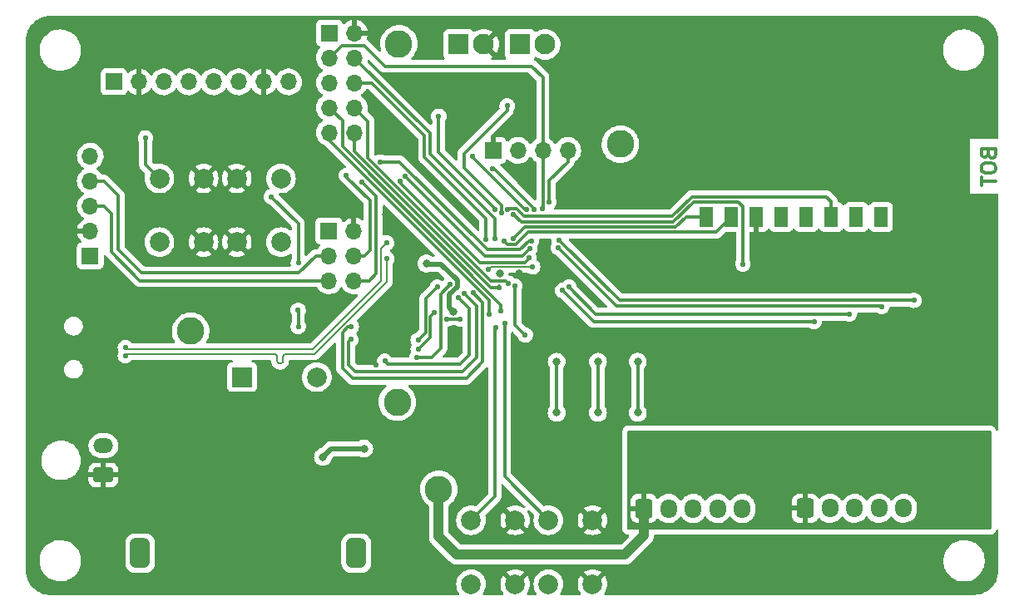
<source format=gbr>
%TF.GenerationSoftware,KiCad,Pcbnew,(6.0.4)*%
%TF.CreationDate,2022-04-12T11:12:27+02:00*%
%TF.ProjectId,PPSE_2021,50505345-5f32-4303-9231-2e6b69636164,rev?*%
%TF.SameCoordinates,Original*%
%TF.FileFunction,Copper,L2,Bot*%
%TF.FilePolarity,Positive*%
%FSLAX46Y46*%
G04 Gerber Fmt 4.6, Leading zero omitted, Abs format (unit mm)*
G04 Created by KiCad (PCBNEW (6.0.4)) date 2022-04-12 11:12:27*
%MOMM*%
%LPD*%
G01*
G04 APERTURE LIST*
G04 Aperture macros list*
%AMRoundRect*
0 Rectangle with rounded corners*
0 $1 Rounding radius*
0 $2 $3 $4 $5 $6 $7 $8 $9 X,Y pos of 4 corners*
0 Add a 4 corners polygon primitive as box body*
4,1,4,$2,$3,$4,$5,$6,$7,$8,$9,$2,$3,0*
0 Add four circle primitives for the rounded corners*
1,1,$1+$1,$2,$3*
1,1,$1+$1,$4,$5*
1,1,$1+$1,$6,$7*
1,1,$1+$1,$8,$9*
0 Add four rect primitives between the rounded corners*
20,1,$1+$1,$2,$3,$4,$5,0*
20,1,$1+$1,$4,$5,$6,$7,0*
20,1,$1+$1,$6,$7,$8,$9,0*
20,1,$1+$1,$8,$9,$2,$3,0*%
G04 Aperture macros list end*
%ADD10C,0.300000*%
%TA.AperFunction,NonConductor*%
%ADD11C,0.300000*%
%TD*%
%TA.AperFunction,ComponentPad*%
%ADD12RoundRect,0.250000X-0.600000X-0.725000X0.600000X-0.725000X0.600000X0.725000X-0.600000X0.725000X0*%
%TD*%
%TA.AperFunction,ComponentPad*%
%ADD13O,1.700000X1.950000*%
%TD*%
%TA.AperFunction,ComponentPad*%
%ADD14R,1.700000X1.700000*%
%TD*%
%TA.AperFunction,ComponentPad*%
%ADD15O,1.700000X1.700000*%
%TD*%
%TA.AperFunction,ComponentPad*%
%ADD16C,2.000000*%
%TD*%
%TA.AperFunction,ComponentPad*%
%ADD17R,2.000000X2.000000*%
%TD*%
%TA.AperFunction,ComponentPad*%
%ADD18R,2.100000X2.100000*%
%TD*%
%TA.AperFunction,ComponentPad*%
%ADD19C,2.100000*%
%TD*%
%TA.AperFunction,ComponentPad*%
%ADD20C,2.800000*%
%TD*%
%TA.AperFunction,ComponentPad*%
%ADD21RoundRect,0.250001X0.759999X-0.499999X0.759999X0.499999X-0.759999X0.499999X-0.759999X-0.499999X0*%
%TD*%
%TA.AperFunction,ComponentPad*%
%ADD22O,2.020000X1.500000*%
%TD*%
%TA.AperFunction,ComponentPad*%
%ADD23RoundRect,0.500000X-0.500000X-1.000000X0.500000X-1.000000X0.500000X1.000000X-0.500000X1.000000X0*%
%TD*%
%TA.AperFunction,ComponentPad*%
%ADD24R,1.400000X2.000000*%
%TD*%
%TA.AperFunction,ViaPad*%
%ADD25C,0.800000*%
%TD*%
%TA.AperFunction,ViaPad*%
%ADD26C,0.550000*%
%TD*%
%TA.AperFunction,Conductor*%
%ADD27C,0.300000*%
%TD*%
%TA.AperFunction,Conductor*%
%ADD28C,0.500000*%
%TD*%
%TA.AperFunction,Conductor*%
%ADD29C,0.200000*%
%TD*%
%TA.AperFunction,Conductor*%
%ADD30C,1.000000*%
%TD*%
G04 APERTURE END LIST*
D10*
D11*
X185973257Y-89504800D02*
X186044685Y-89719085D01*
X186116114Y-89790514D01*
X186258971Y-89861942D01*
X186473257Y-89861942D01*
X186616114Y-89790514D01*
X186687542Y-89719085D01*
X186758971Y-89576228D01*
X186758971Y-89004800D01*
X185258971Y-89004800D01*
X185258971Y-89504800D01*
X185330400Y-89647657D01*
X185401828Y-89719085D01*
X185544685Y-89790514D01*
X185687542Y-89790514D01*
X185830400Y-89719085D01*
X185901828Y-89647657D01*
X185973257Y-89504800D01*
X185973257Y-89004800D01*
X185258971Y-90790514D02*
X185258971Y-91076228D01*
X185330400Y-91219085D01*
X185473257Y-91361942D01*
X185758971Y-91433371D01*
X186258971Y-91433371D01*
X186544685Y-91361942D01*
X186687542Y-91219085D01*
X186758971Y-91076228D01*
X186758971Y-90790514D01*
X186687542Y-90647657D01*
X186544685Y-90504800D01*
X186258971Y-90433371D01*
X185758971Y-90433371D01*
X185473257Y-90504800D01*
X185330400Y-90647657D01*
X185258971Y-90790514D01*
X185258971Y-91861942D02*
X185258971Y-92719085D01*
X186758971Y-92290514D02*
X185258971Y-92290514D01*
D12*
%TO.P,J10,1,Pin_1*%
%TO.N,+12V*%
X150926800Y-125602974D03*
D13*
%TO.P,J10,2,Pin_2*%
%TO.N,/Actuation/M2_OUT1*%
X153426800Y-125602974D03*
%TO.P,J10,3,Pin_3*%
%TO.N,/Actuation/M2_OUT2*%
X155926800Y-125602974D03*
%TO.P,J10,4,Pin_4*%
%TO.N,/Actuation/M2_OUT3*%
X158426800Y-125602974D03*
%TO.P,J10,5,Pin_5*%
%TO.N,/Actuation/M2_OUT4*%
X160926800Y-125602974D03*
%TD*%
D14*
%TO.P,J5,1,Pin_1*%
%TO.N,+3V3*%
X94575000Y-99875000D03*
D15*
%TO.P,J5,2,Pin_2*%
%TO.N,GND*%
X94575000Y-97335000D03*
%TO.P,J5,3,Pin_3*%
%TO.N,/Connectivity/SCL*%
X94575000Y-94795000D03*
%TO.P,J5,4,Pin_4*%
%TO.N,/Connectivity/SDA*%
X94575000Y-92255000D03*
%TO.P,J5,5,Pin_5*%
%TO.N,/Connectivity/DRDY*%
X94575000Y-89715000D03*
%TD*%
D16*
%TO.P,SW3,1,1*%
%TO.N,/Control/~{HOME_SW}*%
X141209200Y-133298000D03*
X141209200Y-126798000D03*
%TO.P,SW3,2,2*%
%TO.N,GND*%
X145709200Y-133298000D03*
X145709200Y-126798000D03*
%TD*%
D17*
%TO.P,BZ1,1,-*%
%TO.N,+3V3*%
X110042800Y-112217200D03*
D16*
%TO.P,BZ1,2,+*%
%TO.N,/Connectivity/iBuzzer*%
X117642800Y-112217200D03*
%TD*%
D18*
%TO.P,J11,1,Pin_1*%
%TO.N,/Sensing/Panel+*%
X138328400Y-78333600D03*
D19*
%TO.P,J11,2,Pin_2*%
X140868400Y-78333600D03*
%TD*%
D14*
%TO.P,J7,1,Pin_1*%
%TO.N,GND*%
X135559800Y-89128600D03*
D15*
%TO.P,J7,2,Pin_2*%
%TO.N,+3V3*%
X138099800Y-89128600D03*
%TO.P,J7,3,Pin_3*%
%TO.N,/Connectivity/SCL*%
X140639800Y-89128600D03*
%TO.P,J7,4,Pin_4*%
%TO.N,/Connectivity/SDA*%
X143179800Y-89128600D03*
%TD*%
D20*
%TO.P,TP1,1,1*%
%TO.N,+12V*%
X130048000Y-123647200D03*
%TD*%
D14*
%TO.P,J1,1,Pin_1*%
%TO.N,+3V3*%
X118867000Y-97325000D03*
D15*
%TO.P,J1,2,Pin_2*%
%TO.N,GND*%
X121407000Y-97325000D03*
%TO.P,J1,3,Pin_3*%
%TO.N,/Connectivity/SDA*%
X118867000Y-99865000D03*
%TO.P,J1,4,Pin_4*%
%TO.N,/Control/SWDIO*%
X121407000Y-99865000D03*
%TO.P,J1,5,Pin_5*%
%TO.N,/Connectivity/SCL*%
X118867000Y-102405000D03*
%TO.P,J1,6,Pin_6*%
%TO.N,/Control/SWCLK*%
X121407000Y-102405000D03*
%TD*%
D21*
%TO.P,J4,1,Pin_1*%
%TO.N,GND*%
X95918000Y-122194556D03*
D22*
%TO.P,J4,2,Pin_2*%
%TO.N,/Power/12V_IN*%
X95918000Y-119194556D03*
%TD*%
D16*
%TO.P,SW4,1,1*%
%TO.N,/Control/~{EN_SW}*%
X133335200Y-133298000D03*
X133335200Y-126798000D03*
%TO.P,SW4,2,2*%
%TO.N,GND*%
X137835200Y-126798000D03*
X137835200Y-133298000D03*
%TD*%
D20*
%TO.P,TP3,1,1*%
%TO.N,+3V3*%
X125831600Y-114757200D03*
%TD*%
%TO.P,TP5,1,1*%
%TO.N,/Control/V_PANEL*%
X148539200Y-88493600D03*
%TD*%
D14*
%TO.P,J2,1,Pin_1*%
%TO.N,+3V3*%
X118917800Y-77165397D03*
D15*
%TO.P,J2,2,Pin_2*%
%TO.N,GND*%
X121457800Y-77165397D03*
%TO.P,J2,3,Pin_3*%
%TO.N,/Connectivity/SCL*%
X118917800Y-79705397D03*
%TO.P,J2,4,Pin_4*%
%TO.N,/Control/EXT_ADC0*%
X121457800Y-79705397D03*
%TO.P,J2,5,Pin_5*%
%TO.N,/Connectivity/SDA*%
X118917800Y-82245397D03*
%TO.P,J2,6,Pin_6*%
%TO.N,/Control/EXT_ADC1*%
X121457800Y-82245397D03*
%TO.P,J2,7,Pin_7*%
%TO.N,/Control/GPIO2*%
X118917800Y-84785397D03*
%TO.P,J2,8,Pin_8*%
%TO.N,/Control/GPIO4*%
X121457800Y-84785397D03*
%TO.P,J2,9,Pin_9*%
%TO.N,/Control/GPIO1*%
X118917800Y-87325397D03*
%TO.P,J2,10,Pin_10*%
%TO.N,/Control/GPIO3*%
X121457800Y-87325397D03*
%TD*%
D20*
%TO.P,TP2,1,1*%
%TO.N,/Power/SW_VIN*%
X104800400Y-107543600D03*
%TD*%
D18*
%TO.P,J8,1,Pin_1*%
%TO.N,/Sensing/Panel-*%
X132080000Y-78333600D03*
D19*
%TO.P,J8,2,Pin_2*%
%TO.N,GND*%
X134620000Y-78333600D03*
%TD*%
D14*
%TO.P,J6,1,Pin_1*%
%TO.N,+3V3*%
X96980000Y-82150000D03*
D15*
%TO.P,J6,2,Pin_2*%
%TO.N,GND*%
X99520000Y-82150000D03*
%TO.P,J6,3,Pin_3*%
%TO.N,/Connectivity/SCL*%
X102060000Y-82150000D03*
%TO.P,J6,4,Pin_4*%
%TO.N,/Connectivity/SDA*%
X104600000Y-82150000D03*
%TO.P,J6,5,Pin_5*%
%TO.N,unconnected-(J6-Pad5)*%
X107140000Y-82150000D03*
%TO.P,J6,6,Pin_6*%
%TO.N,unconnected-(J6-Pad6)*%
X109680000Y-82150000D03*
%TO.P,J6,7,Pin_7*%
%TO.N,GND*%
X112220000Y-82150000D03*
%TO.P,J6,8,Pin_8*%
%TO.N,/Connectivity/ACC_INT*%
X114760000Y-82150000D03*
%TD*%
D23*
%TO.P,F2,1*%
%TO.N,/Power/12V_IN*%
X99642400Y-130149600D03*
%TO.P,F2,2*%
%TO.N,/Power/12V_Post_Fuse*%
X121642400Y-130149600D03*
%TD*%
D16*
%TO.P,SW1,1,1*%
%TO.N,/Control/~{USB_BOOT}*%
X113984600Y-91980020D03*
X113984600Y-98480020D03*
%TO.P,SW1,2,2*%
%TO.N,GND*%
X109484600Y-98480020D03*
X109484600Y-91980020D03*
%TD*%
D20*
%TO.P,TP4,1,1*%
%TO.N,/Sensing/Panel-*%
X125984000Y-78282800D03*
%TD*%
D24*
%TO.P,U4,1,RXD*%
%TO.N,/Connectivity/GPS_RX*%
X157283400Y-95907600D03*
%TO.P,U4,2,TXD*%
%TO.N,/Connectivity/GPS_TX*%
X159823400Y-95907600D03*
%TO.P,U4,3,GND*%
%TO.N,GND*%
X162363400Y-95907600D03*
%TO.P,U4,4,VCC*%
%TO.N,/Connectivity/GPS_VCC*%
X164903400Y-95907600D03*
%TO.P,U4,5,V_BCKP*%
X167443400Y-95907600D03*
%TO.P,U4,6,TIMEPULSE*%
%TO.N,/Connectivity/GPS_TP*%
X169983400Y-95907600D03*
%TO.P,U4,7,SDA*%
%TO.N,unconnected-(U4-Pad7)*%
X172523400Y-95907600D03*
%TO.P,U4,8,SCL*%
%TO.N,unconnected-(U4-Pad8)*%
X175063400Y-95907600D03*
%TD*%
D12*
%TO.P,J9,1,Pin_1*%
%TO.N,+12V*%
X167364400Y-125582000D03*
D13*
%TO.P,J9,2,Pin_2*%
%TO.N,/Actuation/M1_OUT1*%
X169864400Y-125582000D03*
%TO.P,J9,3,Pin_3*%
%TO.N,/Actuation/M1_OUT2*%
X172364400Y-125582000D03*
%TO.P,J9,4,Pin_4*%
%TO.N,/Actuation/M1_OUT3*%
X174864400Y-125582000D03*
%TO.P,J9,5,Pin_5*%
%TO.N,/Actuation/M1_OUT4*%
X177364400Y-125582000D03*
%TD*%
D16*
%TO.P,SW2,1,1*%
%TO.N,/Control/~{RESET}*%
X101610600Y-98480020D03*
X101610600Y-91980020D03*
%TO.P,SW2,2,2*%
%TO.N,GND*%
X106110600Y-91980020D03*
X106110600Y-98480020D03*
%TD*%
D25*
%TO.N,Net-(Q5-Pad3)*%
X150300000Y-110650000D03*
X150300000Y-115850000D03*
%TO.N,Net-(Q4-Pad3)*%
X142050000Y-115850000D03*
X142050000Y-110650000D03*
%TO.N,Net-(Q3-Pad3)*%
X146250000Y-110650000D03*
X146250000Y-115850000D03*
%TO.N,GND*%
X90450000Y-109150000D03*
X157250000Y-100550000D03*
D26*
X138050000Y-91250000D03*
D25*
X124358400Y-123494800D03*
X98500000Y-79950000D03*
X112700000Y-100450000D03*
D26*
X123650000Y-110950000D03*
D25*
X101000000Y-79950000D03*
D26*
X125450000Y-87350000D03*
D25*
X120050000Y-113400000D03*
X112050000Y-86050000D03*
D26*
X131500000Y-109900000D03*
D25*
X138100000Y-111900000D03*
D26*
X124800000Y-108050000D03*
D25*
X123800000Y-76350000D03*
X169700000Y-113700000D03*
X115400000Y-119750000D03*
X138250000Y-101700000D03*
X144050000Y-86700000D03*
X116750000Y-103750000D03*
X174000000Y-113650000D03*
X136250000Y-101700000D03*
X156800000Y-113650000D03*
X129500000Y-76300000D03*
X105250000Y-86150000D03*
X165350000Y-113650000D03*
X108150000Y-130750000D03*
X128600000Y-82000000D03*
X117150000Y-128300000D03*
X150900000Y-93750000D03*
X136600000Y-82250000D03*
X121400000Y-94750000D03*
X152550000Y-113700000D03*
X153100000Y-87250000D03*
X178350000Y-113750000D03*
X113850000Y-108050000D03*
X150500000Y-83200000D03*
X161050000Y-113650000D03*
X181400000Y-91250000D03*
D26*
X131850000Y-88150000D03*
X124250000Y-104650000D03*
D25*
X182650000Y-113750000D03*
X181050000Y-101300000D03*
X97050000Y-87600000D03*
X107150000Y-112150000D03*
X92800000Y-96100000D03*
D26*
X139100000Y-87300000D03*
D25*
X133850000Y-113800000D03*
X124700000Y-95700000D03*
%TO.N,/Power/SW_VIN*%
X118260732Y-120345975D03*
X122450000Y-119500000D03*
D26*
%TO.N,/Control/~{RESET}*%
X100200000Y-87850000D03*
X124113981Y-90311519D03*
X139500000Y-98350000D03*
%TO.N,/Control/~{HOME_SW}*%
X136775250Y-106775250D03*
%TO.N,/Control/~{FLASH_CS}*%
X133550000Y-103647800D03*
X115750000Y-107050000D03*
X113000000Y-93850000D03*
X115750000Y-100600000D03*
X115734739Y-105415261D03*
X121150000Y-107100000D03*
%TO.N,/Control/~{EN_SW}*%
X135837059Y-107205748D03*
%TO.N,/Control/V_PANEL*%
X137000000Y-84600000D03*
X136437636Y-95507672D03*
%TO.N,/Control/USB_D-*%
X98150000Y-109200000D03*
X124750000Y-98550000D03*
%TO.N,/Control/USB_D+*%
X98150000Y-110050000D03*
X124750000Y-100150000D03*
%TO.N,/Control/SWDIO*%
X139300000Y-99150000D03*
X126604489Y-91744813D03*
X120650000Y-91674500D03*
%TO.N,/Control/SWCLK*%
X139244419Y-100094420D03*
X126113981Y-92311519D03*
X122200000Y-92325500D03*
%TO.N,/Control/LED_G*%
X137800000Y-102950000D03*
X138850000Y-107937800D03*
%TO.N,/Control/I_PANEL*%
X135800776Y-95112500D03*
X130050000Y-85650000D03*
%TO.N,/Control/FLASH_D3*%
X129900000Y-103050000D03*
X127950000Y-108450000D03*
%TO.N,/Control/FLASH_D2*%
X124550000Y-110600000D03*
X132027488Y-104139335D03*
%TO.N,/Control/FLASH_D1*%
X132614701Y-103669447D03*
X121100000Y-108400000D03*
%TO.N,/Control/FLASH_D0*%
X131201806Y-102750000D03*
X127800000Y-110200000D03*
%TO.N,/Control/FLASH_CLK*%
X127950000Y-109400000D03*
X129622156Y-105650000D03*
%TO.N,/Control/EXT_ADC1*%
X134850000Y-98200000D03*
%TO.N,/Control/EXT_ADC0*%
X135800000Y-98109300D03*
%TO.N,/Connectivity/SDA*%
X141264300Y-94400000D03*
%TO.N,/Connectivity/SCL*%
X140600000Y-95050000D03*
%TO.N,/Connectivity/GPS_TX*%
X136700000Y-98400000D03*
%TO.N,/Connectivity/GPS_TP*%
X137074498Y-95112500D03*
%TO.N,/Connectivity/GPS_RX*%
X137639275Y-98095028D03*
%TO.N,/Connectivity/GPS_EN*%
X161000000Y-100700000D03*
X137636300Y-95650000D03*
%TO.N,/Connectivity/DRDY*%
X139750482Y-95111997D03*
X135550000Y-91000000D03*
%TO.N,/Connectivity/Buzzer*%
X130871167Y-106304777D03*
X132250000Y-106300000D03*
%TO.N,/Connectivity/ACC_INT*%
X138993006Y-95185051D03*
X133500000Y-89700000D03*
%TO.N,/Actuation/M1_W22*%
X178400000Y-104400000D03*
X142300000Y-98250000D03*
%TO.N,/Actuation/M1_W21*%
X142200000Y-99050000D03*
X175150000Y-105050000D03*
%TO.N,/Actuation/M1_W12*%
X143297404Y-103022348D03*
X171850000Y-105800000D03*
%TO.N,/Actuation/M1_W11*%
X168250000Y-106550000D03*
X142650000Y-103400000D03*
D25*
%TO.N,+3V3*%
X128788823Y-100645191D03*
X131528000Y-105522000D03*
D26*
%TO.N,+1V1*%
X135100000Y-101250000D03*
X139600000Y-101000000D03*
D25*
%TO.N,+12V*%
X167182800Y-121920000D03*
X171551600Y-121920000D03*
X180187600Y-121920000D03*
X158648400Y-121920000D03*
X175869600Y-121920000D03*
X184556400Y-121920000D03*
X154381200Y-121920000D03*
X162915600Y-121920000D03*
D26*
%TO.N,/Control/GPIO1*%
X135150000Y-105850000D03*
%TO.N,/Control/GPIO4*%
X137109171Y-102659300D03*
%TO.N,/Control/GPIO3*%
X136192231Y-103095689D03*
%TO.N,/Control/GPIO2*%
X136400000Y-105500000D03*
%TD*%
D27*
%TO.N,Net-(Q5-Pad3)*%
X150300000Y-115850000D02*
X150300000Y-110650000D01*
%TO.N,Net-(Q4-Pad3)*%
X142050000Y-115850000D02*
X142050000Y-110650000D01*
%TO.N,Net-(Q3-Pad3)*%
X146250000Y-115850000D02*
X146250000Y-110650000D01*
D28*
%TO.N,/Power/SW_VIN*%
X122450000Y-119500000D02*
X119106707Y-119500000D01*
X119106707Y-119500000D02*
X118260732Y-120345975D01*
D27*
%TO.N,/Control/~{RESET}*%
X100200000Y-90569420D02*
X101610600Y-91980020D01*
X138300000Y-99250000D02*
X139200000Y-98350000D01*
X135000000Y-99250000D02*
X138300000Y-99250000D01*
X126061519Y-90311519D02*
X135000000Y-99250000D01*
X139200000Y-98350000D02*
X139500000Y-98350000D01*
X124113981Y-90311519D02*
X126061519Y-90311519D01*
X100200000Y-87850000D02*
X100200000Y-90569420D01*
%TO.N,/Control/~{HOME_SW}*%
X136750000Y-106800500D02*
X136750000Y-122338800D01*
X136750500Y-106800000D02*
X136750000Y-106800500D01*
X136750000Y-122338800D02*
X141209200Y-126798000D01*
%TO.N,/Control/~{FLASH_CS}*%
X115750000Y-107050000D02*
X115750000Y-105430522D01*
X120800000Y-107100000D02*
X120250000Y-107650000D01*
X115750000Y-105430522D02*
X115734739Y-105415261D01*
X115750000Y-96600000D02*
X113000000Y-93850000D01*
X121250000Y-112350000D02*
X132850000Y-112350000D01*
X120250000Y-107650000D02*
X120250000Y-111350000D01*
X133550000Y-103650000D02*
X133550000Y-103647800D01*
X134525489Y-104625489D02*
X133550000Y-103650000D01*
X134525489Y-110674511D02*
X134525489Y-104625489D01*
X121150000Y-107100000D02*
X120800000Y-107100000D01*
X132850000Y-112350000D02*
X134525489Y-110674511D01*
X115750000Y-100600000D02*
X115750000Y-96600000D01*
X120250000Y-111350000D02*
X121250000Y-112350000D01*
%TO.N,/Control/~{EN_SW}*%
X135750000Y-107292807D02*
X135837059Y-107205748D01*
X135750000Y-124383200D02*
X135750000Y-107292807D01*
X133335200Y-126798000D02*
X135750000Y-124383200D01*
%TO.N,/Control/V_PANEL*%
X132600000Y-89450000D02*
X137000000Y-85050000D01*
X136437636Y-95507672D02*
X136437636Y-94737636D01*
X132600000Y-90900000D02*
X132600000Y-89450000D01*
X136437636Y-94737636D02*
X132600000Y-90900000D01*
X137000000Y-85050000D02*
X137000000Y-84600000D01*
D29*
%TO.N,/Control/USB_D-*%
X124175489Y-102409505D02*
X117184995Y-109399999D01*
X98349999Y-109399999D02*
X98150000Y-109200000D01*
X124750000Y-98550000D02*
X124175489Y-99124511D01*
X124175489Y-99124511D02*
X124175489Y-102409505D01*
X117184995Y-109399999D02*
X98349999Y-109399999D01*
%TO.N,/Control/USB_D+*%
X113630476Y-110687330D02*
X113601230Y-110597321D01*
X114200963Y-110102638D02*
X114200001Y-110150001D01*
X117414281Y-109850001D02*
X114500001Y-109850001D01*
X114452638Y-109850963D02*
X114362548Y-109880235D01*
X114362548Y-109880235D02*
X114285913Y-109935913D01*
X113300001Y-109850001D02*
X98349999Y-109850001D01*
X113900001Y-110850001D02*
X113852681Y-110848770D01*
X114200001Y-110150001D02*
X114200001Y-110550001D01*
X113947321Y-110848770D02*
X113900001Y-110850001D01*
X124750000Y-102514282D02*
X117414281Y-109850001D01*
X114285913Y-109935913D02*
X114230235Y-110012548D01*
X124750000Y-100150000D02*
X124750000Y-102514282D01*
X113600001Y-110550001D02*
X113600001Y-110150001D01*
X114113896Y-110763896D02*
X114037330Y-110819524D01*
X113569525Y-110012671D02*
X113513896Y-109936105D01*
X114198770Y-110597321D02*
X114169524Y-110687330D01*
X113852681Y-110848770D02*
X113762671Y-110819525D01*
X114037330Y-110819524D02*
X113947321Y-110848770D01*
X113347321Y-109851230D02*
X113300001Y-109850001D01*
X113762671Y-110819525D02*
X113686105Y-110763896D01*
X114169524Y-110687330D02*
X114113896Y-110763896D01*
X113598770Y-110102681D02*
X113569525Y-110012671D01*
X113686105Y-110763896D02*
X113630476Y-110687330D01*
X114500001Y-109850001D02*
X114452638Y-109850963D01*
X113437330Y-109880476D02*
X113347321Y-109851230D01*
X98349999Y-109850001D02*
X98150000Y-110050000D01*
X113600001Y-110150001D02*
X113598770Y-110102681D01*
X114230235Y-110012548D02*
X114200963Y-110102638D01*
X113601230Y-110597321D02*
X113600001Y-110550001D01*
X114200001Y-110550001D02*
X114198770Y-110597321D01*
X113513896Y-109936105D02*
X113437330Y-109880476D01*
D27*
%TO.N,/Control/SWDIO*%
X122485000Y-99865000D02*
X121407000Y-99865000D01*
X126604489Y-91744813D02*
X126604489Y-91754489D01*
X134750000Y-99900000D02*
X138550000Y-99900000D01*
X123050000Y-94250000D02*
X123050000Y-99300000D01*
X120650000Y-91850000D02*
X123050000Y-94250000D01*
X120650000Y-91674500D02*
X120650000Y-91850000D01*
X123050000Y-99300000D02*
X122485000Y-99865000D01*
X126604489Y-91754489D02*
X134750000Y-99900000D01*
X138550000Y-99900000D02*
X139300000Y-99150000D01*
%TO.N,/Control/SWCLK*%
X123700000Y-93825500D02*
X123700000Y-101700000D01*
X134250000Y-100550000D02*
X138800000Y-100550000D01*
X138800000Y-100550000D02*
X139244419Y-100105581D01*
X126113981Y-92413981D02*
X134250000Y-100550000D01*
X139244419Y-100105581D02*
X139244419Y-100094420D01*
X122200000Y-92325500D02*
X123700000Y-93825500D01*
X126113981Y-92311519D02*
X126113981Y-92413981D01*
X123700000Y-101700000D02*
X122995000Y-102405000D01*
X122995000Y-102405000D02*
X121407000Y-102405000D01*
%TO.N,/Control/LED_G*%
X137800000Y-106887800D02*
X137800000Y-102950000D01*
X138850000Y-107937800D02*
X137800000Y-106887800D01*
%TO.N,/Control/I_PANEL*%
X130050000Y-89350000D02*
X130050000Y-85650000D01*
X135800776Y-95100776D02*
X130050000Y-89350000D01*
X135800776Y-95112500D02*
X135800776Y-95100776D01*
%TO.N,/Control/FLASH_D3*%
X128700480Y-107699520D02*
X127950000Y-108450000D01*
X128700480Y-104249520D02*
X128700480Y-107699520D01*
X129900000Y-103050000D02*
X128700480Y-104249520D01*
%TO.N,/Control/FLASH_D2*%
X133150000Y-109950000D02*
X132200000Y-110900000D01*
X132200000Y-110900000D02*
X124850000Y-110900000D01*
X132027488Y-104139335D02*
X133150000Y-105261847D01*
X124850000Y-110900000D02*
X124550000Y-110600000D01*
X133150000Y-105261847D02*
X133150000Y-109950000D01*
%TO.N,/Control/FLASH_D1*%
X120850000Y-110950000D02*
X120850000Y-108650000D01*
X120850000Y-108650000D02*
X121100000Y-108400000D01*
X132614701Y-103669447D02*
X133900000Y-104954746D01*
X133900000Y-110250000D02*
X132500000Y-111650000D01*
X121550000Y-111650000D02*
X120850000Y-110950000D01*
X132500000Y-111650000D02*
X121550000Y-111650000D01*
X133900000Y-104954746D02*
X133900000Y-110250000D01*
%TO.N,/Control/FLASH_D0*%
X131201806Y-102798194D02*
X130246656Y-103753344D01*
X131201806Y-102750000D02*
X131201806Y-102798194D01*
X129350000Y-110200000D02*
X127800000Y-110200000D01*
X130246656Y-109303344D02*
X129350000Y-110200000D01*
X130246656Y-103753344D02*
X130246656Y-109303344D01*
%TO.N,/Control/FLASH_CLK*%
X127950000Y-109400000D02*
X129200000Y-108150000D01*
X129200000Y-108150000D02*
X129200000Y-106072156D01*
X129200000Y-106072156D02*
X129622156Y-105650000D01*
%TO.N,/Control/EXT_ADC1*%
X128600000Y-87650000D02*
X123195397Y-82245397D01*
X128600000Y-89800000D02*
X128600000Y-87650000D01*
X134850000Y-96050000D02*
X128600000Y-89800000D01*
X134850000Y-98200000D02*
X134850000Y-96050000D01*
X123195397Y-82245397D02*
X121457800Y-82245397D01*
%TO.N,/Control/EXT_ADC0*%
X135800000Y-96100000D02*
X129150000Y-89450000D01*
X135800000Y-98109300D02*
X135800000Y-96100000D01*
X129150000Y-87397597D02*
X121457800Y-79705397D01*
X129150000Y-89450000D02*
X129150000Y-87397597D01*
%TO.N,/Connectivity/SDA*%
X141264300Y-92225700D02*
X143179800Y-90310200D01*
X117535000Y-99865000D02*
X118867000Y-99865000D01*
X95955000Y-92255000D02*
X97400000Y-93700000D01*
X143179800Y-90310200D02*
X143179800Y-89128600D01*
X97400000Y-93700000D02*
X97400000Y-99200000D01*
X97400000Y-99200000D02*
X99824511Y-101624511D01*
X141264300Y-94400000D02*
X141264300Y-92225700D01*
X115775489Y-101624511D02*
X117535000Y-99865000D01*
X94575000Y-92255000D02*
X95955000Y-92255000D01*
X99824511Y-101624511D02*
X115775489Y-101624511D01*
%TO.N,/Connectivity/SCL*%
X118867000Y-102405000D02*
X99655000Y-102405000D01*
X95945000Y-94795000D02*
X94575000Y-94795000D01*
X139500000Y-80550000D02*
X124550000Y-80550000D01*
X96750000Y-99500000D02*
X96750000Y-95600000D01*
X122450000Y-78450000D02*
X120173197Y-78450000D01*
X140639800Y-81689800D02*
X139500000Y-80550000D01*
X140639800Y-95010200D02*
X140639800Y-89128600D01*
X140639800Y-89128600D02*
X140639800Y-81689800D01*
X124550000Y-80550000D02*
X122450000Y-78450000D01*
X96750000Y-95600000D02*
X95945000Y-94795000D01*
X120173197Y-78450000D02*
X118917800Y-79705397D01*
X140600000Y-95050000D02*
X140639800Y-95010200D01*
X99655000Y-102405000D02*
X96750000Y-99500000D01*
%TO.N,/Connectivity/GPS_TX*%
X158281480Y-97449520D02*
X159823400Y-95907600D01*
X136700000Y-98400000D02*
X137019539Y-98719539D01*
X137019539Y-98719539D02*
X137897957Y-98719539D01*
X139167976Y-97449520D02*
X158281480Y-97449520D01*
X137897957Y-98719539D02*
X139167976Y-97449520D01*
%TO.N,/Connectivity/GPS_TP*%
X137950251Y-95025489D02*
X138734324Y-95809562D01*
X169983400Y-94333400D02*
X169983400Y-95907600D01*
X155793093Y-93850480D02*
X169500480Y-93850480D01*
X138734324Y-95809562D02*
X153834010Y-95809562D01*
X137074498Y-95112500D02*
X137161509Y-95025489D01*
X153834010Y-95809562D02*
X155793093Y-93850480D01*
X137161509Y-95025489D02*
X137950251Y-95025489D01*
X169500480Y-93850480D02*
X169983400Y-94333400D01*
%TO.N,/Connectivity/GPS_RX*%
X154175000Y-96950000D02*
X155217400Y-95907600D01*
X138899520Y-96949520D02*
X138900000Y-96950000D01*
X155217400Y-95907600D02*
X157283400Y-95907600D01*
X137639275Y-98095028D02*
X138784783Y-96949520D01*
X138784783Y-96949520D02*
X138899520Y-96949520D01*
X138900000Y-96950000D02*
X154175000Y-96950000D01*
%TO.N,/Connectivity/GPS_EN*%
X156000000Y-94350000D02*
X160500000Y-94350000D01*
X161000000Y-94850000D02*
X161000000Y-100700000D01*
X153900000Y-96450000D02*
X156000000Y-94350000D01*
X160500000Y-94350000D02*
X161000000Y-94850000D01*
X137636300Y-95650000D02*
X138436300Y-96450000D01*
X138436300Y-96450000D02*
X153900000Y-96450000D01*
%TO.N,/Connectivity/DRDY*%
X139750482Y-95111997D02*
X139750482Y-95059334D01*
X139750482Y-95059334D02*
X135691148Y-91000000D01*
X135691148Y-91000000D02*
X135550000Y-91000000D01*
%TO.N,/Connectivity/Buzzer*%
X130875944Y-106300000D02*
X130871167Y-106304777D01*
X132250000Y-106300000D02*
X130875944Y-106300000D01*
%TO.N,/Connectivity/ACC_INT*%
X138835051Y-95185051D02*
X138993006Y-95185051D01*
X133500000Y-89850000D02*
X138835051Y-95185051D01*
X133500000Y-89700000D02*
X133500000Y-89850000D01*
%TO.N,/Actuation/M1_W22*%
X178000000Y-104400000D02*
X178400000Y-104400000D01*
X142300000Y-98250000D02*
X148450000Y-104400000D01*
X148450000Y-104400000D02*
X178000000Y-104400000D01*
%TO.N,/Actuation/M1_W21*%
X148150000Y-105000000D02*
X142200000Y-99050000D01*
X175100000Y-105000000D02*
X148150000Y-105000000D01*
X175150000Y-105050000D02*
X175100000Y-105000000D01*
%TO.N,/Actuation/M1_W12*%
X143297404Y-103047404D02*
X146050000Y-105800000D01*
X143297404Y-103022348D02*
X143297404Y-103047404D01*
X146050000Y-105800000D02*
X171850000Y-105800000D01*
%TO.N,/Actuation/M1_W11*%
X142650000Y-103400000D02*
X145800000Y-106550000D01*
X145800000Y-106550000D02*
X168250000Y-106550000D01*
D28*
%TO.N,+3V3*%
X131150000Y-105144000D02*
X131528000Y-105522000D01*
X130300000Y-100700000D02*
X131926317Y-102326317D01*
X131150000Y-103826420D02*
X131150000Y-105144000D01*
X131926317Y-103050103D02*
X131150000Y-103826420D01*
X131926317Y-102326317D02*
X131926317Y-103050103D01*
X128900000Y-100700000D02*
X130300000Y-100700000D01*
D29*
%TO.N,+1V1*%
X135100000Y-101250000D02*
X135350000Y-101000000D01*
X135350000Y-101000000D02*
X139600000Y-101000000D01*
D30*
%TO.N,+12V*%
X131900000Y-130300000D02*
X149000000Y-130300000D01*
X149000000Y-130300000D02*
X150926800Y-128373200D01*
X130048000Y-128448000D02*
X131900000Y-130300000D01*
X130048000Y-123647200D02*
X130048000Y-128448000D01*
X150926800Y-128373200D02*
X150926800Y-125602974D01*
D27*
%TO.N,/Control/GPIO1*%
X135150000Y-104350000D02*
X118917800Y-88117800D01*
X118917800Y-88117800D02*
X118917800Y-87325397D01*
X135150000Y-105850000D02*
X135150000Y-104350000D01*
%TO.N,/Control/GPIO4*%
X122850000Y-86177597D02*
X121457800Y-84785397D01*
X122850000Y-89930716D02*
X122850000Y-86177597D01*
X137109171Y-102659300D02*
X136899382Y-102449511D01*
X135368795Y-102449511D02*
X122850000Y-89930716D01*
X136899382Y-102449511D02*
X135368795Y-102449511D01*
%TO.N,/Control/GPIO3*%
X121457800Y-89216419D02*
X121457800Y-87325397D01*
X121449196Y-89225023D02*
X121457800Y-89216419D01*
X136192231Y-103095689D02*
X135308545Y-103095689D01*
X135308545Y-103095689D02*
X121450000Y-89237144D01*
X136192231Y-103095689D02*
X136192231Y-102949031D01*
%TO.N,/Control/GPIO2*%
X136400000Y-104893572D02*
X120258289Y-88751861D01*
X120258289Y-88751861D02*
X120258289Y-86125886D01*
X120258289Y-86125886D02*
X118917800Y-84785397D01*
X136400000Y-105500000D02*
X136400000Y-104893572D01*
%TD*%
%TA.AperFunction,Conductor*%
%TO.N,GND*%
G36*
X184494202Y-75429258D02*
G01*
X184517425Y-75432909D01*
X184526323Y-75431759D01*
X184526328Y-75431759D01*
X184534638Y-75430685D01*
X184558572Y-75429887D01*
X184683796Y-75437640D01*
X184816165Y-75445836D01*
X184831235Y-75447686D01*
X185009664Y-75480621D01*
X185111903Y-75499493D01*
X185126655Y-75503148D01*
X185399037Y-75588370D01*
X185413242Y-75593775D01*
X185673378Y-75711172D01*
X185686829Y-75718248D01*
X185930938Y-75866111D01*
X185943439Y-75874755D01*
X186167968Y-76050935D01*
X186179337Y-76061021D01*
X186381018Y-76262950D01*
X186391091Y-76274332D01*
X186566999Y-76499085D01*
X186575627Y-76511597D01*
X186723188Y-76755884D01*
X186730247Y-76769343D01*
X186847321Y-77029619D01*
X186852709Y-77043831D01*
X186874024Y-77112250D01*
X186918177Y-77253980D01*
X186937597Y-77316319D01*
X186941233Y-77331074D01*
X186958117Y-77423175D01*
X186992694Y-77611796D01*
X186994528Y-77626884D01*
X187009720Y-77877259D01*
X187008462Y-77904114D01*
X187008461Y-77904214D01*
X187007082Y-77913084D01*
X187008248Y-77921983D01*
X187008248Y-77921985D01*
X187011207Y-77944565D01*
X187012275Y-77960935D01*
X187012274Y-87863157D01*
X186992272Y-87931278D01*
X186938616Y-87977771D01*
X186886274Y-87989157D01*
X184139400Y-87989157D01*
X184139400Y-93520443D01*
X186886274Y-93520443D01*
X186954395Y-93540445D01*
X187000888Y-93594101D01*
X187012274Y-93646443D01*
X187012274Y-105585877D01*
X187012273Y-117555708D01*
X186992271Y-117623829D01*
X186938615Y-117670322D01*
X186868341Y-117680426D01*
X186803761Y-117650932D01*
X186766721Y-117595499D01*
X186741798Y-117520618D01*
X186739310Y-117513143D01*
X186660292Y-117390188D01*
X186613799Y-117336532D01*
X186604533Y-117328503D01*
X186510150Y-117246719D01*
X186510147Y-117246717D01*
X186503339Y-117240818D01*
X186370390Y-117180102D01*
X186346636Y-117173127D01*
X186306592Y-117161369D01*
X186306588Y-117161368D01*
X186302269Y-117160100D01*
X186297820Y-117159460D01*
X186297814Y-117159459D01*
X186162047Y-117139939D01*
X186162042Y-117139939D01*
X186157600Y-117139300D01*
X149376400Y-117139300D01*
X149373054Y-117139660D01*
X149373049Y-117139660D01*
X149270615Y-117150672D01*
X149270608Y-117150673D01*
X149267251Y-117151034D01*
X149263951Y-117151752D01*
X149263950Y-117151752D01*
X149218190Y-117161706D01*
X149218185Y-117161707D01*
X149214909Y-117162420D01*
X149110743Y-117197090D01*
X148987788Y-117276108D01*
X148934132Y-117322601D01*
X148931192Y-117325994D01*
X148844319Y-117426250D01*
X148844317Y-117426253D01*
X148838418Y-117433061D01*
X148777702Y-117566010D01*
X148757700Y-117634131D01*
X148757060Y-117638580D01*
X148757059Y-117638586D01*
X148737539Y-117774353D01*
X148736900Y-117778800D01*
X148736900Y-127636000D01*
X148737260Y-127639346D01*
X148737260Y-127639351D01*
X148747947Y-127738756D01*
X148748634Y-127745149D01*
X148749352Y-127748449D01*
X148749352Y-127748450D01*
X148756361Y-127780669D01*
X148760020Y-127797491D01*
X148794690Y-127901657D01*
X148873708Y-128024612D01*
X148920201Y-128078268D01*
X148923594Y-128081208D01*
X149023850Y-128168081D01*
X149023853Y-128168083D01*
X149030661Y-128173982D01*
X149038859Y-128177726D01*
X149070462Y-128192159D01*
X149163610Y-128234698D01*
X149171808Y-128237105D01*
X149227408Y-128253431D01*
X149227412Y-128253432D01*
X149231731Y-128254700D01*
X149236188Y-128255341D01*
X149236198Y-128255343D01*
X149321223Y-128267568D01*
X149385804Y-128297061D01*
X149424187Y-128356787D01*
X149424187Y-128427783D01*
X149392386Y-128481380D01*
X148619171Y-129254595D01*
X148556859Y-129288621D01*
X148530076Y-129291500D01*
X132369924Y-129291500D01*
X132301803Y-129271498D01*
X132280829Y-129254595D01*
X131093405Y-128067171D01*
X131059379Y-128004859D01*
X131056500Y-127978076D01*
X131056500Y-125336140D01*
X131076502Y-125268019D01*
X131112498Y-125231375D01*
X131137115Y-125214927D01*
X131159450Y-125200003D01*
X131217013Y-125161541D01*
X131217017Y-125161538D01*
X131220721Y-125159063D01*
X131224038Y-125156092D01*
X131224042Y-125156089D01*
X131418729Y-124981712D01*
X131422045Y-124978742D01*
X131595953Y-124771854D01*
X131623720Y-124727332D01*
X131736614Y-124546311D01*
X131736615Y-124546309D01*
X131738975Y-124542525D01*
X131848258Y-124295333D01*
X131921620Y-124035208D01*
X131944946Y-123861543D01*
X131957172Y-123770524D01*
X131957173Y-123770516D01*
X131957599Y-123767342D01*
X131961375Y-123647200D01*
X131942287Y-123377603D01*
X131885402Y-123113385D01*
X131883428Y-123108032D01*
X131793397Y-122863996D01*
X131791856Y-122859819D01*
X131762510Y-122805431D01*
X131665629Y-122625878D01*
X131665629Y-122625877D01*
X131663516Y-122621962D01*
X131502942Y-122404562D01*
X131423080Y-122323435D01*
X131409872Y-122310018D01*
X131313338Y-122211956D01*
X131218550Y-122139616D01*
X131102028Y-122050689D01*
X131102024Y-122050687D01*
X131098487Y-122047987D01*
X130862675Y-121915927D01*
X130610609Y-121818410D01*
X130606284Y-121817407D01*
X130606279Y-121817406D01*
X130500748Y-121792946D01*
X130347318Y-121757382D01*
X130078054Y-121734061D01*
X130073619Y-121734305D01*
X130073615Y-121734305D01*
X129812634Y-121748668D01*
X129812627Y-121748669D01*
X129808191Y-121748913D01*
X129676622Y-121775083D01*
X129547484Y-121800770D01*
X129547479Y-121800771D01*
X129543112Y-121801640D01*
X129538909Y-121803116D01*
X129292315Y-121889713D01*
X129292312Y-121889714D01*
X129288107Y-121891191D01*
X129284154Y-121893244D01*
X129284148Y-121893247D01*
X129148846Y-121963532D01*
X129048264Y-122015780D01*
X129044649Y-122018363D01*
X129044643Y-122018367D01*
X128831990Y-122170331D01*
X128831986Y-122170334D01*
X128828369Y-122172919D01*
X128825149Y-122175991D01*
X128670588Y-122323435D01*
X128632808Y-122359475D01*
X128465485Y-122571724D01*
X128463253Y-122575566D01*
X128463250Y-122575571D01*
X128331974Y-122801577D01*
X128331971Y-122801584D01*
X128329736Y-122805431D01*
X128328062Y-122809564D01*
X128246824Y-123010133D01*
X128228272Y-123055935D01*
X128227201Y-123060248D01*
X128227199Y-123060253D01*
X128164189Y-123313914D01*
X128163116Y-123318235D01*
X128162662Y-123322663D01*
X128162662Y-123322665D01*
X128149525Y-123450885D01*
X128135569Y-123587099D01*
X128146180Y-123857163D01*
X128194737Y-124123037D01*
X128280272Y-124379417D01*
X128401078Y-124621187D01*
X128403607Y-124624846D01*
X128540104Y-124822341D01*
X128554744Y-124843524D01*
X128738205Y-125041990D01*
X128947799Y-125212627D01*
X128951617Y-125214926D01*
X128951619Y-125214927D01*
X128978489Y-125231104D01*
X129026533Y-125283376D01*
X129039500Y-125339050D01*
X129039500Y-128386157D01*
X129038763Y-128399764D01*
X129035482Y-128429973D01*
X129034676Y-128437388D01*
X129035213Y-128443523D01*
X129039050Y-128487388D01*
X129039379Y-128492214D01*
X129039500Y-128494686D01*
X129039500Y-128497769D01*
X129039801Y-128500837D01*
X129043690Y-128540506D01*
X129043812Y-128541819D01*
X129051913Y-128634413D01*
X129053400Y-128639532D01*
X129053920Y-128644833D01*
X129080791Y-128733834D01*
X129081126Y-128734967D01*
X129103418Y-128811693D01*
X129107091Y-128824336D01*
X129109544Y-128829068D01*
X129111084Y-128834169D01*
X129113978Y-128839612D01*
X129154731Y-128916260D01*
X129155343Y-128917426D01*
X129187241Y-128978962D01*
X129198108Y-128999926D01*
X129201431Y-129004089D01*
X129203934Y-129008796D01*
X129262755Y-129080918D01*
X129263446Y-129081774D01*
X129294738Y-129120973D01*
X129297242Y-129123477D01*
X129297884Y-129124195D01*
X129301585Y-129128528D01*
X129328935Y-129162062D01*
X129333682Y-129165989D01*
X129333684Y-129165991D01*
X129364262Y-129191287D01*
X129373042Y-129199277D01*
X131143149Y-130969384D01*
X131152251Y-130979527D01*
X131175968Y-131009025D01*
X131214450Y-131041315D01*
X131218062Y-131044467D01*
X131219888Y-131046123D01*
X131222075Y-131048310D01*
X131224458Y-131050267D01*
X131224463Y-131050272D01*
X131255268Y-131075576D01*
X131256252Y-131076393D01*
X131327474Y-131136154D01*
X131332147Y-131138723D01*
X131336262Y-131142103D01*
X131341691Y-131145014D01*
X131341694Y-131145016D01*
X131418180Y-131186028D01*
X131419338Y-131186657D01*
X131495388Y-131228465D01*
X131500787Y-131231433D01*
X131505865Y-131233044D01*
X131510563Y-131235563D01*
X131599498Y-131262753D01*
X131600702Y-131263128D01*
X131689306Y-131291235D01*
X131694597Y-131291828D01*
X131699698Y-131293388D01*
X131792311Y-131302795D01*
X131793431Y-131302915D01*
X131843227Y-131308500D01*
X131846756Y-131308500D01*
X131847739Y-131308555D01*
X131853426Y-131309003D01*
X131873683Y-131311060D01*
X131890336Y-131312752D01*
X131890339Y-131312752D01*
X131896463Y-131313374D01*
X131942112Y-131309059D01*
X131953969Y-131308500D01*
X148938157Y-131308500D01*
X148951764Y-131309237D01*
X148983262Y-131312659D01*
X148983267Y-131312659D01*
X148989388Y-131313324D01*
X149015638Y-131311027D01*
X149039388Y-131308950D01*
X149044214Y-131308621D01*
X149046686Y-131308500D01*
X149049769Y-131308500D01*
X149061738Y-131307326D01*
X149092506Y-131304310D01*
X149093819Y-131304188D01*
X149138084Y-131300315D01*
X149186413Y-131296087D01*
X149191532Y-131294600D01*
X149196833Y-131294080D01*
X149285834Y-131267209D01*
X149286967Y-131266874D01*
X149370414Y-131242630D01*
X149370418Y-131242628D01*
X149376336Y-131240909D01*
X149381068Y-131238456D01*
X149386169Y-131236916D01*
X149398360Y-131230434D01*
X149468260Y-131193269D01*
X149469426Y-131192657D01*
X149546453Y-131152729D01*
X149551926Y-131149892D01*
X149556089Y-131146569D01*
X149560796Y-131144066D01*
X149632918Y-131085245D01*
X149633774Y-131084554D01*
X149661146Y-131062703D01*
X181410743Y-131062703D01*
X181411302Y-131066947D01*
X181411302Y-131066951D01*
X181420413Y-131136154D01*
X181448268Y-131347734D01*
X181524129Y-131625036D01*
X181525813Y-131628984D01*
X181634135Y-131882939D01*
X181636923Y-131889476D01*
X181670172Y-131945031D01*
X181774840Y-132119918D01*
X181784561Y-132136161D01*
X181964313Y-132360528D01*
X182047590Y-132439555D01*
X182164951Y-132550926D01*
X182172851Y-132558423D01*
X182252751Y-132615837D01*
X182392401Y-132716186D01*
X182406317Y-132726186D01*
X182410112Y-132728195D01*
X182410113Y-132728196D01*
X182431869Y-132739715D01*
X182660392Y-132860712D01*
X182684699Y-132869607D01*
X182919615Y-132955574D01*
X182930373Y-132959511D01*
X183211264Y-133020755D01*
X183239841Y-133023004D01*
X183434282Y-133038307D01*
X183434291Y-133038307D01*
X183436739Y-133038500D01*
X183592271Y-133038500D01*
X183594407Y-133038354D01*
X183594418Y-133038354D01*
X183802548Y-133024165D01*
X183802554Y-133024164D01*
X183806825Y-133023873D01*
X183811020Y-133023004D01*
X183811022Y-133023004D01*
X183947584Y-132994723D01*
X184088342Y-132965574D01*
X184359343Y-132869607D01*
X184614812Y-132737750D01*
X184618313Y-132735289D01*
X184618317Y-132735287D01*
X184732417Y-132655096D01*
X184850023Y-132572441D01*
X184995861Y-132436920D01*
X185057479Y-132379661D01*
X185057481Y-132379658D01*
X185060622Y-132376740D01*
X185242713Y-132154268D01*
X185392927Y-131909142D01*
X185405950Y-131879476D01*
X185506757Y-131649830D01*
X185508483Y-131645898D01*
X185512508Y-131631770D01*
X185586068Y-131373534D01*
X185587244Y-131369406D01*
X185619869Y-131140170D01*
X185627146Y-131089036D01*
X185627146Y-131089034D01*
X185627751Y-131084784D01*
X185627782Y-131079036D01*
X185629235Y-130801583D01*
X185629235Y-130801576D01*
X185629257Y-130797297D01*
X185627941Y-130787297D01*
X185592292Y-130516522D01*
X185591732Y-130512266D01*
X185515871Y-130234964D01*
X185403077Y-129970524D01*
X185255439Y-129723839D01*
X185075687Y-129499472D01*
X184867149Y-129301577D01*
X184633683Y-129133814D01*
X184626584Y-129130055D01*
X184533659Y-129080854D01*
X184379608Y-128999288D01*
X184220482Y-128941056D01*
X184113658Y-128901964D01*
X184113656Y-128901963D01*
X184109627Y-128900489D01*
X183828736Y-128839245D01*
X183797685Y-128836801D01*
X183605718Y-128821693D01*
X183605709Y-128821693D01*
X183603261Y-128821500D01*
X183447729Y-128821500D01*
X183445593Y-128821646D01*
X183445582Y-128821646D01*
X183237452Y-128835835D01*
X183237446Y-128835836D01*
X183233175Y-128836127D01*
X183228980Y-128836996D01*
X183228978Y-128836996D01*
X183092417Y-128865276D01*
X182951658Y-128894426D01*
X182680657Y-128990393D01*
X182676848Y-128992359D01*
X182505392Y-129080854D01*
X182425188Y-129122250D01*
X182421687Y-129124711D01*
X182421683Y-129124713D01*
X182411594Y-129131804D01*
X182189977Y-129287559D01*
X182174892Y-129301577D01*
X181986568Y-129476579D01*
X181979378Y-129483260D01*
X181797287Y-129705732D01*
X181647073Y-129950858D01*
X181531517Y-130214102D01*
X181452756Y-130490594D01*
X181412249Y-130775216D01*
X181412227Y-130779505D01*
X181412226Y-130779512D01*
X181410773Y-131056951D01*
X181410743Y-131062703D01*
X149661146Y-131062703D01*
X149672973Y-131053262D01*
X149675477Y-131050758D01*
X149676195Y-131050116D01*
X149680528Y-131046415D01*
X149714062Y-131019065D01*
X149743288Y-130983737D01*
X149751277Y-130974958D01*
X151596179Y-129130055D01*
X151606322Y-129120953D01*
X151631018Y-129101097D01*
X151635825Y-129097232D01*
X151668092Y-129058778D01*
X151671272Y-129055131D01*
X151672915Y-129053319D01*
X151675109Y-129051125D01*
X151702442Y-129017851D01*
X151703148Y-129017000D01*
X151713526Y-129004633D01*
X151762954Y-128945726D01*
X151765522Y-128941056D01*
X151768903Y-128936939D01*
X151812815Y-128855042D01*
X151813424Y-128853920D01*
X151823367Y-128835835D01*
X151836745Y-128811500D01*
X151855266Y-128777811D01*
X151855268Y-128777806D01*
X151858233Y-128772413D01*
X151859844Y-128767335D01*
X151862363Y-128762637D01*
X151889553Y-128673702D01*
X151889936Y-128672472D01*
X151916171Y-128589770D01*
X151918035Y-128583894D01*
X151918628Y-128578603D01*
X151920188Y-128573502D01*
X151929595Y-128480889D01*
X151929715Y-128479769D01*
X151935300Y-128429973D01*
X151935300Y-128426444D01*
X151935355Y-128425461D01*
X151935804Y-128419756D01*
X151938952Y-128388766D01*
X151965736Y-128323016D01*
X152023816Y-128282183D01*
X152064307Y-128275500D01*
X186157600Y-128275500D01*
X186160946Y-128275140D01*
X186160951Y-128275140D01*
X186263385Y-128264128D01*
X186263392Y-128264127D01*
X186266749Y-128263766D01*
X186270050Y-128263048D01*
X186315810Y-128253094D01*
X186315815Y-128253093D01*
X186319091Y-128252380D01*
X186423257Y-128217710D01*
X186546212Y-128138692D01*
X186599868Y-128092199D01*
X186621555Y-128067171D01*
X186689681Y-127988550D01*
X186689683Y-127988547D01*
X186695582Y-127981739D01*
X186756298Y-127848790D01*
X186765376Y-127817873D01*
X186803759Y-127758146D01*
X186868339Y-127728653D01*
X186938613Y-127738756D01*
X186992269Y-127785248D01*
X187012272Y-127853370D01*
X187012272Y-131873096D01*
X187010743Y-131892664D01*
X187007091Y-131915894D01*
X187008241Y-131924792D01*
X187008241Y-131924795D01*
X187009315Y-131933101D01*
X187010114Y-131957036D01*
X187004665Y-132045064D01*
X186994168Y-132214631D01*
X186992316Y-132229716D01*
X186940513Y-132510377D01*
X186936858Y-132525129D01*
X186851639Y-132797514D01*
X186846236Y-132811715D01*
X186779126Y-132960425D01*
X186728838Y-133071859D01*
X186721762Y-133085310D01*
X186573899Y-133329423D01*
X186565260Y-133341918D01*
X186389079Y-133566452D01*
X186378993Y-133577821D01*
X186177056Y-133779513D01*
X186165674Y-133789585D01*
X185940934Y-133965485D01*
X185928423Y-133974114D01*
X185685301Y-134120973D01*
X185684122Y-134121685D01*
X185670664Y-134128743D01*
X185410381Y-134245822D01*
X185396181Y-134251206D01*
X185123683Y-134336097D01*
X185108932Y-134339732D01*
X184828491Y-134391141D01*
X184828207Y-134391193D01*
X184813119Y-134393027D01*
X184562914Y-134408209D01*
X184535937Y-134406946D01*
X184526916Y-134405544D01*
X184518018Y-134406710D01*
X184518016Y-134406710D01*
X184495430Y-134409670D01*
X184479060Y-134410738D01*
X181373695Y-134410763D01*
X147015037Y-134411041D01*
X146946919Y-134391040D01*
X146900426Y-134337385D01*
X146890321Y-134267111D01*
X146919227Y-134203212D01*
X146929758Y-134190882D01*
X146935557Y-134182899D01*
X147054405Y-133988958D01*
X147058887Y-133980163D01*
X147145934Y-133770012D01*
X147148983Y-133760627D01*
X147202085Y-133539446D01*
X147203628Y-133529699D01*
X147221475Y-133302930D01*
X147221475Y-133293070D01*
X147203628Y-133066301D01*
X147202085Y-133056554D01*
X147148983Y-132835373D01*
X147145934Y-132825988D01*
X147058887Y-132615837D01*
X147054405Y-132607042D01*
X146951768Y-132439555D01*
X146941310Y-132430093D01*
X146932534Y-132433876D01*
X145798295Y-133568115D01*
X145735983Y-133602141D01*
X145665168Y-133597076D01*
X145620105Y-133568115D01*
X144488910Y-132436920D01*
X144476530Y-132430160D01*
X144468880Y-132435887D01*
X144363995Y-132607042D01*
X144359513Y-132615837D01*
X144272466Y-132825988D01*
X144269417Y-132835373D01*
X144216315Y-133056554D01*
X144214772Y-133066301D01*
X144196925Y-133293070D01*
X144196925Y-133302930D01*
X144214772Y-133529699D01*
X144216315Y-133539446D01*
X144269417Y-133760627D01*
X144272466Y-133770012D01*
X144359513Y-133980163D01*
X144363995Y-133988958D01*
X144482843Y-134182899D01*
X144488644Y-134190884D01*
X144499188Y-134203229D01*
X144528221Y-134268018D01*
X144517617Y-134338218D01*
X144470744Y-134391542D01*
X144403380Y-134411062D01*
X143358038Y-134411071D01*
X142515666Y-134411078D01*
X142447546Y-134391077D01*
X142401053Y-134337421D01*
X142390948Y-134267147D01*
X142419855Y-134203247D01*
X142419885Y-134203212D01*
X142433376Y-134187416D01*
X142435955Y-134183208D01*
X142435959Y-134183202D01*
X142554854Y-133989183D01*
X142557440Y-133984963D01*
X142559429Y-133980163D01*
X142646411Y-133770167D01*
X142646412Y-133770165D01*
X142648305Y-133765594D01*
X142688763Y-133597076D01*
X142702580Y-133539524D01*
X142702581Y-133539518D01*
X142703735Y-133534711D01*
X142722365Y-133298000D01*
X142703735Y-133061289D01*
X142694823Y-133024165D01*
X142655581Y-132860712D01*
X142648305Y-132830406D01*
X142637690Y-132804779D01*
X142559335Y-132615611D01*
X142559333Y-132615607D01*
X142557440Y-132611037D01*
X142533788Y-132572441D01*
X142435959Y-132412798D01*
X142435955Y-132412792D01*
X142433376Y-132408584D01*
X142279169Y-132228031D01*
X142098616Y-132073824D01*
X142094408Y-132071245D01*
X142094402Y-132071241D01*
X142085670Y-132065890D01*
X144841293Y-132065890D01*
X144845076Y-132074666D01*
X145696388Y-132925978D01*
X145710332Y-132933592D01*
X145712165Y-132933461D01*
X145718780Y-132929210D01*
X146570280Y-132077710D01*
X146577040Y-132065330D01*
X146571313Y-132057680D01*
X146400158Y-131952795D01*
X146391363Y-131948313D01*
X146181212Y-131861266D01*
X146171827Y-131858217D01*
X145950646Y-131805115D01*
X145940899Y-131803572D01*
X145714130Y-131785725D01*
X145704270Y-131785725D01*
X145477501Y-131803572D01*
X145467754Y-131805115D01*
X145246573Y-131858217D01*
X145237188Y-131861266D01*
X145027037Y-131948313D01*
X145018242Y-131952795D01*
X144850755Y-132055432D01*
X144841293Y-132065890D01*
X142085670Y-132065890D01*
X141900383Y-131952346D01*
X141896163Y-131949760D01*
X141891593Y-131947867D01*
X141891589Y-131947865D01*
X141681367Y-131860789D01*
X141681365Y-131860788D01*
X141676794Y-131858895D01*
X141596591Y-131839640D01*
X141450724Y-131804620D01*
X141450718Y-131804619D01*
X141445911Y-131803465D01*
X141209200Y-131784835D01*
X140972489Y-131803465D01*
X140967682Y-131804619D01*
X140967676Y-131804620D01*
X140821809Y-131839640D01*
X140741606Y-131858895D01*
X140737035Y-131860788D01*
X140737033Y-131860789D01*
X140526811Y-131947865D01*
X140526807Y-131947867D01*
X140522237Y-131949760D01*
X140518017Y-131952346D01*
X140323998Y-132071241D01*
X140323992Y-132071245D01*
X140319784Y-132073824D01*
X140139231Y-132228031D01*
X139985024Y-132408584D01*
X139982445Y-132412792D01*
X139982441Y-132412798D01*
X139884612Y-132572441D01*
X139860960Y-132611037D01*
X139859067Y-132615607D01*
X139859065Y-132615611D01*
X139780710Y-132804779D01*
X139770095Y-132830406D01*
X139762819Y-132860712D01*
X139723578Y-133024165D01*
X139714665Y-133061289D01*
X139696035Y-133298000D01*
X139714665Y-133534711D01*
X139715819Y-133539518D01*
X139715820Y-133539524D01*
X139729637Y-133597076D01*
X139770095Y-133765594D01*
X139771988Y-133770165D01*
X139771989Y-133770167D01*
X139858972Y-133980163D01*
X139860960Y-133984963D01*
X139863546Y-133989183D01*
X139982441Y-134183202D01*
X139982445Y-134183208D01*
X139985024Y-134187416D01*
X139988237Y-134191178D01*
X139988240Y-134191182D01*
X139998562Y-134203268D01*
X140027593Y-134268057D01*
X140016988Y-134338257D01*
X139970113Y-134391580D01*
X139902752Y-134411098D01*
X139528260Y-134411101D01*
X139140985Y-134411105D01*
X139072865Y-134391104D01*
X139026372Y-134337448D01*
X139016267Y-134267174D01*
X139045174Y-134203274D01*
X139055757Y-134190883D01*
X139061557Y-134182899D01*
X139180405Y-133988958D01*
X139184887Y-133980163D01*
X139271934Y-133770012D01*
X139274983Y-133760627D01*
X139328085Y-133539446D01*
X139329628Y-133529699D01*
X139347475Y-133302930D01*
X139347475Y-133293070D01*
X139329628Y-133066301D01*
X139328085Y-133056554D01*
X139274983Y-132835373D01*
X139271934Y-132825988D01*
X139184887Y-132615837D01*
X139180405Y-132607042D01*
X139077768Y-132439555D01*
X139067310Y-132430093D01*
X139058534Y-132433876D01*
X137924295Y-133568115D01*
X137861983Y-133602141D01*
X137791168Y-133597076D01*
X137746105Y-133568115D01*
X136614910Y-132436920D01*
X136602530Y-132430160D01*
X136594880Y-132435887D01*
X136489995Y-132607042D01*
X136485513Y-132615837D01*
X136398466Y-132825988D01*
X136395417Y-132835373D01*
X136342315Y-133056554D01*
X136340772Y-133066301D01*
X136322925Y-133293070D01*
X136322925Y-133302930D01*
X136340772Y-133529699D01*
X136342315Y-133539446D01*
X136395417Y-133760627D01*
X136398466Y-133770012D01*
X136485513Y-133980163D01*
X136489995Y-133988958D01*
X136608843Y-134182899D01*
X136614643Y-134190883D01*
X136625244Y-134203295D01*
X136654275Y-134268085D01*
X136643670Y-134338285D01*
X136596796Y-134391607D01*
X136529434Y-134411126D01*
X136088955Y-134411130D01*
X134641612Y-134411142D01*
X134573492Y-134391141D01*
X134526999Y-134337485D01*
X134516894Y-134267211D01*
X134545799Y-134203314D01*
X134556161Y-134191181D01*
X134556165Y-134191176D01*
X134559376Y-134187416D01*
X134561955Y-134183208D01*
X134561959Y-134183202D01*
X134680854Y-133989183D01*
X134683440Y-133984963D01*
X134685429Y-133980163D01*
X134772411Y-133770167D01*
X134772412Y-133770165D01*
X134774305Y-133765594D01*
X134814763Y-133597076D01*
X134828580Y-133539524D01*
X134828581Y-133539518D01*
X134829735Y-133534711D01*
X134848365Y-133298000D01*
X134829735Y-133061289D01*
X134820823Y-133024165D01*
X134781581Y-132860712D01*
X134774305Y-132830406D01*
X134763690Y-132804779D01*
X134685335Y-132615611D01*
X134685333Y-132615607D01*
X134683440Y-132611037D01*
X134659788Y-132572441D01*
X134561959Y-132412798D01*
X134561955Y-132412792D01*
X134559376Y-132408584D01*
X134405169Y-132228031D01*
X134224616Y-132073824D01*
X134220408Y-132071245D01*
X134220402Y-132071241D01*
X134211670Y-132065890D01*
X136967293Y-132065890D01*
X136971076Y-132074666D01*
X137822388Y-132925978D01*
X137836332Y-132933592D01*
X137838165Y-132933461D01*
X137844780Y-132929210D01*
X138696280Y-132077710D01*
X138703040Y-132065330D01*
X138697313Y-132057680D01*
X138526158Y-131952795D01*
X138517363Y-131948313D01*
X138307212Y-131861266D01*
X138297827Y-131858217D01*
X138076646Y-131805115D01*
X138066899Y-131803572D01*
X137840130Y-131785725D01*
X137830270Y-131785725D01*
X137603501Y-131803572D01*
X137593754Y-131805115D01*
X137372573Y-131858217D01*
X137363188Y-131861266D01*
X137153037Y-131948313D01*
X137144242Y-131952795D01*
X136976755Y-132055432D01*
X136967293Y-132065890D01*
X134211670Y-132065890D01*
X134026383Y-131952346D01*
X134022163Y-131949760D01*
X134017593Y-131947867D01*
X134017589Y-131947865D01*
X133807367Y-131860789D01*
X133807365Y-131860788D01*
X133802794Y-131858895D01*
X133722591Y-131839640D01*
X133576724Y-131804620D01*
X133576718Y-131804619D01*
X133571911Y-131803465D01*
X133335200Y-131784835D01*
X133098489Y-131803465D01*
X133093682Y-131804619D01*
X133093676Y-131804620D01*
X132947809Y-131839640D01*
X132867606Y-131858895D01*
X132863035Y-131860788D01*
X132863033Y-131860789D01*
X132652811Y-131947865D01*
X132652807Y-131947867D01*
X132648237Y-131949760D01*
X132644017Y-131952346D01*
X132449998Y-132071241D01*
X132449992Y-132071245D01*
X132445784Y-132073824D01*
X132265231Y-132228031D01*
X132111024Y-132408584D01*
X132108445Y-132412792D01*
X132108441Y-132412798D01*
X132010612Y-132572441D01*
X131986960Y-132611037D01*
X131985067Y-132615607D01*
X131985065Y-132615611D01*
X131906710Y-132804779D01*
X131896095Y-132830406D01*
X131888819Y-132860712D01*
X131849578Y-133024165D01*
X131840665Y-133061289D01*
X131822035Y-133298000D01*
X131840665Y-133534711D01*
X131841819Y-133539518D01*
X131841820Y-133539524D01*
X131855637Y-133597076D01*
X131896095Y-133765594D01*
X131897988Y-133770165D01*
X131897989Y-133770167D01*
X131984972Y-133980163D01*
X131986960Y-133984963D01*
X131989546Y-133989183D01*
X132108441Y-134183202D01*
X132108445Y-134183208D01*
X132111024Y-134187416D01*
X132114233Y-134191173D01*
X132114235Y-134191176D01*
X132124616Y-134203330D01*
X132153648Y-134268120D01*
X132143044Y-134338320D01*
X132096169Y-134391643D01*
X132028807Y-134411162D01*
X98775038Y-134411431D01*
X90559837Y-134411498D01*
X90540267Y-134409969D01*
X90517046Y-134406318D01*
X90508148Y-134407468D01*
X90508144Y-134407468D01*
X90499835Y-134408542D01*
X90475898Y-134409340D01*
X90320607Y-134399724D01*
X90218312Y-134393389D01*
X90203232Y-134391537D01*
X89922562Y-134339727D01*
X89907811Y-134336071D01*
X89635439Y-134250849D01*
X89621234Y-134245444D01*
X89361102Y-134128048D01*
X89347652Y-134120973D01*
X89115564Y-133980389D01*
X89103539Y-133973105D01*
X89091039Y-133964462D01*
X88866510Y-133788282D01*
X88855141Y-133778195D01*
X88653457Y-133576262D01*
X88643385Y-133564881D01*
X88467484Y-133340138D01*
X88458855Y-133327626D01*
X88311291Y-133083335D01*
X88304232Y-133069876D01*
X88281726Y-133019842D01*
X88187154Y-132809593D01*
X88181768Y-132795387D01*
X88096879Y-132522895D01*
X88093244Y-132508147D01*
X88079998Y-132435887D01*
X88041782Y-132227425D01*
X88039948Y-132212338D01*
X88024751Y-131961932D01*
X88026003Y-131935205D01*
X88026005Y-131935007D01*
X88027384Y-131926138D01*
X88023261Y-131894669D01*
X88022193Y-131878300D01*
X88022197Y-131785725D01*
X88022223Y-131052703D01*
X89420743Y-131052703D01*
X89421302Y-131056947D01*
X89421302Y-131056951D01*
X89433912Y-131152729D01*
X89458268Y-131337734D01*
X89534129Y-131615036D01*
X89535813Y-131618984D01*
X89644202Y-131873096D01*
X89646923Y-131879476D01*
X89688227Y-131948490D01*
X89790825Y-132119918D01*
X89794561Y-132126161D01*
X89974313Y-132350528D01*
X90039932Y-132412798D01*
X90155959Y-132522903D01*
X90182851Y-132548423D01*
X90416317Y-132716186D01*
X90420112Y-132718195D01*
X90420113Y-132718196D01*
X90439000Y-132728196D01*
X90670392Y-132850712D01*
X90940373Y-132949511D01*
X91221264Y-133010755D01*
X91249841Y-133013004D01*
X91444282Y-133028307D01*
X91444291Y-133028307D01*
X91446739Y-133028500D01*
X91602271Y-133028500D01*
X91604407Y-133028354D01*
X91604418Y-133028354D01*
X91812548Y-133014165D01*
X91812554Y-133014164D01*
X91816825Y-133013873D01*
X91821020Y-133013004D01*
X91821022Y-133013004D01*
X92045857Y-132966443D01*
X92098342Y-132955574D01*
X92369343Y-132859607D01*
X92624812Y-132727750D01*
X92628313Y-132725289D01*
X92628317Y-132725287D01*
X92796882Y-132606817D01*
X92860023Y-132562441D01*
X92992264Y-132439555D01*
X93067479Y-132369661D01*
X93067481Y-132369658D01*
X93070622Y-132366740D01*
X93252713Y-132144268D01*
X93402927Y-131899142D01*
X93518483Y-131635898D01*
X93597244Y-131359406D01*
X93613394Y-131245928D01*
X98133900Y-131245928D01*
X98134208Y-131252008D01*
X98135133Y-131256595D01*
X98135133Y-131256596D01*
X98153510Y-131347734D01*
X98173300Y-131445884D01*
X98249305Y-131628473D01*
X98252732Y-131633592D01*
X98252734Y-131633596D01*
X98355896Y-131787699D01*
X98355900Y-131787704D01*
X98359327Y-131792823D01*
X98499177Y-131932673D01*
X98504296Y-131936100D01*
X98504301Y-131936104D01*
X98658404Y-132039266D01*
X98658408Y-132039268D01*
X98663527Y-132042695D01*
X98846116Y-132118700D01*
X98852152Y-132119917D01*
X98852155Y-132119918D01*
X99035404Y-132156867D01*
X99039992Y-132157792D01*
X99046072Y-132158100D01*
X100238728Y-132158100D01*
X100244808Y-132157792D01*
X100249396Y-132156867D01*
X100432645Y-132119918D01*
X100432648Y-132119917D01*
X100438684Y-132118700D01*
X100621273Y-132042695D01*
X100626392Y-132039268D01*
X100626396Y-132039266D01*
X100780499Y-131936104D01*
X100780504Y-131936100D01*
X100785623Y-131932673D01*
X100925473Y-131792823D01*
X100928900Y-131787704D01*
X100928904Y-131787699D01*
X101032066Y-131633596D01*
X101032068Y-131633592D01*
X101035495Y-131628473D01*
X101111500Y-131445884D01*
X101131291Y-131347734D01*
X101149667Y-131256596D01*
X101149667Y-131256595D01*
X101150592Y-131252008D01*
X101150900Y-131245928D01*
X120133900Y-131245928D01*
X120134208Y-131252008D01*
X120135133Y-131256595D01*
X120135133Y-131256596D01*
X120153510Y-131347734D01*
X120173300Y-131445884D01*
X120249305Y-131628473D01*
X120252732Y-131633592D01*
X120252734Y-131633596D01*
X120355896Y-131787699D01*
X120355900Y-131787704D01*
X120359327Y-131792823D01*
X120499177Y-131932673D01*
X120504296Y-131936100D01*
X120504301Y-131936104D01*
X120658404Y-132039266D01*
X120658408Y-132039268D01*
X120663527Y-132042695D01*
X120846116Y-132118700D01*
X120852152Y-132119917D01*
X120852155Y-132119918D01*
X121035404Y-132156867D01*
X121039992Y-132157792D01*
X121046072Y-132158100D01*
X122238728Y-132158100D01*
X122244808Y-132157792D01*
X122249396Y-132156867D01*
X122432645Y-132119918D01*
X122432648Y-132119917D01*
X122438684Y-132118700D01*
X122621273Y-132042695D01*
X122626392Y-132039268D01*
X122626396Y-132039266D01*
X122780499Y-131936104D01*
X122780504Y-131936100D01*
X122785623Y-131932673D01*
X122925473Y-131792823D01*
X122928900Y-131787704D01*
X122928904Y-131787699D01*
X123032066Y-131633596D01*
X123032068Y-131633592D01*
X123035495Y-131628473D01*
X123111500Y-131445884D01*
X123131291Y-131347734D01*
X123149667Y-131256596D01*
X123149667Y-131256595D01*
X123150592Y-131252008D01*
X123150900Y-131245928D01*
X123150900Y-129053272D01*
X123150592Y-129047192D01*
X123144709Y-129018014D01*
X123112718Y-128859355D01*
X123112717Y-128859352D01*
X123111500Y-128853316D01*
X123035495Y-128670727D01*
X123032068Y-128665608D01*
X123032066Y-128665604D01*
X122928904Y-128511501D01*
X122928900Y-128511496D01*
X122925473Y-128506377D01*
X122785623Y-128366527D01*
X122780504Y-128363100D01*
X122780499Y-128363096D01*
X122626396Y-128259934D01*
X122626392Y-128259932D01*
X122621273Y-128256505D01*
X122438684Y-128180500D01*
X122432648Y-128179283D01*
X122432645Y-128179282D01*
X122249396Y-128142333D01*
X122249395Y-128142333D01*
X122244808Y-128141408D01*
X122238728Y-128141100D01*
X121046072Y-128141100D01*
X121039992Y-128141408D01*
X121035405Y-128142333D01*
X121035404Y-128142333D01*
X120852155Y-128179282D01*
X120852152Y-128179283D01*
X120846116Y-128180500D01*
X120663527Y-128256505D01*
X120658408Y-128259932D01*
X120658404Y-128259934D01*
X120504301Y-128363096D01*
X120504296Y-128363100D01*
X120499177Y-128366527D01*
X120359327Y-128506377D01*
X120355900Y-128511496D01*
X120355896Y-128511501D01*
X120252734Y-128665604D01*
X120252732Y-128665608D01*
X120249305Y-128670727D01*
X120173300Y-128853316D01*
X120172083Y-128859352D01*
X120172082Y-128859355D01*
X120140091Y-129018014D01*
X120134208Y-129047192D01*
X120133900Y-129053272D01*
X120133900Y-131245928D01*
X101150900Y-131245928D01*
X101150900Y-129053272D01*
X101150592Y-129047192D01*
X101144709Y-129018014D01*
X101112718Y-128859355D01*
X101112717Y-128859352D01*
X101111500Y-128853316D01*
X101035495Y-128670727D01*
X101032068Y-128665608D01*
X101032066Y-128665604D01*
X100928904Y-128511501D01*
X100928900Y-128511496D01*
X100925473Y-128506377D01*
X100785623Y-128366527D01*
X100780504Y-128363100D01*
X100780499Y-128363096D01*
X100626396Y-128259934D01*
X100626392Y-128259932D01*
X100621273Y-128256505D01*
X100438684Y-128180500D01*
X100432648Y-128179283D01*
X100432645Y-128179282D01*
X100249396Y-128142333D01*
X100249395Y-128142333D01*
X100244808Y-128141408D01*
X100238728Y-128141100D01*
X99046072Y-128141100D01*
X99039992Y-128141408D01*
X99035405Y-128142333D01*
X99035404Y-128142333D01*
X98852155Y-128179282D01*
X98852152Y-128179283D01*
X98846116Y-128180500D01*
X98663527Y-128256505D01*
X98658408Y-128259932D01*
X98658404Y-128259934D01*
X98504301Y-128363096D01*
X98504296Y-128363100D01*
X98499177Y-128366527D01*
X98359327Y-128506377D01*
X98355900Y-128511496D01*
X98355896Y-128511501D01*
X98252734Y-128665604D01*
X98252732Y-128665608D01*
X98249305Y-128670727D01*
X98173300Y-128853316D01*
X98172083Y-128859352D01*
X98172082Y-128859355D01*
X98140091Y-129018014D01*
X98134208Y-129047192D01*
X98133900Y-129053272D01*
X98133900Y-131245928D01*
X93613394Y-131245928D01*
X93629178Y-131135022D01*
X93637146Y-131079036D01*
X93637146Y-131079034D01*
X93637751Y-131074784D01*
X93637793Y-131066951D01*
X93639235Y-130791583D01*
X93639235Y-130791576D01*
X93639257Y-130787297D01*
X93601732Y-130502266D01*
X93525871Y-130224964D01*
X93419028Y-129974476D01*
X93414763Y-129964476D01*
X93414761Y-129964472D01*
X93413077Y-129960524D01*
X93265439Y-129713839D01*
X93085687Y-129489472D01*
X92962289Y-129372372D01*
X92880258Y-129294527D01*
X92880255Y-129294525D01*
X92877149Y-129291577D01*
X92661088Y-129136321D01*
X92647172Y-129126321D01*
X92647171Y-129126320D01*
X92643683Y-129123814D01*
X92638318Y-129120973D01*
X92520853Y-129058779D01*
X92389608Y-128989288D01*
X92243104Y-128935675D01*
X92123658Y-128891964D01*
X92123656Y-128891963D01*
X92119627Y-128890489D01*
X91838736Y-128829245D01*
X91807685Y-128826801D01*
X91615718Y-128811693D01*
X91615709Y-128811693D01*
X91613261Y-128811500D01*
X91457729Y-128811500D01*
X91455593Y-128811646D01*
X91455582Y-128811646D01*
X91247452Y-128825835D01*
X91247446Y-128825836D01*
X91243175Y-128826127D01*
X91238980Y-128826996D01*
X91238978Y-128826996D01*
X91179830Y-128839245D01*
X90961658Y-128884426D01*
X90690657Y-128980393D01*
X90686848Y-128982359D01*
X90456797Y-129101097D01*
X90435188Y-129112250D01*
X90431687Y-129114711D01*
X90431683Y-129114713D01*
X90358722Y-129165991D01*
X90199977Y-129277559D01*
X89989378Y-129473260D01*
X89807287Y-129695732D01*
X89657073Y-129940858D01*
X89655347Y-129944791D01*
X89655346Y-129944792D01*
X89642316Y-129974476D01*
X89541517Y-130204102D01*
X89540342Y-130208229D01*
X89540341Y-130208230D01*
X89536699Y-130221016D01*
X89462756Y-130480594D01*
X89422249Y-130765216D01*
X89422227Y-130769505D01*
X89422226Y-130769512D01*
X89420786Y-131044467D01*
X89420743Y-131052703D01*
X88022223Y-131052703D01*
X88022516Y-122741652D01*
X94400000Y-122741652D01*
X94400337Y-122748167D01*
X94410256Y-122843759D01*
X94413150Y-122857158D01*
X94464588Y-123011339D01*
X94470762Y-123024518D01*
X94556063Y-123162363D01*
X94565099Y-123173764D01*
X94679830Y-123288295D01*
X94691241Y-123297307D01*
X94829245Y-123382374D01*
X94842423Y-123388518D01*
X94996716Y-123439695D01*
X95010081Y-123442561D01*
X95104439Y-123452228D01*
X95110855Y-123452556D01*
X95645885Y-123452556D01*
X95661124Y-123448081D01*
X95662329Y-123446691D01*
X95664000Y-123439008D01*
X95664000Y-123434441D01*
X96172000Y-123434441D01*
X96176475Y-123449680D01*
X96177865Y-123450885D01*
X96185548Y-123452556D01*
X96725096Y-123452556D01*
X96731611Y-123452219D01*
X96827203Y-123442300D01*
X96840602Y-123439406D01*
X96994783Y-123387968D01*
X97007962Y-123381794D01*
X97145807Y-123296493D01*
X97157208Y-123287457D01*
X97271739Y-123172726D01*
X97280751Y-123161315D01*
X97365818Y-123023311D01*
X97371962Y-123010133D01*
X97423139Y-122855840D01*
X97426005Y-122842475D01*
X97435672Y-122748117D01*
X97436000Y-122741701D01*
X97436000Y-122466671D01*
X97431525Y-122451432D01*
X97430135Y-122450227D01*
X97422452Y-122448556D01*
X96190115Y-122448556D01*
X96174876Y-122453031D01*
X96173671Y-122454421D01*
X96172000Y-122462104D01*
X96172000Y-123434441D01*
X95664000Y-123434441D01*
X95664000Y-122466671D01*
X95659525Y-122451432D01*
X95658135Y-122450227D01*
X95650452Y-122448556D01*
X94418115Y-122448556D01*
X94402876Y-122453031D01*
X94401671Y-122454421D01*
X94400000Y-122462104D01*
X94400000Y-122741652D01*
X88022516Y-122741652D01*
X88022591Y-120624289D01*
X89585822Y-120624289D01*
X89585975Y-120628677D01*
X89585975Y-120628683D01*
X89595025Y-120887827D01*
X89595625Y-120905014D01*
X89596387Y-120909337D01*
X89596388Y-120909344D01*
X89620164Y-121044180D01*
X89644402Y-121181643D01*
X89731203Y-121448791D01*
X89733131Y-121452744D01*
X89733133Y-121452749D01*
X89772407Y-121533272D01*
X89854340Y-121701258D01*
X89856795Y-121704897D01*
X89856798Y-121704903D01*
X89921461Y-121800770D01*
X90011415Y-121934132D01*
X90014360Y-121937403D01*
X90014361Y-121937404D01*
X90084931Y-122015780D01*
X90199371Y-122142878D01*
X90414550Y-122323435D01*
X90652764Y-122472287D01*
X90909375Y-122586538D01*
X91179390Y-122663963D01*
X91183740Y-122664574D01*
X91183743Y-122664575D01*
X91286690Y-122679043D01*
X91457552Y-122703056D01*
X91668146Y-122703056D01*
X91670332Y-122702903D01*
X91670336Y-122702903D01*
X91873827Y-122688674D01*
X91873832Y-122688673D01*
X91878212Y-122688367D01*
X92152970Y-122629965D01*
X92157099Y-122628462D01*
X92157103Y-122628461D01*
X92412781Y-122535402D01*
X92412785Y-122535400D01*
X92416926Y-122533893D01*
X92664942Y-122402020D01*
X92668503Y-122399433D01*
X92888629Y-122239503D01*
X92888632Y-122239500D01*
X92892192Y-122236914D01*
X93094252Y-122041787D01*
X93187495Y-121922441D01*
X94400000Y-121922441D01*
X94404475Y-121937680D01*
X94405865Y-121938885D01*
X94413548Y-121940556D01*
X95645885Y-121940556D01*
X95661124Y-121936081D01*
X95662329Y-121934691D01*
X95664000Y-121927008D01*
X95664000Y-121922441D01*
X96172000Y-121922441D01*
X96176475Y-121937680D01*
X96177865Y-121938885D01*
X96185548Y-121940556D01*
X97417885Y-121940556D01*
X97433124Y-121936081D01*
X97434329Y-121934691D01*
X97436000Y-121927008D01*
X97436000Y-121647460D01*
X97435663Y-121640945D01*
X97425744Y-121545353D01*
X97422850Y-121531954D01*
X97371412Y-121377773D01*
X97365238Y-121364594D01*
X97279937Y-121226749D01*
X97270901Y-121215348D01*
X97156170Y-121100817D01*
X97144759Y-121091805D01*
X97006755Y-121006738D01*
X96993577Y-121000594D01*
X96839284Y-120949417D01*
X96825919Y-120946551D01*
X96731561Y-120936884D01*
X96725144Y-120936556D01*
X96190115Y-120936556D01*
X96174876Y-120941031D01*
X96173671Y-120942421D01*
X96172000Y-120950104D01*
X96172000Y-121922441D01*
X95664000Y-121922441D01*
X95664000Y-120954671D01*
X95659525Y-120939432D01*
X95658135Y-120938227D01*
X95650452Y-120936556D01*
X95110904Y-120936556D01*
X95104389Y-120936893D01*
X95008797Y-120946812D01*
X94995398Y-120949706D01*
X94841217Y-121001144D01*
X94828038Y-121007318D01*
X94690193Y-121092619D01*
X94678792Y-121101655D01*
X94564261Y-121216386D01*
X94555249Y-121227797D01*
X94470182Y-121365801D01*
X94464038Y-121378979D01*
X94412861Y-121533272D01*
X94409995Y-121546637D01*
X94400328Y-121640995D01*
X94400000Y-121647412D01*
X94400000Y-121922441D01*
X93187495Y-121922441D01*
X93267188Y-121820438D01*
X93269384Y-121816634D01*
X93269389Y-121816627D01*
X93405435Y-121580987D01*
X93407636Y-121577175D01*
X93512862Y-121316732D01*
X93513928Y-121312457D01*
X93579753Y-121048449D01*
X93579754Y-121048444D01*
X93580817Y-121044180D01*
X93582442Y-121028724D01*
X93609719Y-120769192D01*
X93609719Y-120769189D01*
X93610178Y-120764823D01*
X93610025Y-120760429D01*
X93600529Y-120488495D01*
X93600528Y-120488489D01*
X93600375Y-120484098D01*
X93594902Y-120453056D01*
X93566821Y-120293803D01*
X93551598Y-120207469D01*
X93464797Y-119940321D01*
X93428193Y-119865271D01*
X93395460Y-119798160D01*
X93341660Y-119687854D01*
X93339205Y-119684215D01*
X93339202Y-119684209D01*
X93251953Y-119554857D01*
X93184585Y-119454980D01*
X92996629Y-119246234D01*
X92982342Y-119234246D01*
X94395037Y-119234246D01*
X94422025Y-119457271D01*
X94488082Y-119671991D01*
X94490652Y-119676971D01*
X94490654Y-119676975D01*
X94555852Y-119803294D01*
X94591118Y-119871620D01*
X94727877Y-120049848D01*
X94894036Y-120201041D01*
X94898783Y-120204019D01*
X94898786Y-120204021D01*
X95044466Y-120295405D01*
X95084344Y-120320420D01*
X95292783Y-120404212D01*
X95512767Y-120449769D01*
X95517378Y-120450035D01*
X95517379Y-120450035D01*
X95567952Y-120452951D01*
X95567956Y-120452951D01*
X95569775Y-120453056D01*
X96234999Y-120453056D01*
X96237786Y-120452807D01*
X96237792Y-120452807D01*
X96307929Y-120446547D01*
X96401762Y-120438173D01*
X96407176Y-120436692D01*
X96407181Y-120436691D01*
X96534912Y-120401747D01*
X96618451Y-120378893D01*
X96623509Y-120376481D01*
X96623513Y-120376479D01*
X96687465Y-120345975D01*
X117347228Y-120345975D01*
X117347918Y-120352540D01*
X117358483Y-120453056D01*
X117367190Y-120535903D01*
X117426205Y-120717531D01*
X117521692Y-120882919D01*
X117526110Y-120887826D01*
X117526111Y-120887827D01*
X117586298Y-120954671D01*
X117649479Y-121024841D01*
X117803980Y-121137093D01*
X117810008Y-121139777D01*
X117810010Y-121139778D01*
X117904041Y-121181643D01*
X117978444Y-121214769D01*
X118039736Y-121227797D01*
X118158788Y-121253103D01*
X118158793Y-121253103D01*
X118165245Y-121254475D01*
X118356219Y-121254475D01*
X118362671Y-121253103D01*
X118362676Y-121253103D01*
X118481728Y-121227797D01*
X118543020Y-121214769D01*
X118617423Y-121181643D01*
X118711454Y-121139778D01*
X118711456Y-121139777D01*
X118717484Y-121137093D01*
X118871985Y-121024841D01*
X118935166Y-120954671D01*
X118995353Y-120887827D01*
X118995354Y-120887826D01*
X118999772Y-120882919D01*
X119095259Y-120717531D01*
X119150119Y-120548689D01*
X119180857Y-120498531D01*
X119383983Y-120295405D01*
X119446295Y-120261379D01*
X119473078Y-120258500D01*
X121907413Y-120258500D01*
X121981472Y-120282563D01*
X121987902Y-120287235D01*
X121987909Y-120287239D01*
X121993248Y-120291118D01*
X121999276Y-120293802D01*
X121999278Y-120293803D01*
X122161681Y-120366109D01*
X122167712Y-120368794D01*
X122261113Y-120388647D01*
X122348056Y-120407128D01*
X122348061Y-120407128D01*
X122354513Y-120408500D01*
X122545487Y-120408500D01*
X122551939Y-120407128D01*
X122551944Y-120407128D01*
X122638887Y-120388647D01*
X122732288Y-120368794D01*
X122738319Y-120366109D01*
X122900722Y-120293803D01*
X122900724Y-120293802D01*
X122906752Y-120291118D01*
X122912097Y-120287235D01*
X123015934Y-120211792D01*
X123061253Y-120178866D01*
X123081799Y-120156047D01*
X123184621Y-120041852D01*
X123184622Y-120041851D01*
X123189040Y-120036944D01*
X123284527Y-119871556D01*
X123343542Y-119689928D01*
X123344904Y-119676975D01*
X123362814Y-119506565D01*
X123363504Y-119500000D01*
X123347822Y-119350792D01*
X123344232Y-119316635D01*
X123344232Y-119316633D01*
X123343542Y-119310072D01*
X123284527Y-119128444D01*
X123189040Y-118963056D01*
X123147414Y-118916825D01*
X123065675Y-118826045D01*
X123065674Y-118826044D01*
X123061253Y-118821134D01*
X122951647Y-118741500D01*
X122912094Y-118712763D01*
X122912093Y-118712762D01*
X122906752Y-118708882D01*
X122900724Y-118706198D01*
X122900722Y-118706197D01*
X122738319Y-118633891D01*
X122738318Y-118633891D01*
X122732288Y-118631206D01*
X122638887Y-118611353D01*
X122551944Y-118592872D01*
X122551939Y-118592872D01*
X122545487Y-118591500D01*
X122354513Y-118591500D01*
X122348061Y-118592872D01*
X122348056Y-118592872D01*
X122261113Y-118611353D01*
X122167712Y-118631206D01*
X122161682Y-118633891D01*
X122161681Y-118633891D01*
X121999278Y-118706197D01*
X121999276Y-118706198D01*
X121993248Y-118708882D01*
X121987909Y-118712761D01*
X121987902Y-118712765D01*
X121981472Y-118717437D01*
X121907413Y-118741500D01*
X119173776Y-118741500D01*
X119154828Y-118740067D01*
X119147487Y-118738950D01*
X119140590Y-118737901D01*
X119140588Y-118737901D01*
X119133358Y-118736801D01*
X119126066Y-118737394D01*
X119126063Y-118737394D01*
X119080689Y-118741085D01*
X119070474Y-118741500D01*
X119062414Y-118741500D01*
X119049124Y-118743049D01*
X119034200Y-118744789D01*
X119029825Y-118745222D01*
X118964368Y-118750546D01*
X118964365Y-118750547D01*
X118957070Y-118751140D01*
X118950106Y-118753396D01*
X118944147Y-118754587D01*
X118938292Y-118755971D01*
X118931026Y-118756818D01*
X118862380Y-118781735D01*
X118858252Y-118783152D01*
X118795771Y-118803393D01*
X118795769Y-118803394D01*
X118788808Y-118805649D01*
X118782553Y-118809445D01*
X118777079Y-118811951D01*
X118771649Y-118814670D01*
X118764770Y-118817167D01*
X118703723Y-118857191D01*
X118700034Y-118859518D01*
X118679842Y-118871771D01*
X118642400Y-118894491D01*
X118642395Y-118894495D01*
X118637599Y-118897405D01*
X118629223Y-118904803D01*
X118629200Y-118904777D01*
X118626210Y-118907426D01*
X118622971Y-118910134D01*
X118616855Y-118914144D01*
X118611828Y-118919451D01*
X118611824Y-118919454D01*
X118563579Y-118970383D01*
X118561201Y-118972825D01*
X118104401Y-119429625D01*
X118041504Y-119463776D01*
X117984908Y-119475806D01*
X117984899Y-119475809D01*
X117978444Y-119477181D01*
X117972414Y-119479866D01*
X117972413Y-119479866D01*
X117810010Y-119552172D01*
X117810008Y-119552173D01*
X117803980Y-119554857D01*
X117798639Y-119558737D01*
X117798638Y-119558738D01*
X117779717Y-119572485D01*
X117649479Y-119667109D01*
X117645058Y-119672019D01*
X117645057Y-119672020D01*
X117526858Y-119803294D01*
X117521692Y-119809031D01*
X117518391Y-119814749D01*
X117445892Y-119940321D01*
X117426205Y-119974419D01*
X117367190Y-120156047D01*
X117366500Y-120162608D01*
X117366500Y-120162610D01*
X117352994Y-120291118D01*
X117347228Y-120345975D01*
X96687465Y-120345975D01*
X96741042Y-120320420D01*
X96821218Y-120282178D01*
X97003654Y-120151085D01*
X97106067Y-120045403D01*
X97156089Y-119993785D01*
X97156091Y-119993782D01*
X97159992Y-119989757D01*
X97285290Y-119803294D01*
X97375588Y-119597589D01*
X97384916Y-119558738D01*
X97426722Y-119384602D01*
X97426722Y-119384601D01*
X97428032Y-119379145D01*
X97440963Y-119154866D01*
X97413975Y-118931841D01*
X97347918Y-118717121D01*
X97339308Y-118700438D01*
X97247454Y-118522475D01*
X97247454Y-118522474D01*
X97244882Y-118517492D01*
X97108123Y-118339264D01*
X96941964Y-118188071D01*
X96937217Y-118185093D01*
X96937214Y-118185091D01*
X96756405Y-118071671D01*
X96751656Y-118068692D01*
X96543217Y-117984900D01*
X96323233Y-117939343D01*
X96318622Y-117939077D01*
X96318621Y-117939077D01*
X96268048Y-117936161D01*
X96268044Y-117936161D01*
X96266225Y-117936056D01*
X95601001Y-117936056D01*
X95598214Y-117936305D01*
X95598208Y-117936305D01*
X95528071Y-117942565D01*
X95434238Y-117950939D01*
X95428824Y-117952420D01*
X95428819Y-117952421D01*
X95314262Y-117983761D01*
X95217549Y-118010219D01*
X95212491Y-118012631D01*
X95212487Y-118012633D01*
X95116166Y-118058576D01*
X95014782Y-118106934D01*
X94832346Y-118238027D01*
X94676008Y-118399355D01*
X94550710Y-118585818D01*
X94460412Y-118791523D01*
X94459103Y-118796974D01*
X94459102Y-118796978D01*
X94416885Y-118972825D01*
X94407968Y-119009967D01*
X94404756Y-119065677D01*
X94399768Y-119152198D01*
X94395037Y-119234246D01*
X92982342Y-119234246D01*
X92781450Y-119065677D01*
X92543236Y-118916825D01*
X92319590Y-118817251D01*
X92290639Y-118804361D01*
X92290637Y-118804360D01*
X92286625Y-118802574D01*
X92107252Y-118751140D01*
X92020837Y-118726361D01*
X92020836Y-118726361D01*
X92016610Y-118725149D01*
X92012260Y-118724538D01*
X92012257Y-118724537D01*
X91881759Y-118706197D01*
X91738448Y-118686056D01*
X91527854Y-118686056D01*
X91525668Y-118686209D01*
X91525664Y-118686209D01*
X91322173Y-118700438D01*
X91322168Y-118700439D01*
X91317788Y-118700745D01*
X91043030Y-118759147D01*
X91038901Y-118760650D01*
X91038897Y-118760651D01*
X90783219Y-118853710D01*
X90783215Y-118853712D01*
X90779074Y-118855219D01*
X90531058Y-118987092D01*
X90527499Y-118989678D01*
X90527497Y-118989679D01*
X90336503Y-119128444D01*
X90303808Y-119152198D01*
X90101748Y-119347325D01*
X89928812Y-119568674D01*
X89926616Y-119572478D01*
X89926611Y-119572485D01*
X89855181Y-119696206D01*
X89788364Y-119811937D01*
X89683138Y-120072380D01*
X89682073Y-120076653D01*
X89682072Y-120076655D01*
X89616560Y-120339410D01*
X89615183Y-120344932D01*
X89614724Y-120349300D01*
X89614723Y-120349305D01*
X89586281Y-120619920D01*
X89585822Y-120624289D01*
X88022591Y-120624289D01*
X88022914Y-111467064D01*
X91909107Y-111467064D01*
X91938225Y-111659599D01*
X91940428Y-111665585D01*
X91940429Y-111665591D01*
X92003260Y-111836360D01*
X92003262Y-111836365D01*
X92005463Y-111842346D01*
X92008825Y-111847768D01*
X92091116Y-111980489D01*
X92108074Y-112007840D01*
X92241866Y-112149322D01*
X92401375Y-112261011D01*
X92407238Y-112263548D01*
X92574225Y-112335810D01*
X92574229Y-112335811D01*
X92580084Y-112338345D01*
X92586331Y-112339650D01*
X92586334Y-112339651D01*
X92765957Y-112377176D01*
X92765962Y-112377177D01*
X92770693Y-112378165D01*
X92777085Y-112378500D01*
X92920063Y-112378500D01*
X92989351Y-112371462D01*
X93058778Y-112364410D01*
X93058779Y-112364410D01*
X93065127Y-112363765D01*
X93146243Y-112338345D01*
X93244851Y-112307444D01*
X93244856Y-112307442D01*
X93250941Y-112305535D01*
X93410300Y-112217200D01*
X93415671Y-112214223D01*
X93415674Y-112214221D01*
X93421250Y-112211130D01*
X93426091Y-112206981D01*
X93426095Y-112206978D01*
X93564255Y-112088560D01*
X93569098Y-112084409D01*
X93688446Y-111930547D01*
X93729179Y-111847768D01*
X93771600Y-111761556D01*
X93774418Y-111755829D01*
X93795167Y-111676172D01*
X93821892Y-111573575D01*
X93821892Y-111573572D01*
X93823502Y-111567393D01*
X93829042Y-111461680D01*
X93833359Y-111379317D01*
X93833359Y-111379313D01*
X93833693Y-111372936D01*
X93804575Y-111180401D01*
X93802372Y-111174415D01*
X93802371Y-111174409D01*
X93739540Y-111003640D01*
X93739538Y-111003635D01*
X93737337Y-110997654D01*
X93676328Y-110899257D01*
X93638088Y-110837582D01*
X93638087Y-110837581D01*
X93634726Y-110832160D01*
X93584508Y-110779055D01*
X93505319Y-110695315D01*
X93500934Y-110690678D01*
X93481743Y-110677240D01*
X93363414Y-110594386D01*
X93341425Y-110578989D01*
X93290174Y-110556811D01*
X93168575Y-110504190D01*
X93168571Y-110504189D01*
X93162716Y-110501655D01*
X93156469Y-110500350D01*
X93156466Y-110500349D01*
X92976843Y-110462824D01*
X92976838Y-110462823D01*
X92972107Y-110461835D01*
X92965715Y-110461500D01*
X92822737Y-110461500D01*
X92772184Y-110466635D01*
X92684022Y-110475590D01*
X92684021Y-110475590D01*
X92677673Y-110476235D01*
X92670436Y-110478503D01*
X92497949Y-110532556D01*
X92497944Y-110532558D01*
X92491859Y-110534465D01*
X92416113Y-110576452D01*
X92327129Y-110625777D01*
X92327126Y-110625779D01*
X92321550Y-110628870D01*
X92316709Y-110633019D01*
X92316705Y-110633022D01*
X92220529Y-110715455D01*
X92173702Y-110755591D01*
X92169791Y-110760633D01*
X92169790Y-110760634D01*
X92122270Y-110821897D01*
X92054354Y-110909453D01*
X92051538Y-110915176D01*
X92051536Y-110915179D01*
X91991512Y-111037164D01*
X91968382Y-111084171D01*
X91966773Y-111090349D01*
X91966772Y-111090351D01*
X91923458Y-111256638D01*
X91919298Y-111272607D01*
X91916067Y-111334258D01*
X91909518Y-111459225D01*
X91909107Y-111467064D01*
X88022914Y-111467064D01*
X88023069Y-107067064D01*
X91909107Y-107067064D01*
X91938225Y-107259599D01*
X91940428Y-107265585D01*
X91940429Y-107265591D01*
X92003260Y-107436360D01*
X92003262Y-107436365D01*
X92005463Y-107442346D01*
X92020299Y-107466274D01*
X92101427Y-107597119D01*
X92108074Y-107607840D01*
X92112455Y-107612473D01*
X92112456Y-107612474D01*
X92184407Y-107688560D01*
X92241866Y-107749322D01*
X92247096Y-107752984D01*
X92247097Y-107752985D01*
X92293569Y-107785525D01*
X92401375Y-107861011D01*
X92407238Y-107863548D01*
X92574225Y-107935810D01*
X92574229Y-107935811D01*
X92580084Y-107938345D01*
X92586331Y-107939650D01*
X92586334Y-107939651D01*
X92765957Y-107977176D01*
X92765962Y-107977177D01*
X92770693Y-107978165D01*
X92777085Y-107978500D01*
X92920063Y-107978500D01*
X92989351Y-107971462D01*
X93058778Y-107964410D01*
X93058779Y-107964410D01*
X93065127Y-107963765D01*
X93121461Y-107946111D01*
X93244851Y-107907444D01*
X93244856Y-107907442D01*
X93250941Y-107905535D01*
X93373413Y-107837647D01*
X93415671Y-107814223D01*
X93415674Y-107814221D01*
X93421250Y-107811130D01*
X93426091Y-107806981D01*
X93426095Y-107806978D01*
X93564255Y-107688560D01*
X93569098Y-107684409D01*
X93625517Y-107611675D01*
X93668073Y-107556811D01*
X93688446Y-107530547D01*
X93713778Y-107479067D01*
X93771600Y-107361556D01*
X93774418Y-107355829D01*
X93779154Y-107337647D01*
X93821892Y-107173575D01*
X93821892Y-107173572D01*
X93823502Y-107167393D01*
X93829864Y-107046004D01*
X93833359Y-106979317D01*
X93833359Y-106979313D01*
X93833693Y-106972936D01*
X93804575Y-106780401D01*
X93802372Y-106774415D01*
X93802371Y-106774409D01*
X93739540Y-106603640D01*
X93739538Y-106603635D01*
X93737337Y-106597654D01*
X93657025Y-106468124D01*
X93638088Y-106437582D01*
X93638087Y-106437581D01*
X93634726Y-106432160D01*
X93630161Y-106427332D01*
X93505319Y-106295315D01*
X93500934Y-106290678D01*
X93451659Y-106256175D01*
X93371692Y-106200182D01*
X93341425Y-106178989D01*
X93283251Y-106153815D01*
X93168575Y-106104190D01*
X93168571Y-106104189D01*
X93162716Y-106101655D01*
X93156469Y-106100350D01*
X93156466Y-106100349D01*
X92976843Y-106062824D01*
X92976838Y-106062823D01*
X92972107Y-106061835D01*
X92965715Y-106061500D01*
X92822737Y-106061500D01*
X92772637Y-106066589D01*
X92684022Y-106075590D01*
X92684021Y-106075590D01*
X92677673Y-106076235D01*
X92666712Y-106079670D01*
X92497949Y-106132556D01*
X92497944Y-106132558D01*
X92491859Y-106134465D01*
X92416581Y-106176193D01*
X92327129Y-106225777D01*
X92327126Y-106225779D01*
X92321550Y-106228870D01*
X92316709Y-106233019D01*
X92316705Y-106233022D01*
X92209891Y-106324573D01*
X92173702Y-106355591D01*
X92169791Y-106360633D01*
X92169790Y-106360634D01*
X92118466Y-106426800D01*
X92054354Y-106509453D01*
X92051538Y-106515176D01*
X92051536Y-106515179D01*
X91993222Y-106633689D01*
X91968382Y-106684171D01*
X91966773Y-106690349D01*
X91966772Y-106690351D01*
X91921384Y-106864600D01*
X91919298Y-106872607D01*
X91917317Y-106910403D01*
X91909721Y-107055353D01*
X91909107Y-107067064D01*
X88023069Y-107067064D01*
X88023085Y-106625210D01*
X88023128Y-105404252D01*
X114946358Y-105404252D01*
X114963511Y-105579191D01*
X114965735Y-105585876D01*
X114965735Y-105585877D01*
X114985507Y-105645313D01*
X115018995Y-105745981D01*
X115022642Y-105752003D01*
X115022643Y-105752005D01*
X115040524Y-105781530D01*
X115065043Y-105822015D01*
X115073276Y-105835610D01*
X115091500Y-105900881D01*
X115091500Y-106588277D01*
X115071411Y-106656532D01*
X115043769Y-106699424D01*
X115041358Y-106706047D01*
X115041357Y-106706050D01*
X114986060Y-106857977D01*
X114986059Y-106857982D01*
X114983650Y-106864600D01*
X114961619Y-107038991D01*
X114978772Y-107213930D01*
X114980996Y-107220615D01*
X114980996Y-107220616D01*
X114987148Y-107239110D01*
X115034256Y-107380720D01*
X115037903Y-107386742D01*
X115037904Y-107386744D01*
X115096501Y-107483499D01*
X115125313Y-107531074D01*
X115130202Y-107536137D01*
X115130203Y-107536138D01*
X115144497Y-107550940D01*
X115247418Y-107657517D01*
X115394502Y-107753766D01*
X115401106Y-107756222D01*
X115552653Y-107812582D01*
X115552655Y-107812583D01*
X115559255Y-107815037D01*
X115566236Y-107815968D01*
X115566238Y-107815969D01*
X115726507Y-107837354D01*
X115726511Y-107837354D01*
X115733488Y-107838285D01*
X115740499Y-107837647D01*
X115740503Y-107837647D01*
X115901520Y-107822993D01*
X115908541Y-107822354D01*
X115915243Y-107820176D01*
X115915245Y-107820176D01*
X116069016Y-107770213D01*
X116069019Y-107770212D01*
X116075715Y-107768036D01*
X116226701Y-107678030D01*
X116231795Y-107673179D01*
X116231799Y-107673176D01*
X116317942Y-107591143D01*
X116353994Y-107556811D01*
X116451267Y-107410403D01*
X116503081Y-107274003D01*
X116511187Y-107252664D01*
X116511188Y-107252662D01*
X116513687Y-107246082D01*
X116518206Y-107213930D01*
X116537600Y-107075938D01*
X116537600Y-107075932D01*
X116538151Y-107072015D01*
X116538363Y-107056811D01*
X116538403Y-107053962D01*
X116538403Y-107053958D01*
X116538458Y-107050000D01*
X116518864Y-106875318D01*
X116461057Y-106709319D01*
X116427646Y-106655850D01*
X116408500Y-106589080D01*
X116408500Y-105855105D01*
X116429551Y-105785379D01*
X116436006Y-105775664D01*
X116498426Y-105611343D01*
X116506915Y-105550940D01*
X116522339Y-105441199D01*
X116522339Y-105441193D01*
X116522890Y-105437276D01*
X116523197Y-105415261D01*
X116503603Y-105240579D01*
X116445796Y-105074580D01*
X116352648Y-104925512D01*
X116338903Y-104911670D01*
X116233752Y-104805783D01*
X116228790Y-104800786D01*
X116080376Y-104706600D01*
X116005768Y-104680033D01*
X115921418Y-104649997D01*
X115921416Y-104649996D01*
X115914784Y-104647635D01*
X115907796Y-104646802D01*
X115907793Y-104646801D01*
X115766659Y-104629972D01*
X115740243Y-104626822D01*
X115733240Y-104627558D01*
X115733239Y-104627558D01*
X115684426Y-104632689D01*
X115565429Y-104645196D01*
X115558763Y-104647465D01*
X115558760Y-104647466D01*
X115405694Y-104699574D01*
X115405691Y-104699575D01*
X115399030Y-104701843D01*
X115393032Y-104705533D01*
X115393030Y-104705534D01*
X115255318Y-104790255D01*
X115255315Y-104790258D01*
X115249316Y-104793948D01*
X115123728Y-104916932D01*
X115028508Y-105064685D01*
X115026097Y-105071308D01*
X115026096Y-105071311D01*
X114970799Y-105223238D01*
X114970798Y-105223243D01*
X114968389Y-105229861D01*
X114946358Y-105404252D01*
X88023128Y-105404252D01*
X88023505Y-94761695D01*
X93212251Y-94761695D01*
X93212548Y-94766848D01*
X93212548Y-94766851D01*
X93216745Y-94839640D01*
X93225110Y-94984715D01*
X93226247Y-94989761D01*
X93226248Y-94989767D01*
X93245999Y-95077404D01*
X93274222Y-95202639D01*
X93358266Y-95409616D01*
X93360965Y-95414020D01*
X93468776Y-95589952D01*
X93474987Y-95600088D01*
X93621250Y-95768938D01*
X93793126Y-95911632D01*
X93815917Y-95924950D01*
X93866955Y-95954774D01*
X93915679Y-96006412D01*
X93928750Y-96076195D01*
X93902019Y-96141967D01*
X93861562Y-96175327D01*
X93853457Y-96179546D01*
X93844738Y-96185036D01*
X93674433Y-96312905D01*
X93666726Y-96319748D01*
X93519590Y-96473717D01*
X93513104Y-96481727D01*
X93393098Y-96657649D01*
X93388000Y-96666623D01*
X93298338Y-96859783D01*
X93294775Y-96869470D01*
X93239389Y-97069183D01*
X93240912Y-97077607D01*
X93253292Y-97081000D01*
X94703000Y-97081000D01*
X94771121Y-97101002D01*
X94817614Y-97154658D01*
X94829000Y-97207000D01*
X94829000Y-97463000D01*
X94808998Y-97531121D01*
X94755342Y-97577614D01*
X94703000Y-97589000D01*
X93258225Y-97589000D01*
X93244694Y-97592973D01*
X93243257Y-97602966D01*
X93273565Y-97737446D01*
X93276645Y-97747275D01*
X93356770Y-97944603D01*
X93361413Y-97953794D01*
X93472694Y-98135388D01*
X93478777Y-98143699D01*
X93618213Y-98304667D01*
X93625577Y-98311879D01*
X93630522Y-98315985D01*
X93670156Y-98374889D01*
X93671653Y-98445870D01*
X93634537Y-98506392D01*
X93594264Y-98530910D01*
X93486705Y-98571232D01*
X93486704Y-98571233D01*
X93478295Y-98574385D01*
X93361739Y-98661739D01*
X93274385Y-98778295D01*
X93223255Y-98914684D01*
X93216500Y-98976866D01*
X93216500Y-100773134D01*
X93223255Y-100835316D01*
X93274385Y-100971705D01*
X93361739Y-101088261D01*
X93478295Y-101175615D01*
X93614684Y-101226745D01*
X93676866Y-101233500D01*
X95473134Y-101233500D01*
X95535316Y-101226745D01*
X95671705Y-101175615D01*
X95788261Y-101088261D01*
X95875615Y-100971705D01*
X95926745Y-100835316D01*
X95933500Y-100773134D01*
X95933500Y-99881213D01*
X95953502Y-99813092D01*
X96007158Y-99766599D01*
X96077432Y-99756495D01*
X96142012Y-99785989D01*
X96167464Y-99817481D01*
X96168365Y-99819756D01*
X96173023Y-99826167D01*
X96173024Y-99826169D01*
X96195516Y-99857126D01*
X96202033Y-99867048D01*
X96221507Y-99899977D01*
X96221510Y-99899981D01*
X96225547Y-99906807D01*
X96240711Y-99921971D01*
X96253551Y-99937004D01*
X96266159Y-99954357D01*
X96291497Y-99975318D01*
X96301752Y-99983802D01*
X96310532Y-99991792D01*
X99131341Y-102812600D01*
X99139331Y-102821381D01*
X99139339Y-102821390D01*
X99143584Y-102828080D01*
X99149359Y-102833503D01*
X99195274Y-102876620D01*
X99198116Y-102879375D01*
X99218667Y-102899926D01*
X99221801Y-102902357D01*
X99222163Y-102902638D01*
X99231191Y-102910348D01*
X99264867Y-102941972D01*
X99271818Y-102945793D01*
X99271819Y-102945794D01*
X99283655Y-102952301D01*
X99300184Y-102963158D01*
X99310869Y-102971447D01*
X99310871Y-102971448D01*
X99317131Y-102976304D01*
X99359544Y-102994657D01*
X99370181Y-102999868D01*
X99410663Y-103022124D01*
X99418342Y-103024096D01*
X99418343Y-103024096D01*
X99431434Y-103027457D01*
X99450136Y-103033859D01*
X99469823Y-103042379D01*
X99477652Y-103043619D01*
X99515448Y-103049605D01*
X99527074Y-103052013D01*
X99564135Y-103061529D01*
X99564136Y-103061529D01*
X99571812Y-103063500D01*
X99593258Y-103063500D01*
X99612968Y-103065051D01*
X99634151Y-103068406D01*
X99680135Y-103064059D01*
X99691994Y-103063500D01*
X117606594Y-103063500D01*
X117674715Y-103083502D01*
X117714027Y-103123665D01*
X117766987Y-103210088D01*
X117913250Y-103378938D01*
X118085126Y-103521632D01*
X118278000Y-103634338D01*
X118486692Y-103714030D01*
X118491760Y-103715061D01*
X118491763Y-103715062D01*
X118584144Y-103733857D01*
X118705597Y-103758567D01*
X118710772Y-103758757D01*
X118710774Y-103758757D01*
X118923673Y-103766564D01*
X118923677Y-103766564D01*
X118928837Y-103766753D01*
X118933957Y-103766097D01*
X118933959Y-103766097D01*
X119145288Y-103739025D01*
X119145289Y-103739025D01*
X119150416Y-103738368D01*
X119165452Y-103733857D01*
X119359429Y-103675661D01*
X119359434Y-103675659D01*
X119364384Y-103674174D01*
X119564994Y-103575896D01*
X119746860Y-103446173D01*
X119753544Y-103439513D01*
X119901435Y-103292137D01*
X119905096Y-103288489D01*
X119962950Y-103207977D01*
X120035453Y-103107077D01*
X120036776Y-103108028D01*
X120083645Y-103064857D01*
X120153580Y-103052625D01*
X120219026Y-103080144D01*
X120246875Y-103111994D01*
X120306987Y-103210088D01*
X120453250Y-103378938D01*
X120625126Y-103521632D01*
X120818000Y-103634338D01*
X121026692Y-103714030D01*
X121031760Y-103715061D01*
X121031763Y-103715062D01*
X121124144Y-103733857D01*
X121245597Y-103758567D01*
X121250772Y-103758757D01*
X121250774Y-103758757D01*
X121463673Y-103766564D01*
X121463677Y-103766564D01*
X121468837Y-103766753D01*
X121473957Y-103766097D01*
X121473959Y-103766097D01*
X121540802Y-103757534D01*
X121663444Y-103741823D01*
X121733553Y-103753007D01*
X121786487Y-103800320D01*
X121805438Y-103868741D01*
X121784390Y-103936546D01*
X121768548Y-103955897D01*
X116969851Y-108754594D01*
X116907539Y-108788620D01*
X116880756Y-108791499D01*
X106498566Y-108791499D01*
X106430445Y-108771497D01*
X106383952Y-108717841D01*
X106373848Y-108647567D01*
X106391654Y-108598823D01*
X106489014Y-108442711D01*
X106489015Y-108442709D01*
X106491375Y-108438925D01*
X106495350Y-108429935D01*
X106556500Y-108291615D01*
X106600658Y-108191733D01*
X106674020Y-107931608D01*
X106677560Y-107905252D01*
X106709572Y-107666924D01*
X106709573Y-107666916D01*
X106709999Y-107663742D01*
X106711610Y-107612474D01*
X106713674Y-107546822D01*
X106713674Y-107546817D01*
X106713775Y-107543600D01*
X106707885Y-107460403D01*
X106695002Y-107278452D01*
X106694687Y-107274003D01*
X106637802Y-107009785D01*
X106635582Y-107003766D01*
X106545797Y-106760396D01*
X106544256Y-106756219D01*
X106513611Y-106699424D01*
X106418029Y-106522278D01*
X106418029Y-106522277D01*
X106415916Y-106518362D01*
X106255342Y-106300962D01*
X106245219Y-106290678D01*
X106091440Y-106134465D01*
X106065738Y-106108356D01*
X105918624Y-105996082D01*
X105854428Y-105947089D01*
X105854424Y-105947087D01*
X105850887Y-105944387D01*
X105615075Y-105812327D01*
X105363009Y-105714810D01*
X105358684Y-105713807D01*
X105358679Y-105713806D01*
X105253148Y-105689346D01*
X105099718Y-105653782D01*
X104830454Y-105630461D01*
X104826019Y-105630705D01*
X104826015Y-105630705D01*
X104565034Y-105645068D01*
X104565027Y-105645069D01*
X104560591Y-105645313D01*
X104429022Y-105671483D01*
X104299884Y-105697170D01*
X104299879Y-105697171D01*
X104295512Y-105698040D01*
X104291309Y-105699516D01*
X104044715Y-105786113D01*
X104044712Y-105786114D01*
X104040507Y-105787591D01*
X104036554Y-105789644D01*
X104036548Y-105789647D01*
X103942917Y-105838285D01*
X103800664Y-105912180D01*
X103797049Y-105914763D01*
X103797043Y-105914767D01*
X103584390Y-106066731D01*
X103584386Y-106066734D01*
X103580769Y-106069319D01*
X103509236Y-106137558D01*
X103409720Y-106232492D01*
X103385208Y-106255875D01*
X103272059Y-106399404D01*
X103241537Y-106438122D01*
X103217885Y-106468124D01*
X103215653Y-106471966D01*
X103215650Y-106471971D01*
X103084374Y-106697977D01*
X103084371Y-106697984D01*
X103082136Y-106701831D01*
X103080462Y-106705964D01*
X103000325Y-106903815D01*
X102980672Y-106952335D01*
X102979601Y-106956648D01*
X102979599Y-106956653D01*
X102916589Y-107210314D01*
X102915516Y-107214635D01*
X102915062Y-107219063D01*
X102915062Y-107219065D01*
X102898499Y-107380720D01*
X102887969Y-107483499D01*
X102888144Y-107487951D01*
X102897824Y-107734313D01*
X102898580Y-107753563D01*
X102899380Y-107757943D01*
X102936970Y-107963765D01*
X102947137Y-108019437D01*
X102948546Y-108023660D01*
X103030238Y-108268520D01*
X103032672Y-108275817D01*
X103092755Y-108396062D01*
X103140363Y-108491339D01*
X103153478Y-108517587D01*
X103156007Y-108521246D01*
X103156011Y-108521253D01*
X103206193Y-108593861D01*
X103228469Y-108661272D01*
X103210764Y-108730025D01*
X103158698Y-108778292D01*
X103102540Y-108791499D01*
X98888521Y-108791499D01*
X98820400Y-108771497D01*
X98781669Y-108732272D01*
X98767909Y-108710251D01*
X98750882Y-108693104D01*
X98657256Y-108598823D01*
X98644051Y-108585525D01*
X98495637Y-108491339D01*
X98378056Y-108449470D01*
X98336679Y-108434736D01*
X98336677Y-108434735D01*
X98330045Y-108432374D01*
X98323057Y-108431541D01*
X98323054Y-108431540D01*
X98203644Y-108417301D01*
X98155504Y-108411561D01*
X98148501Y-108412297D01*
X98148500Y-108412297D01*
X98099687Y-108417428D01*
X97980690Y-108429935D01*
X97974024Y-108432204D01*
X97974021Y-108432205D01*
X97820955Y-108484313D01*
X97820952Y-108484314D01*
X97814291Y-108486582D01*
X97808293Y-108490272D01*
X97808291Y-108490273D01*
X97670579Y-108574994D01*
X97670576Y-108574997D01*
X97664577Y-108578687D01*
X97538989Y-108701671D01*
X97443769Y-108849424D01*
X97441358Y-108856047D01*
X97441357Y-108856050D01*
X97386060Y-109007977D01*
X97386059Y-109007982D01*
X97383650Y-109014600D01*
X97361619Y-109188991D01*
X97378772Y-109363930D01*
X97380996Y-109370615D01*
X97380996Y-109370616D01*
X97389442Y-109396004D01*
X97434256Y-109530720D01*
X97437904Y-109536743D01*
X97437906Y-109536748D01*
X97450751Y-109557958D01*
X97468930Y-109626587D01*
X97450279Y-109686972D01*
X97450719Y-109687190D01*
X97449377Y-109689894D01*
X97448886Y-109691483D01*
X97447589Y-109693495D01*
X97447586Y-109693502D01*
X97443769Y-109699424D01*
X97441358Y-109706049D01*
X97386060Y-109857977D01*
X97386059Y-109857982D01*
X97383650Y-109864600D01*
X97361619Y-110038991D01*
X97378772Y-110213930D01*
X97380996Y-110220615D01*
X97380996Y-110220616D01*
X97393640Y-110258624D01*
X97434256Y-110380720D01*
X97437903Y-110386742D01*
X97437904Y-110386744D01*
X97521578Y-110524906D01*
X97525313Y-110531074D01*
X97530202Y-110536137D01*
X97530203Y-110536138D01*
X97554859Y-110561670D01*
X97647418Y-110657517D01*
X97794502Y-110753766D01*
X97801106Y-110756222D01*
X97952653Y-110812582D01*
X97952655Y-110812583D01*
X97959255Y-110815037D01*
X97966236Y-110815968D01*
X97966238Y-110815969D01*
X98126507Y-110837354D01*
X98126511Y-110837354D01*
X98133488Y-110838285D01*
X98140499Y-110837647D01*
X98140503Y-110837647D01*
X98301520Y-110822993D01*
X98308541Y-110822354D01*
X98315243Y-110820176D01*
X98315245Y-110820176D01*
X98469016Y-110770213D01*
X98469019Y-110770212D01*
X98475715Y-110768036D01*
X98626701Y-110678030D01*
X98631795Y-110673179D01*
X98631799Y-110673176D01*
X98720164Y-110589027D01*
X98753994Y-110556811D01*
X98781924Y-110514773D01*
X98836280Y-110469104D01*
X98886871Y-110458501D01*
X108971264Y-110458501D01*
X109039385Y-110478503D01*
X109085878Y-110532159D01*
X109095982Y-110602433D01*
X109066488Y-110667013D01*
X109006762Y-110705397D01*
X108984873Y-110709764D01*
X108932484Y-110715455D01*
X108796095Y-110766585D01*
X108679539Y-110853939D01*
X108592185Y-110970495D01*
X108541055Y-111106884D01*
X108534300Y-111169066D01*
X108534300Y-113265334D01*
X108541055Y-113327516D01*
X108592185Y-113463905D01*
X108679539Y-113580461D01*
X108796095Y-113667815D01*
X108932484Y-113718945D01*
X108994666Y-113725700D01*
X111090934Y-113725700D01*
X111153116Y-113718945D01*
X111289505Y-113667815D01*
X111406061Y-113580461D01*
X111493415Y-113463905D01*
X111544545Y-113327516D01*
X111551300Y-113265334D01*
X111551300Y-112217200D01*
X116129635Y-112217200D01*
X116148265Y-112453911D01*
X116203695Y-112684794D01*
X116205588Y-112689365D01*
X116205589Y-112689367D01*
X116291994Y-112897967D01*
X116294560Y-112904163D01*
X116297146Y-112908383D01*
X116416041Y-113102402D01*
X116416045Y-113102408D01*
X116418624Y-113106616D01*
X116572831Y-113287169D01*
X116753384Y-113441376D01*
X116757592Y-113443955D01*
X116757598Y-113443959D01*
X116951617Y-113562854D01*
X116955837Y-113565440D01*
X116960407Y-113567333D01*
X116960411Y-113567335D01*
X117170633Y-113654411D01*
X117175206Y-113656305D01*
X117223149Y-113667815D01*
X117401276Y-113710580D01*
X117401282Y-113710581D01*
X117406089Y-113711735D01*
X117642800Y-113730365D01*
X117879511Y-113711735D01*
X117884318Y-113710581D01*
X117884324Y-113710580D01*
X118062451Y-113667815D01*
X118110394Y-113656305D01*
X118114967Y-113654411D01*
X118325189Y-113567335D01*
X118325193Y-113567333D01*
X118329763Y-113565440D01*
X118333983Y-113562854D01*
X118528002Y-113443959D01*
X118528008Y-113443955D01*
X118532216Y-113441376D01*
X118712769Y-113287169D01*
X118866976Y-113106616D01*
X118869555Y-113102408D01*
X118869559Y-113102402D01*
X118988454Y-112908383D01*
X118991040Y-112904163D01*
X118993607Y-112897967D01*
X119080011Y-112689367D01*
X119080012Y-112689365D01*
X119081905Y-112684794D01*
X119137335Y-112453911D01*
X119155965Y-112217200D01*
X119137335Y-111980489D01*
X119123971Y-111924821D01*
X119096263Y-111809410D01*
X119081905Y-111749606D01*
X119066301Y-111711934D01*
X118992935Y-111534811D01*
X118992933Y-111534807D01*
X118991040Y-111530237D01*
X118976925Y-111507204D01*
X118869559Y-111331998D01*
X118869555Y-111331992D01*
X118866976Y-111327784D01*
X118712769Y-111147231D01*
X118532216Y-110993024D01*
X118528008Y-110990445D01*
X118528002Y-110990441D01*
X118333983Y-110871546D01*
X118329763Y-110868960D01*
X118325193Y-110867067D01*
X118325189Y-110867065D01*
X118114967Y-110779989D01*
X118114965Y-110779988D01*
X118110394Y-110778095D01*
X118016658Y-110755591D01*
X117884324Y-110723820D01*
X117884318Y-110723819D01*
X117879511Y-110722665D01*
X117642800Y-110704035D01*
X117406089Y-110722665D01*
X117401282Y-110723819D01*
X117401276Y-110723820D01*
X117268942Y-110755591D01*
X117175206Y-110778095D01*
X117170635Y-110779988D01*
X117170633Y-110779989D01*
X116960411Y-110867065D01*
X116960407Y-110867067D01*
X116955837Y-110868960D01*
X116951617Y-110871546D01*
X116757598Y-110990441D01*
X116757592Y-110990445D01*
X116753384Y-110993024D01*
X116572831Y-111147231D01*
X116418624Y-111327784D01*
X116416045Y-111331992D01*
X116416041Y-111331998D01*
X116308675Y-111507204D01*
X116294560Y-111530237D01*
X116292667Y-111534807D01*
X116292665Y-111534811D01*
X116219299Y-111711934D01*
X116203695Y-111749606D01*
X116189337Y-111809410D01*
X116161630Y-111924821D01*
X116148265Y-111980489D01*
X116129635Y-112217200D01*
X111551300Y-112217200D01*
X111551300Y-111169066D01*
X111544545Y-111106884D01*
X111493415Y-110970495D01*
X111406061Y-110853939D01*
X111289505Y-110766585D01*
X111153116Y-110715455D01*
X111100728Y-110709764D01*
X111035166Y-110682522D01*
X110994740Y-110624159D01*
X110992284Y-110553205D01*
X111028580Y-110492187D01*
X111092102Y-110460478D01*
X111114336Y-110458501D01*
X112865467Y-110458501D01*
X112933588Y-110478503D01*
X112980081Y-110532159D01*
X112991079Y-110594386D01*
X112988320Y-110629445D01*
X112989825Y-110637564D01*
X112989825Y-110637565D01*
X113001155Y-110698699D01*
X113001717Y-110701969D01*
X113012716Y-110771510D01*
X113016069Y-110779046D01*
X113016072Y-110779055D01*
X113029668Y-110809608D01*
X113034384Y-110821897D01*
X113042840Y-110847922D01*
X113045526Y-110857444D01*
X113048912Y-110871546D01*
X113057491Y-110907282D01*
X113061428Y-110914532D01*
X113061431Y-110914540D01*
X113086541Y-110960785D01*
X113089537Y-110966664D01*
X113091843Y-110971498D01*
X113115742Y-111021604D01*
X113149043Y-111060594D01*
X113155142Y-111068330D01*
X113171141Y-111090351D01*
X113176851Y-111098210D01*
X113182344Y-111106430D01*
X113209129Y-111150140D01*
X113215119Y-111155824D01*
X113215122Y-111155828D01*
X113253289Y-111192047D01*
X113257954Y-111196712D01*
X113294173Y-111234879D01*
X113294177Y-111234882D01*
X113299861Y-111240872D01*
X113306904Y-111245188D01*
X113343568Y-111267656D01*
X113351782Y-111273144D01*
X113381650Y-111294844D01*
X113389415Y-111300965D01*
X113428404Y-111334264D01*
X113435857Y-111337819D01*
X113435859Y-111337820D01*
X113448710Y-111343949D01*
X113483337Y-111360464D01*
X113483345Y-111360468D01*
X113489221Y-111363462D01*
X113542719Y-111392510D01*
X113550741Y-111394436D01*
X113550744Y-111394437D01*
X113592565Y-111404477D01*
X113602084Y-111407162D01*
X113628096Y-111415613D01*
X113640383Y-111420328D01*
X113678468Y-111437277D01*
X113748035Y-111448283D01*
X113751289Y-111448842D01*
X113812447Y-111460176D01*
X113812452Y-111460176D01*
X113820566Y-111461680D01*
X113828789Y-111461033D01*
X113828793Y-111461033D01*
X113853807Y-111459064D01*
X113868661Y-111458774D01*
X113871850Y-111458900D01*
X113875954Y-111459332D01*
X113880078Y-111459225D01*
X113880082Y-111459225D01*
X113892659Y-111458898D01*
X113896731Y-111458792D01*
X113903271Y-111458792D01*
X113908857Y-111458937D01*
X113919924Y-111459225D01*
X113919927Y-111459225D01*
X113924048Y-111459332D01*
X113928146Y-111458901D01*
X113931356Y-111458774D01*
X113946202Y-111459064D01*
X113979445Y-111461680D01*
X114048698Y-111448845D01*
X114051969Y-111448283D01*
X114113376Y-111438568D01*
X114113378Y-111438567D01*
X114121534Y-111437277D01*
X114129075Y-111433921D01*
X114129082Y-111433919D01*
X114159616Y-111420330D01*
X114171911Y-111415612D01*
X114197918Y-111407162D01*
X114207439Y-111404476D01*
X114223525Y-111400614D01*
X114257277Y-111392511D01*
X114310787Y-111363458D01*
X114316663Y-111360464D01*
X114321055Y-111358369D01*
X114371604Y-111334258D01*
X114410569Y-111300979D01*
X114418338Y-111294854D01*
X114448219Y-111273144D01*
X114456444Y-111267648D01*
X114474411Y-111256638D01*
X114500144Y-111240868D01*
X114505826Y-111234881D01*
X114505829Y-111234878D01*
X114542042Y-111196716D01*
X114546709Y-111192050D01*
X114584877Y-111155831D01*
X114584880Y-111155827D01*
X114590869Y-111150144D01*
X114595181Y-111143108D01*
X114595183Y-111143105D01*
X114617652Y-111106438D01*
X114623148Y-111098213D01*
X114644848Y-111068345D01*
X114650974Y-111060574D01*
X114670968Y-111037164D01*
X114684258Y-111021604D01*
X114710468Y-110966653D01*
X114713462Y-110960778D01*
X114738571Y-110914532D01*
X114742511Y-110907276D01*
X114751089Y-110871546D01*
X114754476Y-110857437D01*
X114757163Y-110847911D01*
X114765611Y-110821913D01*
X114770327Y-110809624D01*
X114783919Y-110779082D01*
X114783921Y-110779075D01*
X114787277Y-110771534D01*
X114789800Y-110755591D01*
X114798283Y-110701969D01*
X114798845Y-110698698D01*
X114801843Y-110682522D01*
X114811680Y-110629445D01*
X114808921Y-110594386D01*
X114823517Y-110524906D01*
X114873360Y-110474347D01*
X114934533Y-110458501D01*
X117366145Y-110458501D01*
X117382588Y-110459579D01*
X117414281Y-110463751D01*
X117422470Y-110462673D01*
X117454155Y-110458502D01*
X117454165Y-110458501D01*
X117454166Y-110458501D01*
X117553738Y-110445392D01*
X117564945Y-110443917D01*
X117564947Y-110443916D01*
X117573132Y-110442839D01*
X117721157Y-110381525D01*
X117730916Y-110374037D01*
X117816353Y-110308478D01*
X117816356Y-110308475D01*
X117841718Y-110289014D01*
X117848268Y-110283988D01*
X117867739Y-110258614D01*
X117878597Y-110246234D01*
X119376405Y-108748426D01*
X119438717Y-108714400D01*
X119509532Y-108719465D01*
X119566368Y-108762012D01*
X119591179Y-108828532D01*
X119591500Y-108837521D01*
X119591500Y-111267944D01*
X119590941Y-111279800D01*
X119589212Y-111287537D01*
X119589461Y-111295459D01*
X119591438Y-111358369D01*
X119591500Y-111362327D01*
X119591500Y-111391432D01*
X119592056Y-111395832D01*
X119592988Y-111407664D01*
X119594438Y-111453831D01*
X119600119Y-111473382D01*
X119600419Y-111474416D01*
X119604430Y-111493782D01*
X119607118Y-111515064D01*
X119610034Y-111522429D01*
X119610035Y-111522433D01*
X119624126Y-111558021D01*
X119627965Y-111569231D01*
X119640855Y-111613600D01*
X119651775Y-111632065D01*
X119660466Y-111649805D01*
X119668365Y-111669756D01*
X119695516Y-111707126D01*
X119702033Y-111717048D01*
X119721507Y-111749977D01*
X119721510Y-111749981D01*
X119725547Y-111756807D01*
X119740711Y-111771971D01*
X119753551Y-111787004D01*
X119766159Y-111804357D01*
X119801752Y-111833802D01*
X119810532Y-111841792D01*
X120726345Y-112757605D01*
X120734335Y-112766385D01*
X120738584Y-112773080D01*
X120744362Y-112778506D01*
X120744363Y-112778507D01*
X120790257Y-112821604D01*
X120793099Y-112824359D01*
X120813667Y-112844927D01*
X120817170Y-112847644D01*
X120826195Y-112855352D01*
X120859867Y-112886972D01*
X120866818Y-112890793D01*
X120866819Y-112890794D01*
X120878658Y-112897303D01*
X120895182Y-112908157D01*
X120905271Y-112915982D01*
X120912132Y-112921304D01*
X120919404Y-112924451D01*
X120919406Y-112924452D01*
X120954535Y-112939654D01*
X120965195Y-112944876D01*
X120995168Y-112961354D01*
X121005663Y-112967124D01*
X121026441Y-112972459D01*
X121045131Y-112978858D01*
X121064824Y-112987380D01*
X121099563Y-112992882D01*
X121110448Y-112994606D01*
X121122071Y-112997013D01*
X121146754Y-113003350D01*
X121166812Y-113008500D01*
X121188259Y-113008500D01*
X121207969Y-113010051D01*
X121229152Y-113013406D01*
X121275141Y-113009059D01*
X121286996Y-113008500D01*
X124602948Y-113008500D01*
X124671069Y-113028502D01*
X124717562Y-113082158D01*
X124727666Y-113152432D01*
X124698172Y-113217012D01*
X124676206Y-113237015D01*
X124615590Y-113280331D01*
X124615586Y-113280334D01*
X124611969Y-113282919D01*
X124573455Y-113319660D01*
X124431061Y-113455497D01*
X124416408Y-113469475D01*
X124249085Y-113681724D01*
X124246853Y-113685566D01*
X124246850Y-113685571D01*
X124115574Y-113911577D01*
X124115571Y-113911584D01*
X124113336Y-113915431D01*
X124011872Y-114165935D01*
X124010801Y-114170248D01*
X124010799Y-114170253D01*
X123997601Y-114223385D01*
X123946716Y-114428235D01*
X123946262Y-114432663D01*
X123946262Y-114432665D01*
X123919623Y-114692667D01*
X123919169Y-114697099D01*
X123929780Y-114967163D01*
X123978337Y-115233037D01*
X124063872Y-115489417D01*
X124184678Y-115731187D01*
X124187207Y-115734846D01*
X124291163Y-115885258D01*
X124338344Y-115953524D01*
X124521805Y-116151990D01*
X124731399Y-116322627D01*
X124962946Y-116462030D01*
X124967041Y-116463764D01*
X124967043Y-116463765D01*
X125207724Y-116565680D01*
X125207731Y-116565682D01*
X125211825Y-116567416D01*
X125307958Y-116592905D01*
X125468772Y-116635545D01*
X125468777Y-116635546D01*
X125473069Y-116636684D01*
X125477478Y-116637206D01*
X125477484Y-116637207D01*
X125626810Y-116654880D01*
X125741468Y-116668451D01*
X126011664Y-116662083D01*
X126016059Y-116661351D01*
X126016064Y-116661351D01*
X126273867Y-116618441D01*
X126273871Y-116618440D01*
X126278269Y-116617708D01*
X126446559Y-116564485D01*
X126531714Y-116537554D01*
X126531716Y-116537553D01*
X126535960Y-116536211D01*
X126539971Y-116534285D01*
X126539976Y-116534283D01*
X126775579Y-116421148D01*
X126775580Y-116421147D01*
X126779598Y-116419218D01*
X126928368Y-116319813D01*
X127000613Y-116271541D01*
X127000617Y-116271538D01*
X127004321Y-116269063D01*
X127007638Y-116266092D01*
X127007642Y-116266089D01*
X127202329Y-116091712D01*
X127205645Y-116088742D01*
X127379553Y-115881854D01*
X127522575Y-115652525D01*
X127631858Y-115405333D01*
X127705220Y-115145208D01*
X127728546Y-114971543D01*
X127740772Y-114880524D01*
X127740773Y-114880516D01*
X127741199Y-114877342D01*
X127744975Y-114757200D01*
X127725887Y-114487603D01*
X127669002Y-114223385D01*
X127649401Y-114170253D01*
X127576997Y-113973996D01*
X127575456Y-113969819D01*
X127546110Y-113915431D01*
X127449229Y-113735878D01*
X127449229Y-113735877D01*
X127447116Y-113731962D01*
X127286542Y-113514562D01*
X127217040Y-113443959D01*
X127100069Y-113325137D01*
X127096938Y-113321956D01*
X127093399Y-113319255D01*
X127093392Y-113319249D01*
X126982557Y-113234663D01*
X126940540Y-113177435D01*
X126936132Y-113106575D01*
X126970734Y-113044581D01*
X127033360Y-113011136D01*
X127058999Y-113008500D01*
X132767944Y-113008500D01*
X132779800Y-113009059D01*
X132779803Y-113009059D01*
X132787537Y-113010788D01*
X132858369Y-113008562D01*
X132862327Y-113008500D01*
X132891432Y-113008500D01*
X132895832Y-113007944D01*
X132907664Y-113007012D01*
X132953831Y-113005562D01*
X132974421Y-112999580D01*
X132993782Y-112995570D01*
X133001416Y-112994606D01*
X133007204Y-112993875D01*
X133007205Y-112993875D01*
X133015064Y-112992882D01*
X133022429Y-112989966D01*
X133022433Y-112989965D01*
X133058021Y-112975874D01*
X133069231Y-112972035D01*
X133113600Y-112959145D01*
X133132065Y-112948225D01*
X133149805Y-112939534D01*
X133169756Y-112931635D01*
X133207129Y-112904482D01*
X133217048Y-112897967D01*
X133249977Y-112878493D01*
X133249981Y-112878490D01*
X133256807Y-112874453D01*
X133271971Y-112859289D01*
X133287005Y-112846448D01*
X133304357Y-112833841D01*
X133333803Y-112798247D01*
X133341792Y-112789468D01*
X134051894Y-112079366D01*
X134876405Y-111254854D01*
X134938717Y-111220829D01*
X135009532Y-111225893D01*
X135066368Y-111268440D01*
X135091179Y-111334960D01*
X135091500Y-111343949D01*
X135091500Y-124058250D01*
X135071498Y-124126371D01*
X135054595Y-124147345D01*
X133885149Y-125316791D01*
X133822837Y-125350817D01*
X133766640Y-125350215D01*
X133576724Y-125304620D01*
X133576718Y-125304619D01*
X133571911Y-125303465D01*
X133335200Y-125284835D01*
X133098489Y-125303465D01*
X133093682Y-125304619D01*
X133093676Y-125304620D01*
X132947809Y-125339640D01*
X132867606Y-125358895D01*
X132863035Y-125360788D01*
X132863033Y-125360789D01*
X132652811Y-125447865D01*
X132652807Y-125447867D01*
X132648237Y-125449760D01*
X132644017Y-125452346D01*
X132449998Y-125571241D01*
X132449992Y-125571245D01*
X132445784Y-125573824D01*
X132265231Y-125728031D01*
X132111024Y-125908584D01*
X132108445Y-125912792D01*
X132108441Y-125912798D01*
X132076645Y-125964685D01*
X131986960Y-126111037D01*
X131985067Y-126115607D01*
X131985065Y-126115611D01*
X131930207Y-126248051D01*
X131896095Y-126330406D01*
X131840665Y-126561289D01*
X131822035Y-126798000D01*
X131840665Y-127034711D01*
X131896095Y-127265594D01*
X131897988Y-127270165D01*
X131897989Y-127270167D01*
X131984972Y-127480163D01*
X131986960Y-127484963D01*
X131989546Y-127489183D01*
X132108441Y-127683202D01*
X132108445Y-127683208D01*
X132111024Y-127687416D01*
X132265231Y-127867969D01*
X132445784Y-128022176D01*
X132449992Y-128024755D01*
X132449998Y-128024759D01*
X132564848Y-128095139D01*
X132648237Y-128146240D01*
X132652807Y-128148133D01*
X132652811Y-128148135D01*
X132863033Y-128235211D01*
X132867606Y-128237105D01*
X132926808Y-128251318D01*
X133093676Y-128291380D01*
X133093682Y-128291381D01*
X133098489Y-128292535D01*
X133335200Y-128311165D01*
X133571911Y-128292535D01*
X133576718Y-128291381D01*
X133576724Y-128291380D01*
X133743592Y-128251318D01*
X133802794Y-128237105D01*
X133807367Y-128235211D01*
X134017589Y-128148135D01*
X134017593Y-128148133D01*
X134022163Y-128146240D01*
X134105552Y-128095139D01*
X134210756Y-128030670D01*
X136967360Y-128030670D01*
X136973087Y-128038320D01*
X137144242Y-128143205D01*
X137153037Y-128147687D01*
X137363188Y-128234734D01*
X137372573Y-128237783D01*
X137593754Y-128290885D01*
X137603501Y-128292428D01*
X137830270Y-128310275D01*
X137840130Y-128310275D01*
X138066899Y-128292428D01*
X138076646Y-128290885D01*
X138297827Y-128237783D01*
X138307212Y-128234734D01*
X138517363Y-128147687D01*
X138526158Y-128143205D01*
X138693645Y-128040568D01*
X138703107Y-128030110D01*
X138699324Y-128021334D01*
X137848012Y-127170022D01*
X137834068Y-127162408D01*
X137832235Y-127162539D01*
X137825620Y-127166790D01*
X136974120Y-128018290D01*
X136967360Y-128030670D01*
X134210756Y-128030670D01*
X134220402Y-128024759D01*
X134220408Y-128024755D01*
X134224616Y-128022176D01*
X134405169Y-127867969D01*
X134559376Y-127687416D01*
X134561955Y-127683208D01*
X134561959Y-127683202D01*
X134680854Y-127489183D01*
X134683440Y-127484963D01*
X134685429Y-127480163D01*
X134772411Y-127270167D01*
X134772412Y-127270165D01*
X134774305Y-127265594D01*
X134829735Y-127034711D01*
X134847977Y-126802930D01*
X136322925Y-126802930D01*
X136340772Y-127029699D01*
X136342315Y-127039446D01*
X136395417Y-127260627D01*
X136398466Y-127270012D01*
X136485513Y-127480163D01*
X136489995Y-127488958D01*
X136592632Y-127656445D01*
X136603090Y-127665907D01*
X136611866Y-127662124D01*
X137463178Y-126810812D01*
X137470792Y-126796868D01*
X137470661Y-126795035D01*
X137466410Y-126788420D01*
X136614910Y-125936920D01*
X136602530Y-125930160D01*
X136594880Y-125935887D01*
X136489995Y-126107042D01*
X136485513Y-126115837D01*
X136398466Y-126325988D01*
X136395417Y-126335373D01*
X136342315Y-126556554D01*
X136340772Y-126566301D01*
X136322925Y-126793070D01*
X136322925Y-126802930D01*
X134847977Y-126802930D01*
X134848365Y-126798000D01*
X134829735Y-126561289D01*
X134799047Y-126433461D01*
X134782985Y-126366560D01*
X134786532Y-126295652D01*
X134816409Y-126248051D01*
X136157605Y-124906855D01*
X136166385Y-124898865D01*
X136166387Y-124898863D01*
X136173080Y-124894616D01*
X136221605Y-124842942D01*
X136224359Y-124840101D01*
X136244927Y-124819533D01*
X136247647Y-124816026D01*
X136255353Y-124807004D01*
X136281544Y-124779113D01*
X136286972Y-124773333D01*
X136290794Y-124766381D01*
X136297303Y-124754542D01*
X136308157Y-124738018D01*
X136316445Y-124727332D01*
X136321304Y-124721068D01*
X136324452Y-124713794D01*
X136339654Y-124678665D01*
X136344876Y-124668005D01*
X136363305Y-124634484D01*
X136363306Y-124634482D01*
X136367124Y-124627537D01*
X136372459Y-124606759D01*
X136378858Y-124588069D01*
X136387380Y-124568376D01*
X136394606Y-124522752D01*
X136397013Y-124511129D01*
X136406528Y-124474068D01*
X136408500Y-124466388D01*
X136408500Y-124444941D01*
X136410051Y-124425231D01*
X136412166Y-124411877D01*
X136413406Y-124404048D01*
X136409059Y-124358059D01*
X136408500Y-124346204D01*
X136408500Y-123232750D01*
X136428502Y-123164629D01*
X136482158Y-123118136D01*
X136552432Y-123108032D01*
X136617012Y-123137526D01*
X136623595Y-123143655D01*
X138823445Y-125343505D01*
X138857471Y-125405817D01*
X138852406Y-125476632D01*
X138809859Y-125533468D01*
X138743339Y-125558279D01*
X138668515Y-125540032D01*
X138526158Y-125452795D01*
X138517363Y-125448313D01*
X138307212Y-125361266D01*
X138297827Y-125358217D01*
X138076646Y-125305115D01*
X138066899Y-125303572D01*
X137840130Y-125285725D01*
X137830270Y-125285725D01*
X137603501Y-125303572D01*
X137593754Y-125305115D01*
X137372573Y-125358217D01*
X137363188Y-125361266D01*
X137153037Y-125448313D01*
X137144242Y-125452795D01*
X136976755Y-125555432D01*
X136967293Y-125565890D01*
X136971076Y-125574666D01*
X139055490Y-127659080D01*
X139067870Y-127665840D01*
X139075520Y-127660113D01*
X139180405Y-127488958D01*
X139184887Y-127480163D01*
X139271934Y-127270012D01*
X139274983Y-127260627D01*
X139328085Y-127039446D01*
X139329628Y-127029699D01*
X139347475Y-126802930D01*
X139347475Y-126793070D01*
X139329628Y-126566301D01*
X139328085Y-126556554D01*
X139274983Y-126335373D01*
X139271934Y-126325988D01*
X139184887Y-126115837D01*
X139180405Y-126107042D01*
X139093168Y-125964685D01*
X139074629Y-125896152D01*
X139096085Y-125828475D01*
X139150724Y-125783142D01*
X139221198Y-125774545D01*
X139289695Y-125809755D01*
X139727991Y-126248051D01*
X139762017Y-126310363D01*
X139761415Y-126366560D01*
X139745354Y-126433461D01*
X139714665Y-126561289D01*
X139696035Y-126798000D01*
X139714665Y-127034711D01*
X139770095Y-127265594D01*
X139771988Y-127270165D01*
X139771989Y-127270167D01*
X139858972Y-127480163D01*
X139860960Y-127484963D01*
X139863546Y-127489183D01*
X139982441Y-127683202D01*
X139982445Y-127683208D01*
X139985024Y-127687416D01*
X140139231Y-127867969D01*
X140319784Y-128022176D01*
X140323992Y-128024755D01*
X140323998Y-128024759D01*
X140438848Y-128095139D01*
X140522237Y-128146240D01*
X140526807Y-128148133D01*
X140526811Y-128148135D01*
X140737033Y-128235211D01*
X140741606Y-128237105D01*
X140800808Y-128251318D01*
X140967676Y-128291380D01*
X140967682Y-128291381D01*
X140972489Y-128292535D01*
X141209200Y-128311165D01*
X141445911Y-128292535D01*
X141450718Y-128291381D01*
X141450724Y-128291380D01*
X141617592Y-128251318D01*
X141676794Y-128237105D01*
X141681367Y-128235211D01*
X141891589Y-128148135D01*
X141891593Y-128148133D01*
X141896163Y-128146240D01*
X141979552Y-128095139D01*
X142084756Y-128030670D01*
X144841360Y-128030670D01*
X144847087Y-128038320D01*
X145018242Y-128143205D01*
X145027037Y-128147687D01*
X145237188Y-128234734D01*
X145246573Y-128237783D01*
X145467754Y-128290885D01*
X145477501Y-128292428D01*
X145704270Y-128310275D01*
X145714130Y-128310275D01*
X145940899Y-128292428D01*
X145950646Y-128290885D01*
X146171827Y-128237783D01*
X146181212Y-128234734D01*
X146391363Y-128147687D01*
X146400158Y-128143205D01*
X146567645Y-128040568D01*
X146577107Y-128030110D01*
X146573324Y-128021334D01*
X145722012Y-127170022D01*
X145708068Y-127162408D01*
X145706235Y-127162539D01*
X145699620Y-127166790D01*
X144848120Y-128018290D01*
X144841360Y-128030670D01*
X142084756Y-128030670D01*
X142094402Y-128024759D01*
X142094408Y-128024755D01*
X142098616Y-128022176D01*
X142279169Y-127867969D01*
X142433376Y-127687416D01*
X142435955Y-127683208D01*
X142435959Y-127683202D01*
X142554854Y-127489183D01*
X142557440Y-127484963D01*
X142559429Y-127480163D01*
X142646411Y-127270167D01*
X142646412Y-127270165D01*
X142648305Y-127265594D01*
X142703735Y-127034711D01*
X142721977Y-126802930D01*
X144196925Y-126802930D01*
X144214772Y-127029699D01*
X144216315Y-127039446D01*
X144269417Y-127260627D01*
X144272466Y-127270012D01*
X144359513Y-127480163D01*
X144363995Y-127488958D01*
X144466632Y-127656445D01*
X144477090Y-127665907D01*
X144485866Y-127662124D01*
X145337178Y-126810812D01*
X145343556Y-126799132D01*
X146073608Y-126799132D01*
X146073739Y-126800965D01*
X146077990Y-126807580D01*
X146929490Y-127659080D01*
X146941870Y-127665840D01*
X146949520Y-127660113D01*
X147054405Y-127488958D01*
X147058887Y-127480163D01*
X147145934Y-127270012D01*
X147148983Y-127260627D01*
X147202085Y-127039446D01*
X147203628Y-127029699D01*
X147221475Y-126802930D01*
X147221475Y-126793070D01*
X147203628Y-126566301D01*
X147202085Y-126556554D01*
X147148983Y-126335373D01*
X147145934Y-126325988D01*
X147058887Y-126115837D01*
X147054405Y-126107042D01*
X146951768Y-125939555D01*
X146941310Y-125930093D01*
X146932534Y-125933876D01*
X146081222Y-126785188D01*
X146073608Y-126799132D01*
X145343556Y-126799132D01*
X145344792Y-126796868D01*
X145344661Y-126795035D01*
X145340410Y-126788420D01*
X144488910Y-125936920D01*
X144476530Y-125930160D01*
X144468880Y-125935887D01*
X144363995Y-126107042D01*
X144359513Y-126115837D01*
X144272466Y-126325988D01*
X144269417Y-126335373D01*
X144216315Y-126556554D01*
X144214772Y-126566301D01*
X144196925Y-126793070D01*
X144196925Y-126802930D01*
X142721977Y-126802930D01*
X142722365Y-126798000D01*
X142703735Y-126561289D01*
X142648305Y-126330406D01*
X142614193Y-126248051D01*
X142559335Y-126115611D01*
X142559333Y-126115607D01*
X142557440Y-126111037D01*
X142467755Y-125964685D01*
X142435959Y-125912798D01*
X142435955Y-125912792D01*
X142433376Y-125908584D01*
X142279169Y-125728031D01*
X142098616Y-125573824D01*
X142094408Y-125571245D01*
X142094402Y-125571241D01*
X142085670Y-125565890D01*
X144841293Y-125565890D01*
X144845076Y-125574666D01*
X145696388Y-126425978D01*
X145710332Y-126433592D01*
X145712165Y-126433461D01*
X145718780Y-126429210D01*
X146570280Y-125577710D01*
X146577040Y-125565330D01*
X146571313Y-125557680D01*
X146400158Y-125452795D01*
X146391363Y-125448313D01*
X146181212Y-125361266D01*
X146171827Y-125358217D01*
X145950646Y-125305115D01*
X145940899Y-125303572D01*
X145714130Y-125285725D01*
X145704270Y-125285725D01*
X145477501Y-125303572D01*
X145467754Y-125305115D01*
X145246573Y-125358217D01*
X145237188Y-125361266D01*
X145027037Y-125448313D01*
X145018242Y-125452795D01*
X144850755Y-125555432D01*
X144841293Y-125565890D01*
X142085670Y-125565890D01*
X141900383Y-125452346D01*
X141896163Y-125449760D01*
X141891593Y-125447867D01*
X141891589Y-125447865D01*
X141681367Y-125360789D01*
X141681365Y-125360788D01*
X141676794Y-125358895D01*
X141596591Y-125339640D01*
X141450724Y-125304620D01*
X141450718Y-125304619D01*
X141445911Y-125303465D01*
X141209200Y-125284835D01*
X140972489Y-125303465D01*
X140967682Y-125304619D01*
X140967676Y-125304620D01*
X140777760Y-125350215D01*
X140706852Y-125346668D01*
X140659251Y-125316791D01*
X137445405Y-122102945D01*
X137411379Y-122040633D01*
X137408500Y-122013850D01*
X137408500Y-115850000D01*
X141136496Y-115850000D01*
X141156458Y-116039928D01*
X141215473Y-116221556D01*
X141310960Y-116386944D01*
X141315378Y-116391851D01*
X141315379Y-116391852D01*
X141378568Y-116462030D01*
X141438747Y-116528866D01*
X141593248Y-116641118D01*
X141599276Y-116643802D01*
X141599278Y-116643803D01*
X141654403Y-116668346D01*
X141767712Y-116718794D01*
X141861112Y-116738647D01*
X141948056Y-116757128D01*
X141948061Y-116757128D01*
X141954513Y-116758500D01*
X142145487Y-116758500D01*
X142151939Y-116757128D01*
X142151944Y-116757128D01*
X142238888Y-116738647D01*
X142332288Y-116718794D01*
X142445597Y-116668346D01*
X142500722Y-116643803D01*
X142500724Y-116643802D01*
X142506752Y-116641118D01*
X142661253Y-116528866D01*
X142721432Y-116462030D01*
X142784621Y-116391852D01*
X142784622Y-116391851D01*
X142789040Y-116386944D01*
X142884527Y-116221556D01*
X142943542Y-116039928D01*
X142963504Y-115850000D01*
X145336496Y-115850000D01*
X145356458Y-116039928D01*
X145415473Y-116221556D01*
X145510960Y-116386944D01*
X145515378Y-116391851D01*
X145515379Y-116391852D01*
X145578568Y-116462030D01*
X145638747Y-116528866D01*
X145793248Y-116641118D01*
X145799276Y-116643802D01*
X145799278Y-116643803D01*
X145854403Y-116668346D01*
X145967712Y-116718794D01*
X146061112Y-116738647D01*
X146148056Y-116757128D01*
X146148061Y-116757128D01*
X146154513Y-116758500D01*
X146345487Y-116758500D01*
X146351939Y-116757128D01*
X146351944Y-116757128D01*
X146438888Y-116738647D01*
X146532288Y-116718794D01*
X146645597Y-116668346D01*
X146700722Y-116643803D01*
X146700724Y-116643802D01*
X146706752Y-116641118D01*
X146861253Y-116528866D01*
X146921432Y-116462030D01*
X146984621Y-116391852D01*
X146984622Y-116391851D01*
X146989040Y-116386944D01*
X147084527Y-116221556D01*
X147143542Y-116039928D01*
X147163504Y-115850000D01*
X149386496Y-115850000D01*
X149406458Y-116039928D01*
X149465473Y-116221556D01*
X149560960Y-116386944D01*
X149565378Y-116391851D01*
X149565379Y-116391852D01*
X149628568Y-116462030D01*
X149688747Y-116528866D01*
X149843248Y-116641118D01*
X149849276Y-116643802D01*
X149849278Y-116643803D01*
X149904403Y-116668346D01*
X150017712Y-116718794D01*
X150111112Y-116738647D01*
X150198056Y-116757128D01*
X150198061Y-116757128D01*
X150204513Y-116758500D01*
X150395487Y-116758500D01*
X150401939Y-116757128D01*
X150401944Y-116757128D01*
X150488888Y-116738647D01*
X150582288Y-116718794D01*
X150695597Y-116668346D01*
X150750722Y-116643803D01*
X150750724Y-116643802D01*
X150756752Y-116641118D01*
X150911253Y-116528866D01*
X150971432Y-116462030D01*
X151034621Y-116391852D01*
X151034622Y-116391851D01*
X151039040Y-116386944D01*
X151134527Y-116221556D01*
X151193542Y-116039928D01*
X151213504Y-115850000D01*
X151201401Y-115734846D01*
X151194232Y-115666635D01*
X151194232Y-115666633D01*
X151193542Y-115660072D01*
X151134527Y-115478444D01*
X151039040Y-115313056D01*
X150990864Y-115259551D01*
X150960146Y-115195544D01*
X150958500Y-115175241D01*
X150958500Y-111324759D01*
X150978502Y-111256638D01*
X150990864Y-111240449D01*
X151034621Y-111191852D01*
X151034622Y-111191851D01*
X151039040Y-111186944D01*
X151134527Y-111021556D01*
X151193542Y-110839928D01*
X151194359Y-110832160D01*
X151212814Y-110656565D01*
X151213504Y-110650000D01*
X151203331Y-110553205D01*
X151194232Y-110466635D01*
X151194232Y-110466633D01*
X151193542Y-110460072D01*
X151134527Y-110278444D01*
X151039040Y-110113056D01*
X150911253Y-109971134D01*
X150756752Y-109858882D01*
X150750724Y-109856198D01*
X150750722Y-109856197D01*
X150588319Y-109783891D01*
X150588318Y-109783891D01*
X150582288Y-109781206D01*
X150483675Y-109760245D01*
X150401944Y-109742872D01*
X150401939Y-109742872D01*
X150395487Y-109741500D01*
X150204513Y-109741500D01*
X150198061Y-109742872D01*
X150198056Y-109742872D01*
X150116325Y-109760245D01*
X150017712Y-109781206D01*
X150011682Y-109783891D01*
X150011681Y-109783891D01*
X149849278Y-109856197D01*
X149849276Y-109856198D01*
X149843248Y-109858882D01*
X149688747Y-109971134D01*
X149560960Y-110113056D01*
X149465473Y-110278444D01*
X149406458Y-110460072D01*
X149405768Y-110466633D01*
X149405768Y-110466635D01*
X149396669Y-110553205D01*
X149386496Y-110650000D01*
X149387186Y-110656565D01*
X149405642Y-110832160D01*
X149406458Y-110839928D01*
X149465473Y-111021556D01*
X149560960Y-111186944D01*
X149565378Y-111191851D01*
X149565379Y-111191852D01*
X149609136Y-111240449D01*
X149639854Y-111304456D01*
X149641500Y-111324759D01*
X149641500Y-115175241D01*
X149621498Y-115243362D01*
X149609136Y-115259551D01*
X149560960Y-115313056D01*
X149465473Y-115478444D01*
X149406458Y-115660072D01*
X149405768Y-115666633D01*
X149405768Y-115666635D01*
X149398599Y-115734846D01*
X149386496Y-115850000D01*
X147163504Y-115850000D01*
X147151401Y-115734846D01*
X147144232Y-115666635D01*
X147144232Y-115666633D01*
X147143542Y-115660072D01*
X147084527Y-115478444D01*
X146989040Y-115313056D01*
X146940864Y-115259551D01*
X146910146Y-115195544D01*
X146908500Y-115175241D01*
X146908500Y-111324759D01*
X146928502Y-111256638D01*
X146940864Y-111240449D01*
X146984621Y-111191852D01*
X146984622Y-111191851D01*
X146989040Y-111186944D01*
X147084527Y-111021556D01*
X147143542Y-110839928D01*
X147144359Y-110832160D01*
X147162814Y-110656565D01*
X147163504Y-110650000D01*
X147153331Y-110553205D01*
X147144232Y-110466635D01*
X147144232Y-110466633D01*
X147143542Y-110460072D01*
X147084527Y-110278444D01*
X146989040Y-110113056D01*
X146861253Y-109971134D01*
X146706752Y-109858882D01*
X146700724Y-109856198D01*
X146700722Y-109856197D01*
X146538319Y-109783891D01*
X146538318Y-109783891D01*
X146532288Y-109781206D01*
X146433675Y-109760245D01*
X146351944Y-109742872D01*
X146351939Y-109742872D01*
X146345487Y-109741500D01*
X146154513Y-109741500D01*
X146148061Y-109742872D01*
X146148056Y-109742872D01*
X146066325Y-109760245D01*
X145967712Y-109781206D01*
X145961682Y-109783891D01*
X145961681Y-109783891D01*
X145799278Y-109856197D01*
X145799276Y-109856198D01*
X145793248Y-109858882D01*
X145638747Y-109971134D01*
X145510960Y-110113056D01*
X145415473Y-110278444D01*
X145356458Y-110460072D01*
X145355768Y-110466633D01*
X145355768Y-110466635D01*
X145346669Y-110553205D01*
X145336496Y-110650000D01*
X145337186Y-110656565D01*
X145355642Y-110832160D01*
X145356458Y-110839928D01*
X145415473Y-111021556D01*
X145510960Y-111186944D01*
X145515378Y-111191851D01*
X145515379Y-111191852D01*
X145559136Y-111240449D01*
X145589854Y-111304456D01*
X145591500Y-111324759D01*
X145591500Y-115175241D01*
X145571498Y-115243362D01*
X145559136Y-115259551D01*
X145510960Y-115313056D01*
X145415473Y-115478444D01*
X145356458Y-115660072D01*
X145355768Y-115666633D01*
X145355768Y-115666635D01*
X145348599Y-115734846D01*
X145336496Y-115850000D01*
X142963504Y-115850000D01*
X142951401Y-115734846D01*
X142944232Y-115666635D01*
X142944232Y-115666633D01*
X142943542Y-115660072D01*
X142884527Y-115478444D01*
X142789040Y-115313056D01*
X142740864Y-115259551D01*
X142710146Y-115195544D01*
X142708500Y-115175241D01*
X142708500Y-111324759D01*
X142728502Y-111256638D01*
X142740864Y-111240449D01*
X142784621Y-111191852D01*
X142784622Y-111191851D01*
X142789040Y-111186944D01*
X142884527Y-111021556D01*
X142943542Y-110839928D01*
X142944359Y-110832160D01*
X142962814Y-110656565D01*
X142963504Y-110650000D01*
X142953331Y-110553205D01*
X142944232Y-110466635D01*
X142944232Y-110466633D01*
X142943542Y-110460072D01*
X142884527Y-110278444D01*
X142789040Y-110113056D01*
X142661253Y-109971134D01*
X142506752Y-109858882D01*
X142500724Y-109856198D01*
X142500722Y-109856197D01*
X142338319Y-109783891D01*
X142338318Y-109783891D01*
X142332288Y-109781206D01*
X142233675Y-109760245D01*
X142151944Y-109742872D01*
X142151939Y-109742872D01*
X142145487Y-109741500D01*
X141954513Y-109741500D01*
X141948061Y-109742872D01*
X141948056Y-109742872D01*
X141866325Y-109760245D01*
X141767712Y-109781206D01*
X141761682Y-109783891D01*
X141761681Y-109783891D01*
X141599278Y-109856197D01*
X141599276Y-109856198D01*
X141593248Y-109858882D01*
X141438747Y-109971134D01*
X141310960Y-110113056D01*
X141215473Y-110278444D01*
X141156458Y-110460072D01*
X141155768Y-110466633D01*
X141155768Y-110466635D01*
X141146669Y-110553205D01*
X141136496Y-110650000D01*
X141137186Y-110656565D01*
X141155642Y-110832160D01*
X141156458Y-110839928D01*
X141215473Y-111021556D01*
X141310960Y-111186944D01*
X141315378Y-111191851D01*
X141315379Y-111191852D01*
X141359136Y-111240449D01*
X141389854Y-111304456D01*
X141391500Y-111324759D01*
X141391500Y-115175241D01*
X141371498Y-115243362D01*
X141359136Y-115259551D01*
X141310960Y-115313056D01*
X141215473Y-115478444D01*
X141156458Y-115660072D01*
X141155768Y-115666633D01*
X141155768Y-115666635D01*
X141148599Y-115734846D01*
X141136496Y-115850000D01*
X137408500Y-115850000D01*
X137408500Y-107731751D01*
X137428502Y-107663630D01*
X137482158Y-107617137D01*
X137552432Y-107607033D01*
X137617012Y-107636527D01*
X137623595Y-107642655D01*
X138055767Y-108074826D01*
X138086230Y-108124150D01*
X138091657Y-108140464D01*
X138134256Y-108268520D01*
X138137903Y-108274542D01*
X138137904Y-108274544D01*
X138221330Y-108412297D01*
X138225313Y-108418874D01*
X138230202Y-108423937D01*
X138230203Y-108423938D01*
X138238350Y-108432374D01*
X138347418Y-108545317D01*
X138494502Y-108641566D01*
X138501106Y-108644022D01*
X138652653Y-108700382D01*
X138652655Y-108700383D01*
X138659255Y-108702837D01*
X138666236Y-108703768D01*
X138666238Y-108703769D01*
X138826507Y-108725154D01*
X138826511Y-108725154D01*
X138833488Y-108726085D01*
X138840499Y-108725447D01*
X138840503Y-108725447D01*
X139001520Y-108710793D01*
X139008541Y-108710154D01*
X139015243Y-108707976D01*
X139015245Y-108707976D01*
X139169016Y-108658013D01*
X139169019Y-108658012D01*
X139175715Y-108655836D01*
X139326701Y-108565830D01*
X139331795Y-108560979D01*
X139331799Y-108560976D01*
X139412303Y-108484313D01*
X139453994Y-108444611D01*
X139551267Y-108298203D01*
X139613687Y-108133882D01*
X139623231Y-108065976D01*
X139637600Y-107963738D01*
X139637600Y-107963732D01*
X139638151Y-107959815D01*
X139638458Y-107937800D01*
X139618864Y-107763118D01*
X139561057Y-107597119D01*
X139467909Y-107448051D01*
X139462587Y-107442691D01*
X139349013Y-107328322D01*
X139344051Y-107323325D01*
X139330992Y-107315037D01*
X139273342Y-107278452D01*
X139195637Y-107229139D01*
X139031307Y-107170623D01*
X138984479Y-107141020D01*
X138495404Y-106651944D01*
X138461379Y-106589632D01*
X138458500Y-106562849D01*
X138458500Y-103412814D01*
X138479552Y-103343087D01*
X138497366Y-103316274D01*
X138501267Y-103310403D01*
X138563687Y-103146082D01*
X138574778Y-103067166D01*
X138587600Y-102975938D01*
X138587600Y-102975932D01*
X138588151Y-102972015D01*
X138588458Y-102950000D01*
X138568864Y-102775318D01*
X138511057Y-102609319D01*
X138417909Y-102460251D01*
X138294051Y-102335525D01*
X138265595Y-102317466D01*
X138178816Y-102262395D01*
X138145637Y-102241339D01*
X138034184Y-102201652D01*
X137986679Y-102184736D01*
X137986677Y-102184735D01*
X137980045Y-102182374D01*
X137973057Y-102181541D01*
X137973054Y-102181540D01*
X137853644Y-102167301D01*
X137805504Y-102161561D01*
X137798501Y-102162297D01*
X137798495Y-102162297D01*
X137787348Y-102163469D01*
X137717510Y-102150699D01*
X137684771Y-102126945D01*
X137603222Y-102044825D01*
X137454808Y-101950639D01*
X137358671Y-101916406D01*
X137295850Y-101894036D01*
X137295848Y-101894035D01*
X137289216Y-101891674D01*
X137282228Y-101890841D01*
X137282225Y-101890840D01*
X137276570Y-101890166D01*
X137237759Y-101877028D01*
X137237249Y-101878206D01*
X137194847Y-101859857D01*
X137184188Y-101854635D01*
X137166507Y-101844915D01*
X137116448Y-101794570D01*
X137101554Y-101725154D01*
X137126554Y-101658704D01*
X137183511Y-101616319D01*
X137227207Y-101608500D01*
X139061358Y-101608500D01*
X139130351Y-101629068D01*
X139159501Y-101648143D01*
X139244502Y-101703766D01*
X139251106Y-101706222D01*
X139402653Y-101762582D01*
X139402655Y-101762583D01*
X139409255Y-101765037D01*
X139416236Y-101765968D01*
X139416238Y-101765969D01*
X139576507Y-101787354D01*
X139576511Y-101787354D01*
X139583488Y-101788285D01*
X139590499Y-101787647D01*
X139590503Y-101787647D01*
X139751520Y-101772993D01*
X139758541Y-101772354D01*
X139765243Y-101770176D01*
X139765245Y-101770176D01*
X139919016Y-101720213D01*
X139919019Y-101720212D01*
X139925715Y-101718036D01*
X140076701Y-101628030D01*
X140081795Y-101623179D01*
X140081799Y-101623176D01*
X140161646Y-101547138D01*
X140203994Y-101506811D01*
X140301267Y-101360403D01*
X140357766Y-101211669D01*
X140361187Y-101202664D01*
X140361188Y-101202662D01*
X140363687Y-101196082D01*
X140364667Y-101189110D01*
X140387600Y-101025938D01*
X140387600Y-101025932D01*
X140388151Y-101022015D01*
X140388458Y-101000000D01*
X140368864Y-100825318D01*
X140311057Y-100659319D01*
X140217909Y-100510251D01*
X140094051Y-100385525D01*
X140071442Y-100371177D01*
X140024645Y-100317789D01*
X140014184Y-100247257D01*
X140032019Y-100120358D01*
X140032019Y-100120352D01*
X140032570Y-100116435D01*
X140032877Y-100094420D01*
X140013283Y-99919738D01*
X140006402Y-99899977D01*
X139978729Y-99820513D01*
X139955476Y-99753739D01*
X139945681Y-99738063D01*
X139942342Y-99732719D01*
X139923206Y-99664350D01*
X139944247Y-99596225D01*
X140001267Y-99510403D01*
X140049901Y-99382374D01*
X140061187Y-99352664D01*
X140061188Y-99352662D01*
X140063687Y-99346082D01*
X140071847Y-99288024D01*
X140087600Y-99175938D01*
X140087600Y-99175932D01*
X140088151Y-99172015D01*
X140088458Y-99150000D01*
X140068864Y-98975318D01*
X140068298Y-98973692D01*
X140072580Y-98904934D01*
X140094512Y-98866891D01*
X140098897Y-98861665D01*
X140103994Y-98856811D01*
X140201267Y-98710403D01*
X140254133Y-98571233D01*
X140261187Y-98552664D01*
X140261188Y-98552662D01*
X140263687Y-98546082D01*
X140267845Y-98516500D01*
X140287600Y-98375938D01*
X140287600Y-98375932D01*
X140288151Y-98372015D01*
X140288458Y-98350000D01*
X140277024Y-98248065D01*
X140289308Y-98178139D01*
X140337447Y-98125955D01*
X140402239Y-98108020D01*
X141386462Y-98108020D01*
X141454583Y-98128022D01*
X141501076Y-98181678D01*
X141512184Y-98234520D01*
X141511619Y-98238991D01*
X141528772Y-98413930D01*
X141530996Y-98420615D01*
X141530996Y-98420616D01*
X141560438Y-98509122D01*
X141562961Y-98580074D01*
X141546793Y-98617147D01*
X141493769Y-98699424D01*
X141491358Y-98706047D01*
X141491357Y-98706050D01*
X141436060Y-98857977D01*
X141436059Y-98857982D01*
X141433650Y-98864600D01*
X141411619Y-99038991D01*
X141428772Y-99213930D01*
X141484256Y-99380720D01*
X141487903Y-99386742D01*
X141487904Y-99386744D01*
X141566347Y-99516269D01*
X141575313Y-99531074D01*
X141580202Y-99536137D01*
X141580203Y-99536138D01*
X141589952Y-99546233D01*
X141697418Y-99657517D01*
X141844502Y-99753766D01*
X142009255Y-99815037D01*
X142009430Y-99815060D01*
X142065553Y-99846813D01*
X147145145Y-104926405D01*
X147179171Y-104988717D01*
X147174106Y-105059532D01*
X147131559Y-105116368D01*
X147065039Y-105141179D01*
X147056050Y-105141500D01*
X146374950Y-105141500D01*
X146306829Y-105121498D01*
X146285855Y-105104595D01*
X144101921Y-102920661D01*
X144068148Y-102859484D01*
X144067053Y-102854665D01*
X144066268Y-102847666D01*
X144062315Y-102836313D01*
X144016952Y-102706050D01*
X144008461Y-102681667D01*
X143915313Y-102532599D01*
X143905255Y-102522470D01*
X143838504Y-102455252D01*
X143791455Y-102407873D01*
X143778142Y-102399424D01*
X143733818Y-102371296D01*
X143643041Y-102313687D01*
X143561738Y-102284736D01*
X143484083Y-102257084D01*
X143484081Y-102257083D01*
X143477449Y-102254722D01*
X143470461Y-102253889D01*
X143470458Y-102253888D01*
X143345384Y-102238974D01*
X143302908Y-102233909D01*
X143295905Y-102234645D01*
X143295904Y-102234645D01*
X143247091Y-102239776D01*
X143128094Y-102252283D01*
X143121428Y-102254552D01*
X143121425Y-102254553D01*
X142968359Y-102306661D01*
X142968356Y-102306662D01*
X142961695Y-102308930D01*
X142955697Y-102312620D01*
X142955695Y-102312621D01*
X142817983Y-102397342D01*
X142817980Y-102397345D01*
X142811981Y-102401035D01*
X142686393Y-102524019D01*
X142660823Y-102563696D01*
X142607109Y-102610119D01*
X142568084Y-102620749D01*
X142537507Y-102623963D01*
X142480690Y-102629935D01*
X142474024Y-102632204D01*
X142474021Y-102632205D01*
X142320955Y-102684313D01*
X142320952Y-102684314D01*
X142314291Y-102686582D01*
X142308293Y-102690272D01*
X142308291Y-102690273D01*
X142170579Y-102774994D01*
X142170576Y-102774997D01*
X142164577Y-102778687D01*
X142038989Y-102901671D01*
X141943769Y-103049424D01*
X141941358Y-103056047D01*
X141941357Y-103056050D01*
X141886060Y-103207977D01*
X141886059Y-103207982D01*
X141883650Y-103214600D01*
X141861619Y-103388991D01*
X141878772Y-103563930D01*
X141880996Y-103570615D01*
X141880996Y-103570616D01*
X141891603Y-103602500D01*
X141934256Y-103730720D01*
X141937903Y-103736742D01*
X141937904Y-103736744D01*
X142019697Y-103871800D01*
X142025313Y-103881074D01*
X142030202Y-103886137D01*
X142030203Y-103886138D01*
X142048793Y-103905388D01*
X142147418Y-104007517D01*
X142294502Y-104103766D01*
X142459255Y-104165037D01*
X142459430Y-104165060D01*
X142515553Y-104196813D01*
X145276345Y-106957605D01*
X145284335Y-106966385D01*
X145288584Y-106973080D01*
X145294362Y-106978506D01*
X145294363Y-106978507D01*
X145340257Y-107021604D01*
X145343099Y-107024359D01*
X145363667Y-107044927D01*
X145367170Y-107047644D01*
X145376195Y-107055352D01*
X145409867Y-107086972D01*
X145416818Y-107090793D01*
X145416819Y-107090794D01*
X145428658Y-107097303D01*
X145445182Y-107108157D01*
X145455271Y-107115982D01*
X145462132Y-107121304D01*
X145469404Y-107124451D01*
X145469406Y-107124452D01*
X145504535Y-107139654D01*
X145515196Y-107144876D01*
X145555663Y-107167124D01*
X145576441Y-107172459D01*
X145595131Y-107178858D01*
X145614824Y-107187380D01*
X145658596Y-107194313D01*
X145660448Y-107194606D01*
X145672071Y-107197013D01*
X145697416Y-107203520D01*
X145716812Y-107208500D01*
X145738259Y-107208500D01*
X145757969Y-107210051D01*
X145779152Y-107213406D01*
X145825141Y-107209059D01*
X145836996Y-107208500D01*
X167787766Y-107208500D01*
X167856758Y-107229067D01*
X167894502Y-107253766D01*
X167901106Y-107256222D01*
X168052653Y-107312582D01*
X168052655Y-107312583D01*
X168059255Y-107315037D01*
X168066236Y-107315968D01*
X168066238Y-107315969D01*
X168226507Y-107337354D01*
X168226511Y-107337354D01*
X168233488Y-107338285D01*
X168240499Y-107337647D01*
X168240503Y-107337647D01*
X168401520Y-107322993D01*
X168408541Y-107322354D01*
X168415243Y-107320176D01*
X168415245Y-107320176D01*
X168569016Y-107270213D01*
X168569019Y-107270212D01*
X168575715Y-107268036D01*
X168726701Y-107178030D01*
X168731795Y-107173179D01*
X168731799Y-107173176D01*
X168821613Y-107087647D01*
X168853994Y-107056811D01*
X168951267Y-106910403D01*
X169008659Y-106759319D01*
X169011187Y-106752664D01*
X169011188Y-106752662D01*
X169013687Y-106746082D01*
X169020245Y-106699424D01*
X169037601Y-106575928D01*
X169038151Y-106572015D01*
X169038721Y-106572095D01*
X169062860Y-106508441D01*
X169119927Y-106466206D01*
X169163314Y-106458500D01*
X171387766Y-106458500D01*
X171456758Y-106479067D01*
X171494502Y-106503766D01*
X171501106Y-106506222D01*
X171652653Y-106562582D01*
X171652655Y-106562583D01*
X171659255Y-106565037D01*
X171666236Y-106565968D01*
X171666238Y-106565969D01*
X171826507Y-106587354D01*
X171826511Y-106587354D01*
X171833488Y-106588285D01*
X171840499Y-106587647D01*
X171840503Y-106587647D01*
X172001520Y-106572993D01*
X172008541Y-106572354D01*
X172015243Y-106570176D01*
X172015245Y-106570176D01*
X172169016Y-106520213D01*
X172169019Y-106520212D01*
X172175715Y-106518036D01*
X172326701Y-106428030D01*
X172331795Y-106423179D01*
X172331799Y-106423176D01*
X172435342Y-106324573D01*
X172453994Y-106306811D01*
X172551267Y-106160403D01*
X172604592Y-106020024D01*
X172611187Y-106002664D01*
X172611188Y-106002662D01*
X172613687Y-105996082D01*
X172620573Y-105947089D01*
X172637600Y-105825938D01*
X172637600Y-105825932D01*
X172638151Y-105822015D01*
X172638458Y-105800000D01*
X172638016Y-105796063D01*
X172637823Y-105792111D01*
X172639435Y-105792032D01*
X172650587Y-105728604D01*
X172698733Y-105676426D01*
X172763510Y-105658500D01*
X174611358Y-105658500D01*
X174680351Y-105679068D01*
X174708014Y-105697170D01*
X174794502Y-105753766D01*
X174801106Y-105756222D01*
X174952653Y-105812582D01*
X174952655Y-105812583D01*
X174959255Y-105815037D01*
X174966236Y-105815968D01*
X174966238Y-105815969D01*
X175126507Y-105837354D01*
X175126511Y-105837354D01*
X175133488Y-105838285D01*
X175140499Y-105837647D01*
X175140503Y-105837647D01*
X175301520Y-105822993D01*
X175308541Y-105822354D01*
X175315243Y-105820176D01*
X175315245Y-105820176D01*
X175469016Y-105770213D01*
X175469019Y-105770212D01*
X175475715Y-105768036D01*
X175626701Y-105678030D01*
X175631795Y-105673179D01*
X175631799Y-105673176D01*
X175704051Y-105604371D01*
X175753994Y-105556811D01*
X175851267Y-105410403D01*
X175913687Y-105246082D01*
X175921941Y-105187354D01*
X175924807Y-105166963D01*
X175954096Y-105102289D01*
X176013700Y-105063717D01*
X176049581Y-105058500D01*
X177937766Y-105058500D01*
X178006758Y-105079067D01*
X178044502Y-105103766D01*
X178051106Y-105106222D01*
X178202653Y-105162582D01*
X178202655Y-105162583D01*
X178209255Y-105165037D01*
X178216236Y-105165968D01*
X178216238Y-105165969D01*
X178376507Y-105187354D01*
X178376511Y-105187354D01*
X178383488Y-105188285D01*
X178390499Y-105187647D01*
X178390503Y-105187647D01*
X178551520Y-105172993D01*
X178558541Y-105172354D01*
X178565243Y-105170176D01*
X178565245Y-105170176D01*
X178719016Y-105120213D01*
X178719019Y-105120212D01*
X178725715Y-105118036D01*
X178876701Y-105028030D01*
X178881795Y-105023179D01*
X178881799Y-105023176D01*
X178951591Y-104956714D01*
X179003994Y-104906811D01*
X179101267Y-104760403D01*
X179163687Y-104596082D01*
X179173691Y-104524904D01*
X179187600Y-104425938D01*
X179187600Y-104425932D01*
X179188151Y-104422015D01*
X179188458Y-104400000D01*
X179168864Y-104225318D01*
X179111057Y-104059319D01*
X179017909Y-103910251D01*
X178894051Y-103785525D01*
X178745637Y-103691339D01*
X178691032Y-103671895D01*
X178586679Y-103634736D01*
X178586677Y-103634735D01*
X178580045Y-103632374D01*
X178573057Y-103631541D01*
X178573054Y-103631540D01*
X178453644Y-103617301D01*
X178405504Y-103611561D01*
X178398501Y-103612297D01*
X178398500Y-103612297D01*
X178349687Y-103617428D01*
X178230690Y-103629935D01*
X178224024Y-103632204D01*
X178224021Y-103632205D01*
X178070958Y-103684312D01*
X178070955Y-103684313D01*
X178064291Y-103686582D01*
X178022674Y-103712185D01*
X178005390Y-103722818D01*
X177939368Y-103741500D01*
X148774949Y-103741500D01*
X148706828Y-103721498D01*
X148685854Y-103704595D01*
X143304375Y-98323115D01*
X143270349Y-98260803D01*
X143275414Y-98189988D01*
X143317961Y-98133152D01*
X143384481Y-98108341D01*
X143393470Y-98108020D01*
X158199424Y-98108020D01*
X158211280Y-98108579D01*
X158211283Y-98108579D01*
X158219017Y-98110308D01*
X158289849Y-98108082D01*
X158293807Y-98108020D01*
X158322912Y-98108020D01*
X158327312Y-98107464D01*
X158339144Y-98106532D01*
X158385311Y-98105082D01*
X158405901Y-98099100D01*
X158425262Y-98095090D01*
X158432250Y-98094208D01*
X158438684Y-98093395D01*
X158438685Y-98093395D01*
X158446544Y-98092402D01*
X158453909Y-98089486D01*
X158453913Y-98089485D01*
X158489501Y-98075394D01*
X158500711Y-98071555D01*
X158545080Y-98058665D01*
X158563545Y-98047745D01*
X158581285Y-98039054D01*
X158601236Y-98031155D01*
X158638609Y-98004002D01*
X158648528Y-97997487D01*
X158681457Y-97978013D01*
X158681461Y-97978010D01*
X158688287Y-97973973D01*
X158703451Y-97958809D01*
X158718485Y-97945968D01*
X158729423Y-97938021D01*
X158735837Y-97933361D01*
X158765283Y-97897767D01*
X158773272Y-97888988D01*
X159209255Y-97453005D01*
X159271567Y-97418979D01*
X159298350Y-97416100D01*
X160215500Y-97416100D01*
X160283621Y-97436102D01*
X160330114Y-97489758D01*
X160341500Y-97542100D01*
X160341500Y-100238277D01*
X160321411Y-100306532D01*
X160293769Y-100349424D01*
X160291358Y-100356047D01*
X160291357Y-100356050D01*
X160236060Y-100507977D01*
X160236059Y-100507982D01*
X160233650Y-100514600D01*
X160211619Y-100688991D01*
X160228772Y-100863930D01*
X160284256Y-101030720D01*
X160287903Y-101036742D01*
X160287904Y-101036744D01*
X160346910Y-101134174D01*
X160375313Y-101181074D01*
X160380202Y-101186137D01*
X160380203Y-101186138D01*
X160443330Y-101251507D01*
X160497418Y-101307517D01*
X160644502Y-101403766D01*
X160651106Y-101406222D01*
X160802653Y-101462582D01*
X160802655Y-101462583D01*
X160809255Y-101465037D01*
X160816236Y-101465968D01*
X160816238Y-101465969D01*
X160976507Y-101487354D01*
X160976511Y-101487354D01*
X160983488Y-101488285D01*
X160990499Y-101487647D01*
X160990503Y-101487647D01*
X161151520Y-101472993D01*
X161158541Y-101472354D01*
X161165243Y-101470176D01*
X161165245Y-101470176D01*
X161319016Y-101420213D01*
X161319019Y-101420212D01*
X161325715Y-101418036D01*
X161476701Y-101328030D01*
X161481795Y-101323179D01*
X161481799Y-101323176D01*
X161563863Y-101245027D01*
X161603994Y-101206811D01*
X161701267Y-101060403D01*
X161763687Y-100896082D01*
X161769191Y-100856921D01*
X161787600Y-100725938D01*
X161787600Y-100725932D01*
X161788151Y-100722015D01*
X161788458Y-100700000D01*
X161768864Y-100525318D01*
X161765698Y-100516225D01*
X161729474Y-100412205D01*
X161711057Y-100359319D01*
X161677646Y-100305850D01*
X161658500Y-100239080D01*
X161658500Y-97541600D01*
X161678502Y-97473479D01*
X161732158Y-97426986D01*
X161784500Y-97415600D01*
X162091285Y-97415600D01*
X162106524Y-97411125D01*
X162107729Y-97409735D01*
X162109400Y-97402052D01*
X162109400Y-95779600D01*
X162129402Y-95711479D01*
X162183058Y-95664986D01*
X162235400Y-95653600D01*
X162491400Y-95653600D01*
X162559521Y-95673602D01*
X162606014Y-95727258D01*
X162617400Y-95779600D01*
X162617400Y-97397484D01*
X162621875Y-97412723D01*
X162623265Y-97413928D01*
X162630948Y-97415599D01*
X163108069Y-97415599D01*
X163114890Y-97415229D01*
X163165752Y-97409705D01*
X163181004Y-97406079D01*
X163301454Y-97360924D01*
X163317049Y-97352386D01*
X163419124Y-97275885D01*
X163431685Y-97263324D01*
X163508186Y-97161249D01*
X163521034Y-97137782D01*
X163523289Y-97139017D01*
X163557792Y-97093086D01*
X163624354Y-97068386D01*
X163693703Y-97083593D01*
X163743821Y-97133879D01*
X163747682Y-97142334D01*
X163749633Y-97145897D01*
X163752785Y-97154305D01*
X163840139Y-97270861D01*
X163956695Y-97358215D01*
X164093084Y-97409345D01*
X164155266Y-97416100D01*
X165651534Y-97416100D01*
X165713716Y-97409345D01*
X165850105Y-97358215D01*
X165966661Y-97270861D01*
X166054015Y-97154305D01*
X166057167Y-97145897D01*
X166061477Y-97138025D01*
X166063857Y-97139328D01*
X166098064Y-97093796D01*
X166164627Y-97069099D01*
X166233975Y-97084309D01*
X166284091Y-97134597D01*
X166287333Y-97141697D01*
X166289633Y-97145897D01*
X166292785Y-97154305D01*
X166380139Y-97270861D01*
X166496695Y-97358215D01*
X166633084Y-97409345D01*
X166695266Y-97416100D01*
X168191534Y-97416100D01*
X168253716Y-97409345D01*
X168390105Y-97358215D01*
X168506661Y-97270861D01*
X168594015Y-97154305D01*
X168597167Y-97145897D01*
X168601477Y-97138025D01*
X168603857Y-97139328D01*
X168638064Y-97093796D01*
X168704627Y-97069099D01*
X168773975Y-97084309D01*
X168824091Y-97134597D01*
X168827333Y-97141697D01*
X168829633Y-97145897D01*
X168832785Y-97154305D01*
X168920139Y-97270861D01*
X169036695Y-97358215D01*
X169173084Y-97409345D01*
X169235266Y-97416100D01*
X170731534Y-97416100D01*
X170793716Y-97409345D01*
X170930105Y-97358215D01*
X171046661Y-97270861D01*
X171134015Y-97154305D01*
X171137167Y-97145897D01*
X171141477Y-97138025D01*
X171143857Y-97139328D01*
X171178064Y-97093796D01*
X171244627Y-97069099D01*
X171313975Y-97084309D01*
X171364091Y-97134597D01*
X171367333Y-97141697D01*
X171369633Y-97145897D01*
X171372785Y-97154305D01*
X171460139Y-97270861D01*
X171576695Y-97358215D01*
X171713084Y-97409345D01*
X171775266Y-97416100D01*
X173271534Y-97416100D01*
X173333716Y-97409345D01*
X173470105Y-97358215D01*
X173586661Y-97270861D01*
X173674015Y-97154305D01*
X173677167Y-97145897D01*
X173681477Y-97138025D01*
X173683857Y-97139328D01*
X173718064Y-97093796D01*
X173784627Y-97069099D01*
X173853975Y-97084309D01*
X173904091Y-97134597D01*
X173907333Y-97141697D01*
X173909633Y-97145897D01*
X173912785Y-97154305D01*
X174000139Y-97270861D01*
X174116695Y-97358215D01*
X174253084Y-97409345D01*
X174315266Y-97416100D01*
X175811534Y-97416100D01*
X175873716Y-97409345D01*
X176010105Y-97358215D01*
X176126661Y-97270861D01*
X176214015Y-97154305D01*
X176265145Y-97017916D01*
X176271900Y-96955734D01*
X176271900Y-94859466D01*
X176265145Y-94797284D01*
X176214015Y-94660895D01*
X176126661Y-94544339D01*
X176010105Y-94456985D01*
X175873716Y-94405855D01*
X175811534Y-94399100D01*
X174315266Y-94399100D01*
X174253084Y-94405855D01*
X174116695Y-94456985D01*
X174000139Y-94544339D01*
X173912785Y-94660895D01*
X173909633Y-94669303D01*
X173905323Y-94677175D01*
X173902943Y-94675872D01*
X173868736Y-94721404D01*
X173802173Y-94746101D01*
X173732825Y-94730891D01*
X173682709Y-94680603D01*
X173679467Y-94673503D01*
X173677166Y-94669301D01*
X173674015Y-94660895D01*
X173586661Y-94544339D01*
X173470105Y-94456985D01*
X173333716Y-94405855D01*
X173271534Y-94399100D01*
X171775266Y-94399100D01*
X171713084Y-94405855D01*
X171576695Y-94456985D01*
X171460139Y-94544339D01*
X171372785Y-94660895D01*
X171369633Y-94669303D01*
X171365323Y-94677175D01*
X171362943Y-94675872D01*
X171328736Y-94721404D01*
X171262173Y-94746101D01*
X171192825Y-94730891D01*
X171142709Y-94680603D01*
X171139467Y-94673503D01*
X171137166Y-94669301D01*
X171134015Y-94660895D01*
X171046661Y-94544339D01*
X170930105Y-94456985D01*
X170793716Y-94405855D01*
X170769028Y-94403173D01*
X170753299Y-94401464D01*
X170687737Y-94374221D01*
X170647311Y-94315858D01*
X170642617Y-94291887D01*
X170641901Y-94291978D01*
X170641900Y-94291968D01*
X170641344Y-94287568D01*
X170640412Y-94275730D01*
X170640027Y-94263456D01*
X170638962Y-94229569D01*
X170632980Y-94208979D01*
X170628970Y-94189616D01*
X170627275Y-94176196D01*
X170627275Y-94176195D01*
X170626282Y-94168336D01*
X170623366Y-94160971D01*
X170623365Y-94160967D01*
X170609274Y-94125379D01*
X170605435Y-94114169D01*
X170592545Y-94069800D01*
X170581625Y-94051335D01*
X170572934Y-94033595D01*
X170565035Y-94013644D01*
X170537882Y-93976271D01*
X170531367Y-93966352D01*
X170511893Y-93933423D01*
X170511890Y-93933419D01*
X170507853Y-93926593D01*
X170492689Y-93911429D01*
X170479848Y-93896395D01*
X170471901Y-93885457D01*
X170467241Y-93879043D01*
X170431647Y-93849597D01*
X170422868Y-93841608D01*
X170024135Y-93442875D01*
X170016145Y-93434095D01*
X170016143Y-93434093D01*
X170011896Y-93427400D01*
X169994445Y-93411012D01*
X169960223Y-93378876D01*
X169957381Y-93376121D01*
X169936813Y-93355553D01*
X169933306Y-93352833D01*
X169924284Y-93345127D01*
X169911319Y-93332952D01*
X169890613Y-93313508D01*
X169883661Y-93309686D01*
X169871822Y-93303177D01*
X169855298Y-93292323D01*
X169844612Y-93284035D01*
X169838348Y-93279176D01*
X169831076Y-93276029D01*
X169831074Y-93276028D01*
X169795945Y-93260826D01*
X169785285Y-93255604D01*
X169751764Y-93237175D01*
X169751762Y-93237174D01*
X169744817Y-93233356D01*
X169724039Y-93228021D01*
X169705349Y-93221622D01*
X169685656Y-93213100D01*
X169640032Y-93205874D01*
X169628409Y-93203467D01*
X169594141Y-93194669D01*
X169583668Y-93191980D01*
X169562221Y-93191980D01*
X169542511Y-93190429D01*
X169529157Y-93188314D01*
X169521328Y-93187074D01*
X169475339Y-93191421D01*
X169463484Y-93191980D01*
X155875149Y-93191980D01*
X155863293Y-93191421D01*
X155863290Y-93191421D01*
X155855556Y-93189692D01*
X155800539Y-93191421D01*
X155784724Y-93191918D01*
X155780766Y-93191980D01*
X155751661Y-93191980D01*
X155747261Y-93192536D01*
X155735429Y-93193468D01*
X155689262Y-93194918D01*
X155668672Y-93200900D01*
X155649311Y-93204910D01*
X155642323Y-93205792D01*
X155635889Y-93206605D01*
X155635888Y-93206605D01*
X155628029Y-93207598D01*
X155620664Y-93210514D01*
X155620660Y-93210515D01*
X155585072Y-93224606D01*
X155573862Y-93228445D01*
X155529493Y-93241335D01*
X155511028Y-93252255D01*
X155493288Y-93260946D01*
X155473337Y-93268845D01*
X155440739Y-93292529D01*
X155435967Y-93295996D01*
X155426045Y-93302513D01*
X155393116Y-93321987D01*
X155393112Y-93321990D01*
X155386286Y-93326027D01*
X155371122Y-93341191D01*
X155356089Y-93354031D01*
X155338736Y-93366639D01*
X155321385Y-93387613D01*
X155309291Y-93402232D01*
X155301301Y-93411012D01*
X153598155Y-95114157D01*
X153535843Y-95148183D01*
X153509060Y-95151062D01*
X141926828Y-95151062D01*
X141858707Y-95131060D01*
X141812214Y-95077404D01*
X141802110Y-95007130D01*
X141831604Y-94942550D01*
X141839936Y-94933816D01*
X141851606Y-94922703D01*
X141868294Y-94906811D01*
X141965567Y-94760403D01*
X142027987Y-94596082D01*
X142030957Y-94574950D01*
X142051900Y-94425938D01*
X142051900Y-94425932D01*
X142052451Y-94422015D01*
X142052638Y-94408629D01*
X142052703Y-94403962D01*
X142052703Y-94403958D01*
X142052758Y-94400000D01*
X142033164Y-94225318D01*
X141975357Y-94059319D01*
X141941946Y-94005850D01*
X141922800Y-93939080D01*
X141922800Y-92550650D01*
X141942802Y-92482529D01*
X141959705Y-92461555D01*
X143587405Y-90833855D01*
X143596185Y-90825865D01*
X143596187Y-90825863D01*
X143602880Y-90821616D01*
X143651405Y-90769942D01*
X143654159Y-90767101D01*
X143674727Y-90746533D01*
X143677447Y-90743026D01*
X143685153Y-90734004D01*
X143711344Y-90706113D01*
X143716772Y-90700333D01*
X143722549Y-90689825D01*
X143727103Y-90681542D01*
X143737957Y-90665018D01*
X143746245Y-90654332D01*
X143751104Y-90648068D01*
X143756839Y-90634815D01*
X143769454Y-90605665D01*
X143774676Y-90595005D01*
X143793105Y-90561484D01*
X143793106Y-90561482D01*
X143796924Y-90554537D01*
X143802259Y-90533759D01*
X143808658Y-90515069D01*
X143817180Y-90495376D01*
X143824406Y-90449752D01*
X143826813Y-90438129D01*
X143836328Y-90401068D01*
X143838300Y-90393388D01*
X143838300Y-90385458D01*
X143839293Y-90377598D01*
X143842572Y-90378012D01*
X143858302Y-90324440D01*
X143891132Y-90289982D01*
X143903942Y-90280845D01*
X144059660Y-90169773D01*
X144067527Y-90161934D01*
X144170794Y-90059027D01*
X144217896Y-90012089D01*
X144222236Y-90006050D01*
X144345235Y-89834877D01*
X144348253Y-89830677D01*
X144353827Y-89819400D01*
X144444936Y-89635053D01*
X144444937Y-89635051D01*
X144447230Y-89630411D01*
X144512170Y-89416669D01*
X144541329Y-89195190D01*
X144542189Y-89159982D01*
X144542874Y-89131965D01*
X144542874Y-89131961D01*
X144542956Y-89128600D01*
X144524652Y-88905961D01*
X144470231Y-88689302D01*
X144381154Y-88484440D01*
X144348199Y-88433499D01*
X146626769Y-88433499D01*
X146626944Y-88437951D01*
X146637069Y-88695635D01*
X146637380Y-88703563D01*
X146685937Y-88969437D01*
X146771472Y-89225817D01*
X146787327Y-89257548D01*
X146885783Y-89454588D01*
X146892278Y-89467587D01*
X146909400Y-89492361D01*
X147040257Y-89681695D01*
X147045944Y-89689924D01*
X147151159Y-89803744D01*
X147224434Y-89883012D01*
X147229405Y-89888390D01*
X147232859Y-89891202D01*
X147232860Y-89891203D01*
X147297446Y-89943784D01*
X147438999Y-90059027D01*
X147442817Y-90061326D01*
X147442819Y-90061327D01*
X147666729Y-90196132D01*
X147670546Y-90198430D01*
X147674641Y-90200164D01*
X147674643Y-90200165D01*
X147915324Y-90302080D01*
X147915331Y-90302082D01*
X147919425Y-90303816D01*
X148015559Y-90329305D01*
X148176372Y-90371945D01*
X148176377Y-90371946D01*
X148180669Y-90373084D01*
X148185078Y-90373606D01*
X148185084Y-90373607D01*
X148320491Y-90389633D01*
X148449068Y-90404851D01*
X148719264Y-90398483D01*
X148723659Y-90397751D01*
X148723664Y-90397751D01*
X148981467Y-90354841D01*
X148981471Y-90354840D01*
X148985869Y-90354108D01*
X149184343Y-90291339D01*
X149239314Y-90273954D01*
X149239316Y-90273953D01*
X149243560Y-90272611D01*
X149247571Y-90270685D01*
X149247576Y-90270683D01*
X149483179Y-90157548D01*
X149483180Y-90157547D01*
X149487198Y-90155618D01*
X149636296Y-90055994D01*
X149708213Y-90007941D01*
X149708217Y-90007938D01*
X149711921Y-90005463D01*
X149715238Y-90002492D01*
X149715242Y-90002489D01*
X149902376Y-89834877D01*
X149913245Y-89825142D01*
X150087153Y-89618254D01*
X150097422Y-89601789D01*
X150227814Y-89392711D01*
X150227815Y-89392709D01*
X150230175Y-89388925D01*
X150339458Y-89141733D01*
X150412820Y-88881608D01*
X150436146Y-88707943D01*
X150448372Y-88616924D01*
X150448373Y-88616916D01*
X150448799Y-88613742D01*
X150449117Y-88603627D01*
X150452474Y-88496822D01*
X150452474Y-88496817D01*
X150452575Y-88493600D01*
X150451927Y-88484440D01*
X150433802Y-88228452D01*
X150433487Y-88224003D01*
X150379386Y-87972718D01*
X150377539Y-87964137D01*
X150376602Y-87959785D01*
X150370933Y-87944417D01*
X150284597Y-87710396D01*
X150283056Y-87706219D01*
X150251807Y-87648304D01*
X150156829Y-87472278D01*
X150156829Y-87472277D01*
X150154716Y-87468362D01*
X149994142Y-87250962D01*
X149977067Y-87233616D01*
X149830507Y-87084736D01*
X149804538Y-87058356D01*
X149727756Y-86999758D01*
X149593228Y-86897089D01*
X149593224Y-86897087D01*
X149589687Y-86894387D01*
X149353875Y-86762327D01*
X149101809Y-86664810D01*
X149097484Y-86663807D01*
X149097479Y-86663806D01*
X148991948Y-86639346D01*
X148838518Y-86603782D01*
X148569254Y-86580461D01*
X148564819Y-86580705D01*
X148564815Y-86580705D01*
X148303834Y-86595068D01*
X148303827Y-86595069D01*
X148299391Y-86595313D01*
X148167822Y-86621483D01*
X148038684Y-86647170D01*
X148038679Y-86647171D01*
X148034312Y-86648040D01*
X148030109Y-86649516D01*
X147783515Y-86736113D01*
X147783512Y-86736114D01*
X147779307Y-86737591D01*
X147775354Y-86739644D01*
X147775348Y-86739647D01*
X147731688Y-86762327D01*
X147539464Y-86862180D01*
X147535849Y-86864763D01*
X147535843Y-86864767D01*
X147323190Y-87016731D01*
X147323186Y-87016734D01*
X147319569Y-87019319D01*
X147124008Y-87205875D01*
X146956685Y-87418124D01*
X146954453Y-87421966D01*
X146954450Y-87421971D01*
X146823174Y-87647977D01*
X146823171Y-87647984D01*
X146820936Y-87651831D01*
X146819262Y-87655964D01*
X146735341Y-87863157D01*
X146719472Y-87902335D01*
X146718401Y-87906648D01*
X146718399Y-87906653D01*
X146657642Y-88151244D01*
X146654316Y-88164635D01*
X146653862Y-88169063D01*
X146653862Y-88169065D01*
X146630325Y-88398795D01*
X146626769Y-88433499D01*
X144348199Y-88433499D01*
X144268576Y-88310421D01*
X144262622Y-88301217D01*
X144262620Y-88301214D01*
X144259814Y-88296877D01*
X144109470Y-88131651D01*
X144105419Y-88128452D01*
X144105415Y-88128448D01*
X143938214Y-87996400D01*
X143938210Y-87996398D01*
X143934159Y-87993198D01*
X143738589Y-87885238D01*
X143733720Y-87883514D01*
X143733716Y-87883512D01*
X143532887Y-87812395D01*
X143532883Y-87812394D01*
X143528012Y-87810669D01*
X143522919Y-87809762D01*
X143522916Y-87809761D01*
X143313173Y-87772400D01*
X143313167Y-87772399D01*
X143308084Y-87771494D01*
X143234252Y-87770592D01*
X143089881Y-87768828D01*
X143089879Y-87768828D01*
X143084711Y-87768765D01*
X142863891Y-87802555D01*
X142651556Y-87871957D01*
X142584906Y-87906653D01*
X142463287Y-87969964D01*
X142453407Y-87975107D01*
X142449274Y-87978210D01*
X142449271Y-87978212D01*
X142278900Y-88106130D01*
X142274765Y-88109235D01*
X142217590Y-88169065D01*
X142178087Y-88210403D01*
X142120429Y-88270738D01*
X142013001Y-88428221D01*
X141958093Y-88473221D01*
X141887568Y-88481392D01*
X141823821Y-88450138D01*
X141803124Y-88425654D01*
X141722622Y-88301217D01*
X141722620Y-88301214D01*
X141719814Y-88296877D01*
X141569470Y-88131651D01*
X141565419Y-88128452D01*
X141565415Y-88128448D01*
X141398212Y-87996399D01*
X141394159Y-87993198D01*
X141389641Y-87990704D01*
X141389635Y-87990700D01*
X141363405Y-87976220D01*
X141313435Y-87925787D01*
X141298300Y-87865912D01*
X141298300Y-81771860D01*
X141298859Y-81760003D01*
X141300589Y-81752263D01*
X141298362Y-81681399D01*
X141298300Y-81677441D01*
X141298300Y-81648368D01*
X141297747Y-81643989D01*
X141296814Y-81632146D01*
X141295612Y-81593889D01*
X141295612Y-81593888D01*
X141295363Y-81585969D01*
X141289379Y-81565371D01*
X141285371Y-81546018D01*
X141284920Y-81542451D01*
X141282682Y-81524736D01*
X141275201Y-81505840D01*
X141265675Y-81481782D01*
X141261829Y-81470547D01*
X141251158Y-81433816D01*
X141251157Y-81433813D01*
X141248945Y-81426200D01*
X141238025Y-81407735D01*
X141229334Y-81389995D01*
X141221435Y-81370044D01*
X141194282Y-81332671D01*
X141187767Y-81322752D01*
X141168293Y-81289823D01*
X141168290Y-81289819D01*
X141164253Y-81282993D01*
X141149089Y-81267829D01*
X141136248Y-81252795D01*
X141128301Y-81241857D01*
X141123641Y-81235443D01*
X141088047Y-81205997D01*
X141079268Y-81198008D01*
X140023655Y-80142395D01*
X140015665Y-80133615D01*
X140015663Y-80133613D01*
X140011416Y-80126920D01*
X139959742Y-80078395D01*
X139956901Y-80075641D01*
X139936333Y-80055073D01*
X139932826Y-80052353D01*
X139923804Y-80044647D01*
X139895913Y-80018456D01*
X139890133Y-80013028D01*
X139883181Y-80009206D01*
X139871342Y-80002697D01*
X139854818Y-79991843D01*
X139844132Y-79983555D01*
X139837868Y-79978696D01*
X139830596Y-79975549D01*
X139830594Y-79975548D01*
X139795465Y-79960346D01*
X139784809Y-79955126D01*
X139780981Y-79953022D01*
X139768480Y-79946149D01*
X139718422Y-79895808D01*
X139703526Y-79826391D01*
X139728524Y-79759941D01*
X139736585Y-79750665D01*
X139741661Y-79746861D01*
X139814528Y-79649635D01*
X139871388Y-79607121D01*
X139942206Y-79602096D01*
X139981188Y-79617768D01*
X139987926Y-79621897D01*
X140158668Y-79726527D01*
X140289590Y-79780757D01*
X140380735Y-79818511D01*
X140380737Y-79818512D01*
X140385308Y-79820405D01*
X140410242Y-79826391D01*
X140619030Y-79876517D01*
X140619036Y-79876518D01*
X140623843Y-79877672D01*
X140868400Y-79896919D01*
X141112957Y-79877672D01*
X141117764Y-79876518D01*
X141117770Y-79876517D01*
X141326558Y-79826391D01*
X141351492Y-79820405D01*
X141356063Y-79818512D01*
X141356065Y-79818511D01*
X141447210Y-79780757D01*
X141578132Y-79726527D01*
X141726026Y-79635898D01*
X141783070Y-79600942D01*
X141783073Y-79600940D01*
X141787296Y-79598352D01*
X141793219Y-79593294D01*
X141970077Y-79442241D01*
X141973833Y-79439033D01*
X142038316Y-79363534D01*
X142129935Y-79256263D01*
X142129937Y-79256260D01*
X142133152Y-79252496D01*
X142255584Y-79052703D01*
X181370743Y-79052703D01*
X181371302Y-79056947D01*
X181371302Y-79056951D01*
X181374210Y-79079036D01*
X181408268Y-79337734D01*
X181484129Y-79615036D01*
X181490642Y-79630305D01*
X181582625Y-79845954D01*
X181596923Y-79879476D01*
X181628882Y-79932876D01*
X181733688Y-80107993D01*
X181744561Y-80126161D01*
X181924313Y-80350528D01*
X181984322Y-80407474D01*
X182096985Y-80514387D01*
X182132851Y-80548423D01*
X182366317Y-80716186D01*
X182370112Y-80718195D01*
X182370113Y-80718196D01*
X182391869Y-80729715D01*
X182620392Y-80850712D01*
X182732534Y-80891750D01*
X182849996Y-80934735D01*
X182890373Y-80949511D01*
X183171264Y-81010755D01*
X183188367Y-81012101D01*
X183394282Y-81028307D01*
X183394291Y-81028307D01*
X183396739Y-81028500D01*
X183552271Y-81028500D01*
X183554407Y-81028354D01*
X183554418Y-81028354D01*
X183762548Y-81014165D01*
X183762554Y-81014164D01*
X183766825Y-81013873D01*
X183771020Y-81013004D01*
X183771022Y-81013004D01*
X183991632Y-80967318D01*
X184048342Y-80955574D01*
X184319343Y-80859607D01*
X184574812Y-80727750D01*
X184578313Y-80725289D01*
X184578317Y-80725287D01*
X184767205Y-80592534D01*
X184810023Y-80562441D01*
X184976787Y-80407474D01*
X185017479Y-80369661D01*
X185017481Y-80369658D01*
X185020622Y-80366740D01*
X185202713Y-80144268D01*
X185352927Y-79899142D01*
X185358984Y-79885345D01*
X185466757Y-79639830D01*
X185468483Y-79635898D01*
X185473648Y-79617768D01*
X185524562Y-79439033D01*
X185547244Y-79359406D01*
X185587751Y-79074784D01*
X185587845Y-79056951D01*
X185589235Y-78791583D01*
X185589235Y-78791576D01*
X185589257Y-78787297D01*
X185551732Y-78502266D01*
X185475871Y-78224964D01*
X185420000Y-78093977D01*
X185364763Y-77964476D01*
X185364761Y-77964472D01*
X185363077Y-77960524D01*
X185239078Y-77753337D01*
X185217643Y-77717521D01*
X185217640Y-77717517D01*
X185215439Y-77713839D01*
X185035687Y-77489472D01*
X184827149Y-77291577D01*
X184593683Y-77123814D01*
X184571843Y-77112250D01*
X184488212Y-77067970D01*
X184339608Y-76989288D01*
X184115904Y-76907424D01*
X184073658Y-76891964D01*
X184073656Y-76891963D01*
X184069627Y-76890489D01*
X183788736Y-76829245D01*
X183757685Y-76826801D01*
X183565718Y-76811693D01*
X183565709Y-76811693D01*
X183563261Y-76811500D01*
X183407729Y-76811500D01*
X183405593Y-76811646D01*
X183405582Y-76811646D01*
X183197452Y-76825835D01*
X183197446Y-76825836D01*
X183193175Y-76826127D01*
X183188980Y-76826996D01*
X183188978Y-76826996D01*
X183081923Y-76849166D01*
X182911658Y-76884426D01*
X182640657Y-76980393D01*
X182385188Y-77112250D01*
X182381687Y-77114711D01*
X182381683Y-77114713D01*
X182371594Y-77121804D01*
X182149977Y-77277559D01*
X182134892Y-77291577D01*
X181976467Y-77438795D01*
X181939378Y-77473260D01*
X181757287Y-77695732D01*
X181607073Y-77940858D01*
X181605347Y-77944791D01*
X181605346Y-77944792D01*
X181565407Y-78035776D01*
X181491517Y-78204102D01*
X181412756Y-78480594D01*
X181372249Y-78765216D01*
X181372227Y-78769505D01*
X181372226Y-78769512D01*
X181371100Y-78984531D01*
X181370743Y-79052703D01*
X142255584Y-79052703D01*
X142261327Y-79043332D01*
X142321264Y-78898633D01*
X142353311Y-78821265D01*
X142353312Y-78821263D01*
X142355205Y-78816692D01*
X142390229Y-78670808D01*
X142411317Y-78582970D01*
X142411318Y-78582964D01*
X142412472Y-78578157D01*
X142431719Y-78333600D01*
X142412472Y-78089043D01*
X142406348Y-78063531D01*
X142366770Y-77898681D01*
X142355205Y-77850508D01*
X142345109Y-77826133D01*
X142314955Y-77753337D01*
X142261327Y-77623868D01*
X142147035Y-77437359D01*
X142135742Y-77418930D01*
X142135740Y-77418927D01*
X142133152Y-77414704D01*
X142063172Y-77332768D01*
X141977041Y-77231923D01*
X141973833Y-77228167D01*
X141854588Y-77126321D01*
X141791063Y-77072065D01*
X141791060Y-77072063D01*
X141787296Y-77068848D01*
X141783073Y-77066260D01*
X141783070Y-77066258D01*
X141672615Y-76998572D01*
X141578132Y-76940673D01*
X141361009Y-76850737D01*
X141356065Y-76848689D01*
X141356063Y-76848688D01*
X141351492Y-76846795D01*
X141264187Y-76825835D01*
X141117770Y-76790683D01*
X141117764Y-76790682D01*
X141112957Y-76789528D01*
X140868400Y-76770281D01*
X140623843Y-76789528D01*
X140619036Y-76790682D01*
X140619030Y-76790683D01*
X140472613Y-76825835D01*
X140385308Y-76846795D01*
X140380737Y-76848688D01*
X140380735Y-76848689D01*
X140375791Y-76850737D01*
X140158668Y-76940673D01*
X140064185Y-76998572D01*
X139981188Y-77049432D01*
X139912655Y-77067970D01*
X139844978Y-77046513D01*
X139814528Y-77017565D01*
X139800293Y-76998572D01*
X139741661Y-76920339D01*
X139625105Y-76832985D01*
X139488716Y-76781855D01*
X139426534Y-76775100D01*
X137230266Y-76775100D01*
X137168084Y-76781855D01*
X137031695Y-76832985D01*
X136915139Y-76920339D01*
X136827785Y-77036895D01*
X136776655Y-77173284D01*
X136769900Y-77235466D01*
X136769900Y-79431734D01*
X136776655Y-79493916D01*
X136827785Y-79630305D01*
X136833170Y-79637490D01*
X136833171Y-79637492D01*
X136872475Y-79689935D01*
X136897323Y-79756442D01*
X136882270Y-79825824D01*
X136832096Y-79876054D01*
X136771649Y-79891500D01*
X135506326Y-79891500D01*
X135438205Y-79871498D01*
X135391712Y-79817842D01*
X135381608Y-79747568D01*
X135411102Y-79682988D01*
X135440491Y-79658068D01*
X135514805Y-79612528D01*
X135524267Y-79602070D01*
X135520484Y-79593294D01*
X134349885Y-78422695D01*
X134315859Y-78360383D01*
X134317694Y-78334732D01*
X134984408Y-78334732D01*
X134984539Y-78336565D01*
X134988790Y-78343180D01*
X135876650Y-79231040D01*
X135889030Y-79237800D01*
X135896680Y-79232073D01*
X136009893Y-79047328D01*
X136014375Y-79038533D01*
X136104434Y-78821110D01*
X136107483Y-78811725D01*
X136162422Y-78582892D01*
X136163965Y-78573145D01*
X136182430Y-78338530D01*
X136182430Y-78328670D01*
X136163965Y-78094055D01*
X136162422Y-78084308D01*
X136107483Y-77855475D01*
X136104434Y-77846090D01*
X136014375Y-77628667D01*
X136009893Y-77619872D01*
X135898928Y-77438795D01*
X135888470Y-77429333D01*
X135879694Y-77433116D01*
X134992022Y-78320788D01*
X134984408Y-78334732D01*
X134317694Y-78334732D01*
X134320924Y-78289568D01*
X134349885Y-78244505D01*
X135517440Y-77076950D01*
X135524200Y-77064570D01*
X135518473Y-77056920D01*
X135333728Y-76943707D01*
X135324933Y-76939225D01*
X135107510Y-76849166D01*
X135098125Y-76846117D01*
X134869292Y-76791178D01*
X134859545Y-76789635D01*
X134624930Y-76771170D01*
X134615070Y-76771170D01*
X134380455Y-76789635D01*
X134370708Y-76791178D01*
X134141875Y-76846117D01*
X134132490Y-76849166D01*
X133915067Y-76939225D01*
X133906272Y-76943707D01*
X133733090Y-77049834D01*
X133664557Y-77068373D01*
X133596880Y-77046917D01*
X133566429Y-77017967D01*
X133549273Y-76995075D01*
X133493261Y-76920339D01*
X133376705Y-76832985D01*
X133240316Y-76781855D01*
X133178134Y-76775100D01*
X130981866Y-76775100D01*
X130919684Y-76781855D01*
X130783295Y-76832985D01*
X130666739Y-76920339D01*
X130579385Y-77036895D01*
X130528255Y-77173284D01*
X130521500Y-77235466D01*
X130521500Y-79431734D01*
X130528255Y-79493916D01*
X130579385Y-79630305D01*
X130584770Y-79637490D01*
X130584771Y-79637492D01*
X130624075Y-79689935D01*
X130648923Y-79756442D01*
X130633870Y-79825824D01*
X130583696Y-79876054D01*
X130523249Y-79891500D01*
X127378135Y-79891500D01*
X127310014Y-79871498D01*
X127263521Y-79817842D01*
X127253417Y-79747568D01*
X127282911Y-79682988D01*
X127294070Y-79671644D01*
X127354722Y-79617320D01*
X127354734Y-79617307D01*
X127358045Y-79614342D01*
X127531953Y-79407454D01*
X127561919Y-79359406D01*
X127672614Y-79181911D01*
X127672615Y-79181909D01*
X127674975Y-79178125D01*
X127784258Y-78930933D01*
X127857620Y-78670808D01*
X127878260Y-78517142D01*
X127893172Y-78406124D01*
X127893173Y-78406116D01*
X127893599Y-78402942D01*
X127895477Y-78343180D01*
X127897274Y-78286022D01*
X127897274Y-78286017D01*
X127897375Y-78282800D01*
X127878287Y-78013203D01*
X127821402Y-77748985D01*
X127809795Y-77717521D01*
X127729397Y-77499596D01*
X127727856Y-77495419D01*
X127707832Y-77458307D01*
X127601629Y-77261478D01*
X127601629Y-77261477D01*
X127599516Y-77257562D01*
X127438942Y-77040162D01*
X127428564Y-77029619D01*
X127328053Y-76927517D01*
X127249338Y-76847556D01*
X127148592Y-76770669D01*
X127038028Y-76686289D01*
X127038024Y-76686287D01*
X127034487Y-76683587D01*
X126798675Y-76551527D01*
X126546609Y-76454010D01*
X126542284Y-76453007D01*
X126542279Y-76453006D01*
X126436748Y-76428546D01*
X126283318Y-76392982D01*
X126014054Y-76369661D01*
X126009619Y-76369905D01*
X126009615Y-76369905D01*
X125748634Y-76384268D01*
X125748627Y-76384269D01*
X125744191Y-76384513D01*
X125612622Y-76410683D01*
X125483484Y-76436370D01*
X125483479Y-76436371D01*
X125479112Y-76437240D01*
X125474909Y-76438716D01*
X125228315Y-76525313D01*
X125228312Y-76525314D01*
X125224107Y-76526791D01*
X125220154Y-76528844D01*
X125220148Y-76528847D01*
X125126937Y-76577267D01*
X124984264Y-76651380D01*
X124980649Y-76653963D01*
X124980643Y-76653967D01*
X124767990Y-76805931D01*
X124767986Y-76805934D01*
X124764369Y-76808519D01*
X124723448Y-76847556D01*
X124576421Y-76987813D01*
X124568808Y-76995075D01*
X124401485Y-77207324D01*
X124399253Y-77211166D01*
X124399250Y-77211171D01*
X124267974Y-77437177D01*
X124267971Y-77437184D01*
X124265736Y-77441031D01*
X124264062Y-77445164D01*
X124172323Y-77671659D01*
X124164272Y-77691535D01*
X124163201Y-77695848D01*
X124163199Y-77695853D01*
X124101398Y-77944647D01*
X124099116Y-77953835D01*
X124098662Y-77958263D01*
X124098662Y-77958265D01*
X124090042Y-78042395D01*
X124071569Y-78222699D01*
X124071744Y-78227151D01*
X124081540Y-78476466D01*
X124082180Y-78492763D01*
X124130737Y-78758637D01*
X124140299Y-78787297D01*
X124182430Y-78913581D01*
X124185014Y-78984531D01*
X124148830Y-79045614D01*
X124085366Y-79077439D01*
X124014771Y-79069900D01*
X123973811Y-79042552D01*
X123866275Y-78935015D01*
X122973655Y-78042395D01*
X122965665Y-78033615D01*
X122965663Y-78033613D01*
X122961416Y-78026920D01*
X122909742Y-77978395D01*
X122906901Y-77975641D01*
X122886333Y-77955073D01*
X122882826Y-77952353D01*
X122873804Y-77944647D01*
X122846595Y-77919096D01*
X122840133Y-77913028D01*
X122833181Y-77909206D01*
X122821342Y-77902697D01*
X122804818Y-77891843D01*
X122794132Y-77883555D01*
X122787868Y-77878696D01*
X122780596Y-77875549D01*
X122780594Y-77875548D01*
X122771342Y-77871544D01*
X122716768Y-77826133D01*
X122695408Y-77758426D01*
X122708426Y-77700079D01*
X122722472Y-77671659D01*
X122726269Y-77662069D01*
X122788177Y-77458307D01*
X122790355Y-77448234D01*
X122791786Y-77437359D01*
X122789575Y-77423175D01*
X122776417Y-77419397D01*
X121329800Y-77419397D01*
X121261679Y-77399395D01*
X121215186Y-77345739D01*
X121203800Y-77293397D01*
X121203800Y-76893282D01*
X121711800Y-76893282D01*
X121716275Y-76908521D01*
X121717665Y-76909726D01*
X121725348Y-76911397D01*
X122776144Y-76911397D01*
X122789675Y-76907424D01*
X122790980Y-76898344D01*
X122749014Y-76731272D01*
X122745694Y-76721521D01*
X122660772Y-76526211D01*
X122655905Y-76517136D01*
X122540226Y-76338323D01*
X122533936Y-76330154D01*
X122390606Y-76172637D01*
X122383073Y-76165612D01*
X122215939Y-76033619D01*
X122207352Y-76027914D01*
X122020917Y-75924996D01*
X122011505Y-75920766D01*
X121810759Y-75849677D01*
X121800788Y-75847043D01*
X121729637Y-75834369D01*
X121716340Y-75835829D01*
X121711800Y-75850386D01*
X121711800Y-76893282D01*
X121203800Y-76893282D01*
X121203800Y-75848499D01*
X121199882Y-75835155D01*
X121185606Y-75833168D01*
X121147124Y-75839057D01*
X121137088Y-75841448D01*
X120934668Y-75907609D01*
X120925159Y-75911606D01*
X120736263Y-76009939D01*
X120727538Y-76015433D01*
X120557233Y-76143302D01*
X120549526Y-76150145D01*
X120472278Y-76230981D01*
X120410754Y-76266411D01*
X120339842Y-76262954D01*
X120282055Y-76221708D01*
X120263202Y-76188160D01*
X120221567Y-76077100D01*
X120218415Y-76068692D01*
X120131061Y-75952136D01*
X120014505Y-75864782D01*
X119878116Y-75813652D01*
X119815934Y-75806897D01*
X118019666Y-75806897D01*
X117957484Y-75813652D01*
X117821095Y-75864782D01*
X117704539Y-75952136D01*
X117617185Y-76068692D01*
X117566055Y-76205081D01*
X117559300Y-76267263D01*
X117559300Y-78063531D01*
X117566055Y-78125713D01*
X117617185Y-78262102D01*
X117704539Y-78378658D01*
X117821095Y-78466012D01*
X117829504Y-78469164D01*
X117829505Y-78469165D01*
X117938251Y-78509932D01*
X117995016Y-78552573D01*
X118019716Y-78619135D01*
X118004509Y-78688484D01*
X117985116Y-78714965D01*
X117858429Y-78847535D01*
X117732543Y-79032077D01*
X117685515Y-79133390D01*
X117662993Y-79181911D01*
X117638488Y-79234702D01*
X117578789Y-79449967D01*
X117555051Y-79672092D01*
X117555348Y-79677245D01*
X117555348Y-79677248D01*
X117563669Y-79821560D01*
X117567910Y-79895112D01*
X117569047Y-79900158D01*
X117569048Y-79900164D01*
X117579412Y-79946151D01*
X117617022Y-80113036D01*
X117701066Y-80320013D01*
X117752742Y-80404341D01*
X117815091Y-80506085D01*
X117817787Y-80510485D01*
X117964050Y-80679335D01*
X118135926Y-80822029D01*
X118196869Y-80857641D01*
X118209245Y-80864873D01*
X118257969Y-80916511D01*
X118271040Y-80986294D01*
X118244309Y-81052066D01*
X118203855Y-81085424D01*
X118191407Y-81091904D01*
X118187274Y-81095007D01*
X118187271Y-81095009D01*
X118029581Y-81213406D01*
X118012765Y-81226032D01*
X117858429Y-81387535D01*
X117855520Y-81391800D01*
X117855514Y-81391808D01*
X117780693Y-81501492D01*
X117732543Y-81572077D01*
X117704660Y-81632146D01*
X117644151Y-81762503D01*
X117638488Y-81774702D01*
X117578789Y-81989967D01*
X117555051Y-82212092D01*
X117555348Y-82217245D01*
X117555348Y-82217248D01*
X117567612Y-82429944D01*
X117567910Y-82435112D01*
X117569047Y-82440158D01*
X117569048Y-82440164D01*
X117593104Y-82546905D01*
X117617022Y-82653036D01*
X117649523Y-82733077D01*
X117697844Y-82852077D01*
X117701066Y-82860013D01*
X117740215Y-82923899D01*
X117815091Y-83046085D01*
X117817787Y-83050485D01*
X117964050Y-83219335D01*
X118135926Y-83362029D01*
X118168701Y-83381181D01*
X118209245Y-83404873D01*
X118257969Y-83456511D01*
X118271040Y-83526294D01*
X118244309Y-83592066D01*
X118203855Y-83625424D01*
X118191407Y-83631904D01*
X118187274Y-83635007D01*
X118187271Y-83635009D01*
X118163047Y-83653197D01*
X118012765Y-83766032D01*
X117858429Y-83927535D01*
X117732543Y-84112077D01*
X117638488Y-84314702D01*
X117578789Y-84529967D01*
X117555051Y-84752092D01*
X117555348Y-84757245D01*
X117555348Y-84757248D01*
X117560811Y-84851987D01*
X117567910Y-84975112D01*
X117569047Y-84980158D01*
X117569048Y-84980164D01*
X117588920Y-85068339D01*
X117617022Y-85193036D01*
X117701066Y-85400013D01*
X117736586Y-85457977D01*
X117807474Y-85573655D01*
X117817787Y-85590485D01*
X117964050Y-85759335D01*
X118135926Y-85902029D01*
X118156407Y-85913997D01*
X118209245Y-85944873D01*
X118257969Y-85996511D01*
X118271040Y-86066294D01*
X118244309Y-86132066D01*
X118203855Y-86165424D01*
X118196548Y-86169228D01*
X118191407Y-86171904D01*
X118187274Y-86175007D01*
X118187271Y-86175009D01*
X118086998Y-86250296D01*
X118012765Y-86306032D01*
X117858429Y-86467535D01*
X117732543Y-86652077D01*
X117638488Y-86854702D01*
X117578789Y-87069967D01*
X117555051Y-87292092D01*
X117555348Y-87297245D01*
X117555348Y-87297248D01*
X117565008Y-87464780D01*
X117567910Y-87515112D01*
X117569047Y-87520158D01*
X117569048Y-87520164D01*
X117593104Y-87626905D01*
X117617022Y-87733036D01*
X117701066Y-87940013D01*
X117735619Y-87996399D01*
X117807056Y-88112973D01*
X117817787Y-88130485D01*
X117964050Y-88299335D01*
X117980286Y-88312814D01*
X118125652Y-88433499D01*
X118135926Y-88442029D01*
X118328800Y-88554735D01*
X118333620Y-88556575D01*
X118333625Y-88556578D01*
X118402295Y-88582800D01*
X118456837Y-88603628D01*
X118500982Y-88632242D01*
X120558565Y-90689825D01*
X120592591Y-90752137D01*
X120587526Y-90822952D01*
X120544979Y-90879788D01*
X120494042Y-90899758D01*
X120494576Y-90902186D01*
X120487695Y-90903699D01*
X120480690Y-90904435D01*
X120474024Y-90906704D01*
X120474021Y-90906705D01*
X120320955Y-90958813D01*
X120320952Y-90958814D01*
X120314291Y-90961082D01*
X120308293Y-90964772D01*
X120308291Y-90964773D01*
X120170579Y-91049494D01*
X120170576Y-91049497D01*
X120164577Y-91053187D01*
X120038989Y-91176171D01*
X119943769Y-91323924D01*
X119941358Y-91330547D01*
X119941357Y-91330550D01*
X119886060Y-91482477D01*
X119886059Y-91482482D01*
X119883650Y-91489100D01*
X119861619Y-91663491D01*
X119878772Y-91838430D01*
X119934256Y-92005220D01*
X120025313Y-92155574D01*
X120030202Y-92160637D01*
X120030203Y-92160638D01*
X120147418Y-92282017D01*
X120147004Y-92282417D01*
X120161205Y-92297540D01*
X120161494Y-92297938D01*
X120161500Y-92297944D01*
X120166159Y-92304357D01*
X120172267Y-92309410D01*
X120201752Y-92333802D01*
X120210532Y-92341792D01*
X122354595Y-94485855D01*
X122388621Y-94548167D01*
X122391500Y-94574950D01*
X122391500Y-96111927D01*
X122371498Y-96180048D01*
X122317842Y-96226541D01*
X122247568Y-96236645D01*
X122187407Y-96210808D01*
X122165141Y-96193223D01*
X122156552Y-96187517D01*
X121970117Y-96084599D01*
X121960705Y-96080369D01*
X121759959Y-96009280D01*
X121749988Y-96006646D01*
X121678837Y-95993972D01*
X121665540Y-95995432D01*
X121661000Y-96009989D01*
X121661000Y-97453000D01*
X121640998Y-97521121D01*
X121587342Y-97567614D01*
X121535000Y-97579000D01*
X121279000Y-97579000D01*
X121210879Y-97558998D01*
X121164386Y-97505342D01*
X121153000Y-97453000D01*
X121153000Y-96008102D01*
X121149082Y-95994758D01*
X121134806Y-95992771D01*
X121096324Y-95998660D01*
X121086288Y-96001051D01*
X120883868Y-96067212D01*
X120874359Y-96071209D01*
X120685463Y-96169542D01*
X120676738Y-96175036D01*
X120506433Y-96302905D01*
X120498726Y-96309748D01*
X120421478Y-96390584D01*
X120359954Y-96426014D01*
X120289042Y-96422557D01*
X120231255Y-96381311D01*
X120212402Y-96347763D01*
X120170767Y-96236703D01*
X120167615Y-96228295D01*
X120080261Y-96111739D01*
X119963705Y-96024385D01*
X119827316Y-95973255D01*
X119765134Y-95966500D01*
X117968866Y-95966500D01*
X117906684Y-95973255D01*
X117770295Y-96024385D01*
X117653739Y-96111739D01*
X117566385Y-96228295D01*
X117515255Y-96364684D01*
X117508500Y-96426866D01*
X117508500Y-98223134D01*
X117515255Y-98285316D01*
X117566385Y-98421705D01*
X117653739Y-98538261D01*
X117770295Y-98625615D01*
X117778704Y-98628767D01*
X117778705Y-98628768D01*
X117887451Y-98669535D01*
X117944216Y-98712176D01*
X117968916Y-98778738D01*
X117953709Y-98848087D01*
X117934316Y-98874568D01*
X117831348Y-98982318D01*
X117807629Y-99007138D01*
X117712862Y-99146062D01*
X117709876Y-99150439D01*
X117654965Y-99195442D01*
X117597775Y-99204282D01*
X117597463Y-99204212D01*
X117526631Y-99206438D01*
X117522673Y-99206500D01*
X117493568Y-99206500D01*
X117489168Y-99207056D01*
X117477336Y-99207988D01*
X117431169Y-99209438D01*
X117410579Y-99215420D01*
X117391218Y-99219430D01*
X117384230Y-99220312D01*
X117377796Y-99221125D01*
X117377795Y-99221125D01*
X117369936Y-99222118D01*
X117362571Y-99225034D01*
X117362567Y-99225035D01*
X117326979Y-99239126D01*
X117315769Y-99242965D01*
X117271400Y-99255855D01*
X117252943Y-99266771D01*
X117235193Y-99275466D01*
X117215244Y-99283365D01*
X117208833Y-99288023D01*
X117208831Y-99288024D01*
X117177864Y-99310523D01*
X117167946Y-99317038D01*
X117128193Y-99340548D01*
X117113032Y-99355709D01*
X117098000Y-99368548D01*
X117080643Y-99381159D01*
X117075593Y-99387263D01*
X117075591Y-99387265D01*
X117051193Y-99416757D01*
X117043205Y-99425535D01*
X116730678Y-99738063D01*
X116623596Y-99845145D01*
X116561283Y-99879170D01*
X116490468Y-99874106D01*
X116433632Y-99831559D01*
X116408821Y-99765039D01*
X116408500Y-99756050D01*
X116408500Y-96682056D01*
X116409059Y-96670200D01*
X116409059Y-96670197D01*
X116410788Y-96662463D01*
X116408562Y-96591631D01*
X116408500Y-96587673D01*
X116408500Y-96558568D01*
X116407944Y-96554168D01*
X116407012Y-96542330D01*
X116405811Y-96504094D01*
X116405562Y-96496169D01*
X116399580Y-96475579D01*
X116395570Y-96456216D01*
X116393875Y-96442796D01*
X116393875Y-96442795D01*
X116392882Y-96434936D01*
X116389966Y-96427571D01*
X116389965Y-96427567D01*
X116375874Y-96391979D01*
X116372035Y-96380769D01*
X116359145Y-96336400D01*
X116348229Y-96317943D01*
X116339534Y-96300193D01*
X116331635Y-96280244D01*
X116304477Y-96242864D01*
X116297960Y-96232943D01*
X116293681Y-96225708D01*
X116274452Y-96193193D01*
X116259291Y-96178032D01*
X116246449Y-96162997D01*
X116233841Y-96145643D01*
X116198241Y-96116192D01*
X116189462Y-96108203D01*
X113795834Y-93714574D01*
X113765941Y-93666923D01*
X113761015Y-93652778D01*
X113757501Y-93581873D01*
X113792881Y-93520320D01*
X113855922Y-93487666D01*
X113889891Y-93485731D01*
X113984600Y-93493185D01*
X114221311Y-93474555D01*
X114226118Y-93473401D01*
X114226124Y-93473400D01*
X114389839Y-93434095D01*
X114452194Y-93419125D01*
X114456767Y-93417231D01*
X114666989Y-93330155D01*
X114666993Y-93330153D01*
X114671563Y-93328260D01*
X114713578Y-93302513D01*
X114869802Y-93206779D01*
X114869808Y-93206775D01*
X114874016Y-93204196D01*
X115054569Y-93049989D01*
X115208776Y-92869436D01*
X115211355Y-92865228D01*
X115211359Y-92865222D01*
X115330254Y-92671203D01*
X115332840Y-92666983D01*
X115334829Y-92662183D01*
X115421811Y-92452187D01*
X115421812Y-92452185D01*
X115423705Y-92447614D01*
X115462710Y-92285148D01*
X115477980Y-92221544D01*
X115477981Y-92221538D01*
X115479135Y-92216731D01*
X115497765Y-91980020D01*
X115479135Y-91743309D01*
X115476817Y-91733650D01*
X115439087Y-91576498D01*
X115423705Y-91512426D01*
X115386779Y-91423277D01*
X115334735Y-91297631D01*
X115334733Y-91297627D01*
X115332840Y-91293057D01*
X115330254Y-91288837D01*
X115211359Y-91094818D01*
X115211355Y-91094812D01*
X115208776Y-91090604D01*
X115054569Y-90910051D01*
X115042518Y-90899758D01*
X114962752Y-90831632D01*
X114874016Y-90755844D01*
X114869808Y-90753265D01*
X114869802Y-90753261D01*
X114675783Y-90634366D01*
X114671563Y-90631780D01*
X114666993Y-90629887D01*
X114666989Y-90629885D01*
X114456767Y-90542809D01*
X114456765Y-90542808D01*
X114452194Y-90540915D01*
X114347120Y-90515689D01*
X114226124Y-90486640D01*
X114226118Y-90486639D01*
X114221311Y-90485485D01*
X113984600Y-90466855D01*
X113747889Y-90485485D01*
X113743082Y-90486639D01*
X113743076Y-90486640D01*
X113622080Y-90515689D01*
X113517006Y-90540915D01*
X113512435Y-90542808D01*
X113512433Y-90542809D01*
X113302211Y-90629885D01*
X113302207Y-90629887D01*
X113297637Y-90631780D01*
X113293417Y-90634366D01*
X113099398Y-90753261D01*
X113099392Y-90753265D01*
X113095184Y-90755844D01*
X113006448Y-90831632D01*
X112926683Y-90899758D01*
X112914631Y-90910051D01*
X112760424Y-91090604D01*
X112757845Y-91094812D01*
X112757841Y-91094818D01*
X112638946Y-91288837D01*
X112636360Y-91293057D01*
X112634467Y-91297627D01*
X112634465Y-91297631D01*
X112582421Y-91423277D01*
X112545495Y-91512426D01*
X112530113Y-91576498D01*
X112492384Y-91733650D01*
X112490065Y-91743309D01*
X112471435Y-91980020D01*
X112490065Y-92216731D01*
X112491219Y-92221538D01*
X112491220Y-92221544D01*
X112506490Y-92285148D01*
X112545495Y-92447614D01*
X112547388Y-92452185D01*
X112547389Y-92452187D01*
X112634372Y-92662183D01*
X112636360Y-92666983D01*
X112638946Y-92671203D01*
X112757841Y-92865222D01*
X112757845Y-92865228D01*
X112760424Y-92869436D01*
X112763631Y-92873191D01*
X112763634Y-92873195D01*
X112794901Y-92909803D01*
X112823932Y-92974593D01*
X112813327Y-93044793D01*
X112766453Y-93098115D01*
X112739696Y-93110912D01*
X112670955Y-93134313D01*
X112670952Y-93134314D01*
X112664291Y-93136582D01*
X112658293Y-93140272D01*
X112658291Y-93140273D01*
X112520579Y-93224994D01*
X112520576Y-93224997D01*
X112514577Y-93228687D01*
X112388989Y-93351671D01*
X112293769Y-93499424D01*
X112291358Y-93506047D01*
X112291357Y-93506050D01*
X112236060Y-93657977D01*
X112236059Y-93657982D01*
X112233650Y-93664600D01*
X112211619Y-93838991D01*
X112228772Y-94013930D01*
X112230996Y-94020615D01*
X112230996Y-94020616D01*
X112247358Y-94069800D01*
X112284256Y-94180720D01*
X112287903Y-94186742D01*
X112287904Y-94186744D01*
X112371214Y-94324305D01*
X112375313Y-94331074D01*
X112380202Y-94336137D01*
X112380203Y-94336138D01*
X112441874Y-94400000D01*
X112497418Y-94457517D01*
X112644502Y-94553766D01*
X112809255Y-94615037D01*
X112809430Y-94615060D01*
X112865553Y-94646813D01*
X115054595Y-96835854D01*
X115088620Y-96898166D01*
X115091500Y-96924949D01*
X115091500Y-97168277D01*
X115071498Y-97236398D01*
X115017842Y-97282891D01*
X114947568Y-97292995D01*
X114883672Y-97264090D01*
X114877781Y-97259059D01*
X114877776Y-97259055D01*
X114874016Y-97255844D01*
X114869808Y-97253265D01*
X114869802Y-97253261D01*
X114675783Y-97134366D01*
X114671563Y-97131780D01*
X114666993Y-97129887D01*
X114666989Y-97129885D01*
X114456767Y-97042809D01*
X114456765Y-97042808D01*
X114452194Y-97040915D01*
X114356396Y-97017916D01*
X114226124Y-96986640D01*
X114226118Y-96986639D01*
X114221311Y-96985485D01*
X113984600Y-96966855D01*
X113747889Y-96985485D01*
X113743082Y-96986639D01*
X113743076Y-96986640D01*
X113612804Y-97017916D01*
X113517006Y-97040915D01*
X113512435Y-97042808D01*
X113512433Y-97042809D01*
X113302211Y-97129885D01*
X113302207Y-97129887D01*
X113297637Y-97131780D01*
X113293417Y-97134366D01*
X113099398Y-97253261D01*
X113099392Y-97253265D01*
X113095184Y-97255844D01*
X112939218Y-97389052D01*
X112918706Y-97406571D01*
X112914631Y-97410051D01*
X112911423Y-97413807D01*
X112909892Y-97415600D01*
X112760424Y-97590604D01*
X112757845Y-97594812D01*
X112757841Y-97594818D01*
X112642907Y-97782374D01*
X112636360Y-97793057D01*
X112634467Y-97797627D01*
X112634465Y-97797631D01*
X112559749Y-97978013D01*
X112545495Y-98012426D01*
X112534394Y-98058665D01*
X112491438Y-98237592D01*
X112490065Y-98243309D01*
X112471435Y-98480020D01*
X112490065Y-98716731D01*
X112491219Y-98721538D01*
X112491220Y-98721544D01*
X112510715Y-98802745D01*
X112545495Y-98947614D01*
X112547388Y-98952185D01*
X112547389Y-98952187D01*
X112634372Y-99162183D01*
X112636360Y-99166983D01*
X112638946Y-99171203D01*
X112757841Y-99365222D01*
X112757845Y-99365228D01*
X112760424Y-99369436D01*
X112914631Y-99549989D01*
X113095184Y-99704196D01*
X113099392Y-99706775D01*
X113099398Y-99706779D01*
X113256976Y-99803343D01*
X113297637Y-99828260D01*
X113302207Y-99830153D01*
X113302211Y-99830155D01*
X113512433Y-99917231D01*
X113517006Y-99919125D01*
X113558076Y-99928985D01*
X113743076Y-99973400D01*
X113743082Y-99973401D01*
X113747889Y-99974555D01*
X113984600Y-99993185D01*
X114221311Y-99974555D01*
X114226118Y-99973401D01*
X114226124Y-99973400D01*
X114411124Y-99928985D01*
X114452194Y-99919125D01*
X114456767Y-99917231D01*
X114666989Y-99830155D01*
X114666993Y-99830153D01*
X114671563Y-99828260D01*
X114712224Y-99803343D01*
X114869802Y-99706779D01*
X114869808Y-99706775D01*
X114874016Y-99704196D01*
X114877776Y-99700985D01*
X114877781Y-99700981D01*
X114883672Y-99695950D01*
X114948463Y-99666920D01*
X115018662Y-99677527D01*
X115071983Y-99724404D01*
X115091500Y-99791763D01*
X115091500Y-100138277D01*
X115071411Y-100206532D01*
X115043769Y-100249424D01*
X115041358Y-100256047D01*
X115041357Y-100256050D01*
X114986060Y-100407977D01*
X114986059Y-100407982D01*
X114983650Y-100414600D01*
X114961619Y-100588991D01*
X114978772Y-100763930D01*
X114981834Y-100773134D01*
X114990851Y-100800240D01*
X114993373Y-100871192D01*
X114957135Y-100932244D01*
X114893643Y-100964013D01*
X114871292Y-100966011D01*
X100149460Y-100966011D01*
X100081339Y-100946009D01*
X100060365Y-100929106D01*
X98095405Y-98964145D01*
X98061379Y-98901833D01*
X98058500Y-98875050D01*
X98058500Y-98480020D01*
X100097435Y-98480020D01*
X100116065Y-98716731D01*
X100117219Y-98721538D01*
X100117220Y-98721544D01*
X100136715Y-98802745D01*
X100171495Y-98947614D01*
X100173388Y-98952185D01*
X100173389Y-98952187D01*
X100260372Y-99162183D01*
X100262360Y-99166983D01*
X100264946Y-99171203D01*
X100383841Y-99365222D01*
X100383845Y-99365228D01*
X100386424Y-99369436D01*
X100540631Y-99549989D01*
X100721184Y-99704196D01*
X100725392Y-99706775D01*
X100725398Y-99706779D01*
X100882976Y-99803343D01*
X100923637Y-99828260D01*
X100928207Y-99830153D01*
X100928211Y-99830155D01*
X101138433Y-99917231D01*
X101143006Y-99919125D01*
X101184076Y-99928985D01*
X101369076Y-99973400D01*
X101369082Y-99973401D01*
X101373889Y-99974555D01*
X101610600Y-99993185D01*
X101847311Y-99974555D01*
X101852118Y-99973401D01*
X101852124Y-99973400D01*
X102037124Y-99928985D01*
X102078194Y-99919125D01*
X102082767Y-99917231D01*
X102292989Y-99830155D01*
X102292993Y-99830153D01*
X102297563Y-99828260D01*
X102338224Y-99803343D01*
X102486156Y-99712690D01*
X105242760Y-99712690D01*
X105248487Y-99720340D01*
X105419642Y-99825225D01*
X105428437Y-99829707D01*
X105638588Y-99916754D01*
X105647973Y-99919803D01*
X105869154Y-99972905D01*
X105878901Y-99974448D01*
X106105670Y-99992295D01*
X106115530Y-99992295D01*
X106342299Y-99974448D01*
X106352046Y-99972905D01*
X106573227Y-99919803D01*
X106582612Y-99916754D01*
X106792763Y-99829707D01*
X106801558Y-99825225D01*
X106969045Y-99722588D01*
X106978000Y-99712690D01*
X108616760Y-99712690D01*
X108622487Y-99720340D01*
X108793642Y-99825225D01*
X108802437Y-99829707D01*
X109012588Y-99916754D01*
X109021973Y-99919803D01*
X109243154Y-99972905D01*
X109252901Y-99974448D01*
X109479670Y-99992295D01*
X109489530Y-99992295D01*
X109716299Y-99974448D01*
X109726046Y-99972905D01*
X109947227Y-99919803D01*
X109956612Y-99916754D01*
X110166763Y-99829707D01*
X110175558Y-99825225D01*
X110343045Y-99722588D01*
X110352507Y-99712130D01*
X110348724Y-99703354D01*
X109497412Y-98852042D01*
X109483468Y-98844428D01*
X109481635Y-98844559D01*
X109475020Y-98848810D01*
X108623520Y-99700310D01*
X108616760Y-99712690D01*
X106978000Y-99712690D01*
X106978507Y-99712130D01*
X106974724Y-99703354D01*
X106123412Y-98852042D01*
X106109468Y-98844428D01*
X106107635Y-98844559D01*
X106101020Y-98848810D01*
X105249520Y-99700310D01*
X105242760Y-99712690D01*
X102486156Y-99712690D01*
X102495802Y-99706779D01*
X102495808Y-99706775D01*
X102500016Y-99704196D01*
X102680569Y-99549989D01*
X102834776Y-99369436D01*
X102837355Y-99365228D01*
X102837359Y-99365222D01*
X102956254Y-99171203D01*
X102958840Y-99166983D01*
X102960829Y-99162183D01*
X103047811Y-98952187D01*
X103047812Y-98952185D01*
X103049705Y-98947614D01*
X103084485Y-98802745D01*
X103103980Y-98721544D01*
X103103981Y-98721538D01*
X103105135Y-98716731D01*
X103123377Y-98484950D01*
X104598325Y-98484950D01*
X104616172Y-98711719D01*
X104617715Y-98721466D01*
X104670817Y-98942647D01*
X104673866Y-98952032D01*
X104760913Y-99162183D01*
X104765395Y-99170978D01*
X104868032Y-99338465D01*
X104878490Y-99347927D01*
X104887266Y-99344144D01*
X105738578Y-98492832D01*
X105744956Y-98481152D01*
X106475008Y-98481152D01*
X106475139Y-98482985D01*
X106479390Y-98489600D01*
X107330890Y-99341100D01*
X107343270Y-99347860D01*
X107350920Y-99342133D01*
X107455805Y-99170978D01*
X107460287Y-99162183D01*
X107547334Y-98952032D01*
X107550383Y-98942647D01*
X107603485Y-98721466D01*
X107605028Y-98711719D01*
X107622875Y-98484950D01*
X107972325Y-98484950D01*
X107990172Y-98711719D01*
X107991715Y-98721466D01*
X108044817Y-98942647D01*
X108047866Y-98952032D01*
X108134913Y-99162183D01*
X108139395Y-99170978D01*
X108242032Y-99338465D01*
X108252490Y-99347927D01*
X108261266Y-99344144D01*
X109112578Y-98492832D01*
X109118956Y-98481152D01*
X109849008Y-98481152D01*
X109849139Y-98482985D01*
X109853390Y-98489600D01*
X110704890Y-99341100D01*
X110717270Y-99347860D01*
X110724920Y-99342133D01*
X110829805Y-99170978D01*
X110834287Y-99162183D01*
X110921334Y-98952032D01*
X110924383Y-98942647D01*
X110977485Y-98721466D01*
X110979028Y-98711719D01*
X110996875Y-98484950D01*
X110996875Y-98475090D01*
X110979028Y-98248321D01*
X110977485Y-98238574D01*
X110924383Y-98017393D01*
X110921334Y-98008008D01*
X110834287Y-97797857D01*
X110829805Y-97789062D01*
X110727168Y-97621575D01*
X110716710Y-97612113D01*
X110707934Y-97615896D01*
X109856622Y-98467208D01*
X109849008Y-98481152D01*
X109118956Y-98481152D01*
X109120192Y-98478888D01*
X109120061Y-98477055D01*
X109115810Y-98470440D01*
X108264310Y-97618940D01*
X108251930Y-97612180D01*
X108244280Y-97617907D01*
X108139395Y-97789062D01*
X108134913Y-97797857D01*
X108047866Y-98008008D01*
X108044817Y-98017393D01*
X107991715Y-98238574D01*
X107990172Y-98248321D01*
X107972325Y-98475090D01*
X107972325Y-98484950D01*
X107622875Y-98484950D01*
X107622875Y-98475090D01*
X107605028Y-98248321D01*
X107603485Y-98238574D01*
X107550383Y-98017393D01*
X107547334Y-98008008D01*
X107460287Y-97797857D01*
X107455805Y-97789062D01*
X107353168Y-97621575D01*
X107342710Y-97612113D01*
X107333934Y-97615896D01*
X106482622Y-98467208D01*
X106475008Y-98481152D01*
X105744956Y-98481152D01*
X105746192Y-98478888D01*
X105746061Y-98477055D01*
X105741810Y-98470440D01*
X104890310Y-97618940D01*
X104877930Y-97612180D01*
X104870280Y-97617907D01*
X104765395Y-97789062D01*
X104760913Y-97797857D01*
X104673866Y-98008008D01*
X104670817Y-98017393D01*
X104617715Y-98238574D01*
X104616172Y-98248321D01*
X104598325Y-98475090D01*
X104598325Y-98484950D01*
X103123377Y-98484950D01*
X103123765Y-98480020D01*
X103105135Y-98243309D01*
X103103763Y-98237592D01*
X103060806Y-98058665D01*
X103049705Y-98012426D01*
X103035451Y-97978013D01*
X102960735Y-97797631D01*
X102960733Y-97797627D01*
X102958840Y-97793057D01*
X102952293Y-97782374D01*
X102837359Y-97594818D01*
X102837355Y-97594812D01*
X102834776Y-97590604D01*
X102685308Y-97415600D01*
X102683777Y-97413807D01*
X102680569Y-97410051D01*
X102676495Y-97406571D01*
X102655982Y-97389052D01*
X102500016Y-97255844D01*
X102495808Y-97253265D01*
X102495802Y-97253261D01*
X102487070Y-97247910D01*
X105242693Y-97247910D01*
X105246476Y-97256686D01*
X106097788Y-98107998D01*
X106111732Y-98115612D01*
X106113565Y-98115481D01*
X106120180Y-98111230D01*
X106971680Y-97259730D01*
X106978134Y-97247910D01*
X108616693Y-97247910D01*
X108620476Y-97256686D01*
X109471788Y-98107998D01*
X109485732Y-98115612D01*
X109487565Y-98115481D01*
X109494180Y-98111230D01*
X110345680Y-97259730D01*
X110352440Y-97247350D01*
X110346713Y-97239700D01*
X110175558Y-97134815D01*
X110166763Y-97130333D01*
X109956612Y-97043286D01*
X109947227Y-97040237D01*
X109726046Y-96987135D01*
X109716299Y-96985592D01*
X109489530Y-96967745D01*
X109479670Y-96967745D01*
X109252901Y-96985592D01*
X109243154Y-96987135D01*
X109021973Y-97040237D01*
X109012588Y-97043286D01*
X108802437Y-97130333D01*
X108793642Y-97134815D01*
X108626155Y-97237452D01*
X108616693Y-97247910D01*
X106978134Y-97247910D01*
X106978440Y-97247350D01*
X106972713Y-97239700D01*
X106801558Y-97134815D01*
X106792763Y-97130333D01*
X106582612Y-97043286D01*
X106573227Y-97040237D01*
X106352046Y-96987135D01*
X106342299Y-96985592D01*
X106115530Y-96967745D01*
X106105670Y-96967745D01*
X105878901Y-96985592D01*
X105869154Y-96987135D01*
X105647973Y-97040237D01*
X105638588Y-97043286D01*
X105428437Y-97130333D01*
X105419642Y-97134815D01*
X105252155Y-97237452D01*
X105242693Y-97247910D01*
X102487070Y-97247910D01*
X102301783Y-97134366D01*
X102297563Y-97131780D01*
X102292993Y-97129887D01*
X102292989Y-97129885D01*
X102082767Y-97042809D01*
X102082765Y-97042808D01*
X102078194Y-97040915D01*
X101982396Y-97017916D01*
X101852124Y-96986640D01*
X101852118Y-96986639D01*
X101847311Y-96985485D01*
X101610600Y-96966855D01*
X101373889Y-96985485D01*
X101369082Y-96986639D01*
X101369076Y-96986640D01*
X101238804Y-97017916D01*
X101143006Y-97040915D01*
X101138435Y-97042808D01*
X101138433Y-97042809D01*
X100928211Y-97129885D01*
X100928207Y-97129887D01*
X100923637Y-97131780D01*
X100919417Y-97134366D01*
X100725398Y-97253261D01*
X100725392Y-97253265D01*
X100721184Y-97255844D01*
X100565218Y-97389052D01*
X100544706Y-97406571D01*
X100540631Y-97410051D01*
X100537423Y-97413807D01*
X100535892Y-97415600D01*
X100386424Y-97590604D01*
X100383845Y-97594812D01*
X100383841Y-97594818D01*
X100268907Y-97782374D01*
X100262360Y-97793057D01*
X100260467Y-97797627D01*
X100260465Y-97797631D01*
X100185749Y-97978013D01*
X100171495Y-98012426D01*
X100160394Y-98058665D01*
X100117438Y-98237592D01*
X100116065Y-98243309D01*
X100097435Y-98480020D01*
X98058500Y-98480020D01*
X98058500Y-93782060D01*
X98059059Y-93770203D01*
X98060789Y-93762463D01*
X98058562Y-93691599D01*
X98058500Y-93687641D01*
X98058500Y-93658568D01*
X98057947Y-93654189D01*
X98057014Y-93642346D01*
X98055812Y-93604089D01*
X98055812Y-93604088D01*
X98055563Y-93596169D01*
X98049579Y-93575571D01*
X98045571Y-93556218D01*
X98044992Y-93551638D01*
X98042882Y-93534936D01*
X98039660Y-93526797D01*
X98025875Y-93491982D01*
X98022029Y-93480747D01*
X98011358Y-93444016D01*
X98011357Y-93444013D01*
X98009145Y-93436400D01*
X97998225Y-93417935D01*
X97989534Y-93400195D01*
X97981635Y-93380244D01*
X97954482Y-93342871D01*
X97947967Y-93332952D01*
X97928493Y-93300023D01*
X97928490Y-93300019D01*
X97924453Y-93293193D01*
X97909289Y-93278029D01*
X97896448Y-93262995D01*
X97888501Y-93252057D01*
X97883841Y-93245643D01*
X97848247Y-93216197D01*
X97839468Y-93208208D01*
X96478655Y-91847395D01*
X96470665Y-91838615D01*
X96470663Y-91838613D01*
X96466416Y-91831920D01*
X96414742Y-91783395D01*
X96411901Y-91780641D01*
X96391333Y-91760073D01*
X96387826Y-91757353D01*
X96378804Y-91749647D01*
X96350913Y-91723456D01*
X96345133Y-91718028D01*
X96338181Y-91714206D01*
X96326342Y-91707697D01*
X96309818Y-91696843D01*
X96299132Y-91688555D01*
X96292868Y-91683696D01*
X96285596Y-91680549D01*
X96285594Y-91680548D01*
X96250465Y-91665346D01*
X96239805Y-91660124D01*
X96206284Y-91641695D01*
X96206282Y-91641694D01*
X96199337Y-91637876D01*
X96178559Y-91632541D01*
X96159869Y-91626142D01*
X96140176Y-91617620D01*
X96094552Y-91610394D01*
X96082929Y-91607987D01*
X96054928Y-91600798D01*
X96038188Y-91596500D01*
X96016741Y-91596500D01*
X95997031Y-91594949D01*
X95983677Y-91592834D01*
X95975848Y-91591594D01*
X95929859Y-91595941D01*
X95918004Y-91596500D01*
X95835632Y-91596500D01*
X95767511Y-91576498D01*
X95729840Y-91538940D01*
X95657822Y-91427617D01*
X95657820Y-91427614D01*
X95655014Y-91423277D01*
X95504670Y-91258051D01*
X95500619Y-91254852D01*
X95500615Y-91254848D01*
X95333414Y-91122800D01*
X95333410Y-91122798D01*
X95329359Y-91119598D01*
X95288053Y-91096796D01*
X95238084Y-91046364D01*
X95223312Y-90976921D01*
X95248428Y-90910516D01*
X95275780Y-90883909D01*
X95337565Y-90839838D01*
X95454860Y-90756173D01*
X95472762Y-90738334D01*
X95546334Y-90665018D01*
X95613096Y-90598489D01*
X95627971Y-90577789D01*
X95740435Y-90421277D01*
X95743453Y-90417077D01*
X95749496Y-90404851D01*
X95840136Y-90221453D01*
X95840137Y-90221451D01*
X95842430Y-90216811D01*
X95907370Y-90003069D01*
X95936529Y-89781590D01*
X95936701Y-89774547D01*
X95938074Y-89718365D01*
X95938074Y-89718361D01*
X95938156Y-89715000D01*
X95919852Y-89492361D01*
X95865431Y-89275702D01*
X95776354Y-89070840D01*
X95725146Y-88991685D01*
X95657822Y-88887617D01*
X95657820Y-88887614D01*
X95655014Y-88883277D01*
X95504670Y-88718051D01*
X95500619Y-88714852D01*
X95500615Y-88714848D01*
X95333414Y-88582800D01*
X95333410Y-88582798D01*
X95329359Y-88579598D01*
X95133789Y-88471638D01*
X95128920Y-88469914D01*
X95128916Y-88469912D01*
X94928087Y-88398795D01*
X94928083Y-88398794D01*
X94923212Y-88397069D01*
X94918119Y-88396162D01*
X94918116Y-88396161D01*
X94708373Y-88358800D01*
X94708367Y-88358799D01*
X94703284Y-88357894D01*
X94629452Y-88356992D01*
X94485081Y-88355228D01*
X94485079Y-88355228D01*
X94479911Y-88355165D01*
X94259091Y-88388955D01*
X94046756Y-88458357D01*
X94018203Y-88473221D01*
X93858076Y-88556578D01*
X93848607Y-88561507D01*
X93844474Y-88564610D01*
X93844471Y-88564612D01*
X93674100Y-88692530D01*
X93669965Y-88695635D01*
X93515629Y-88857138D01*
X93389743Y-89041680D01*
X93356106Y-89114145D01*
X93302419Y-89229805D01*
X93295688Y-89244305D01*
X93235989Y-89459570D01*
X93212251Y-89681695D01*
X93212548Y-89686848D01*
X93212548Y-89686851D01*
X93221215Y-89837160D01*
X93225110Y-89904715D01*
X93226247Y-89909761D01*
X93226248Y-89909767D01*
X93236939Y-89957204D01*
X93274222Y-90122639D01*
X93325061Y-90247842D01*
X93353276Y-90317326D01*
X93358266Y-90329616D01*
X93372450Y-90352762D01*
X93460668Y-90496721D01*
X93474987Y-90520088D01*
X93621250Y-90688938D01*
X93793126Y-90831632D01*
X93857480Y-90869237D01*
X93866445Y-90874476D01*
X93915169Y-90926114D01*
X93928240Y-90995897D01*
X93901509Y-91061669D01*
X93861055Y-91095027D01*
X93848607Y-91101507D01*
X93844474Y-91104610D01*
X93844471Y-91104612D01*
X93702793Y-91210987D01*
X93669965Y-91235635D01*
X93651605Y-91254848D01*
X93524059Y-91388317D01*
X93515629Y-91397138D01*
X93389743Y-91581680D01*
X93346658Y-91674500D01*
X93305633Y-91762881D01*
X93295688Y-91784305D01*
X93235989Y-91999570D01*
X93212251Y-92221695D01*
X93212548Y-92226848D01*
X93212548Y-92226851D01*
X93224812Y-92439547D01*
X93225110Y-92444715D01*
X93226247Y-92449761D01*
X93226248Y-92449767D01*
X93228905Y-92461555D01*
X93274222Y-92662639D01*
X93358266Y-92869616D01*
X93360965Y-92874020D01*
X93466497Y-93046233D01*
X93474987Y-93060088D01*
X93621250Y-93228938D01*
X93793126Y-93371632D01*
X93845492Y-93402232D01*
X93866445Y-93414476D01*
X93915169Y-93466114D01*
X93928240Y-93535897D01*
X93901509Y-93601669D01*
X93861055Y-93635027D01*
X93848607Y-93641507D01*
X93844474Y-93644610D01*
X93844471Y-93644612D01*
X93674100Y-93772530D01*
X93669965Y-93775635D01*
X93666393Y-93779373D01*
X93565017Y-93885457D01*
X93515629Y-93937138D01*
X93512715Y-93941410D01*
X93512714Y-93941411D01*
X93437724Y-94051342D01*
X93389743Y-94121680D01*
X93358208Y-94189616D01*
X93305633Y-94302881D01*
X93295688Y-94324305D01*
X93235989Y-94539570D01*
X93212251Y-94761695D01*
X88023505Y-94761695D01*
X88023750Y-87838991D01*
X99411619Y-87838991D01*
X99428772Y-88013930D01*
X99484256Y-88180720D01*
X99487903Y-88186742D01*
X99487904Y-88186744D01*
X99498243Y-88203815D01*
X99522027Y-88243087D01*
X99523276Y-88245150D01*
X99541500Y-88310421D01*
X99541500Y-90487364D01*
X99540941Y-90499220D01*
X99539212Y-90506957D01*
X99539461Y-90514879D01*
X99541438Y-90577789D01*
X99541500Y-90581747D01*
X99541500Y-90610852D01*
X99542056Y-90615252D01*
X99542988Y-90627084D01*
X99544438Y-90673251D01*
X99550287Y-90693381D01*
X99550419Y-90693836D01*
X99554430Y-90713202D01*
X99557118Y-90734484D01*
X99560034Y-90741849D01*
X99560035Y-90741853D01*
X99574126Y-90777441D01*
X99577965Y-90788651D01*
X99590855Y-90833020D01*
X99601775Y-90851485D01*
X99610466Y-90869225D01*
X99618365Y-90889176D01*
X99645202Y-90926114D01*
X99645516Y-90926546D01*
X99652033Y-90936468D01*
X99671507Y-90969397D01*
X99671510Y-90969401D01*
X99675547Y-90976227D01*
X99690711Y-90991391D01*
X99703551Y-91006424D01*
X99716159Y-91023777D0
... [79948 chars truncated]
</source>
